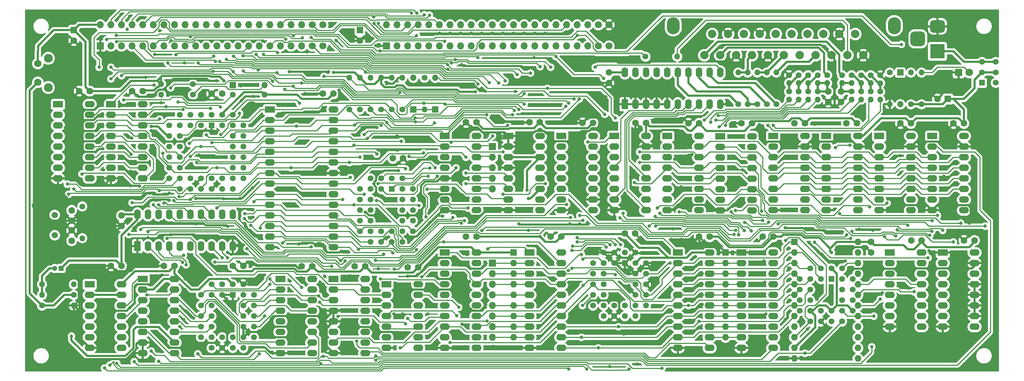
<source format=gbr>
%TF.GenerationSoftware,KiCad,Pcbnew,7.0.9*%
%TF.CreationDate,2023-12-14T15:38:49+00:00*%
%TF.ProjectId,v1a,7631612e-6b69-4636-9164-5f7063625858,rev?*%
%TF.SameCoordinates,Original*%
%TF.FileFunction,Copper,L1,Top*%
%TF.FilePolarity,Positive*%
%FSLAX46Y46*%
G04 Gerber Fmt 4.6, Leading zero omitted, Abs format (unit mm)*
G04 Created by KiCad (PCBNEW 7.0.9) date 2023-12-14 15:38:49*
%MOMM*%
%LPD*%
G01*
G04 APERTURE LIST*
G04 Aperture macros list*
%AMRoundRect*
0 Rectangle with rounded corners*
0 $1 Rounding radius*
0 $2 $3 $4 $5 $6 $7 $8 $9 X,Y pos of 4 corners*
0 Add a 4 corners polygon primitive as box body*
4,1,4,$2,$3,$4,$5,$6,$7,$8,$9,$2,$3,0*
0 Add four circle primitives for the rounded corners*
1,1,$1+$1,$2,$3*
1,1,$1+$1,$4,$5*
1,1,$1+$1,$6,$7*
1,1,$1+$1,$8,$9*
0 Add four rect primitives between the rounded corners*
20,1,$1+$1,$2,$3,$4,$5,0*
20,1,$1+$1,$4,$5,$6,$7,0*
20,1,$1+$1,$6,$7,$8,$9,0*
20,1,$1+$1,$8,$9,$2,$3,0*%
G04 Aperture macros list end*
%TA.AperFunction,ComponentPad*%
%ADD10C,1.400000*%
%TD*%
%TA.AperFunction,ComponentPad*%
%ADD11O,1.400000X1.400000*%
%TD*%
%TA.AperFunction,ComponentPad*%
%ADD12R,2.400000X1.600000*%
%TD*%
%TA.AperFunction,ComponentPad*%
%ADD13O,2.400000X1.600000*%
%TD*%
%TA.AperFunction,ComponentPad*%
%ADD14C,1.600000*%
%TD*%
%TA.AperFunction,ComponentPad*%
%ADD15R,1.422400X1.422400*%
%TD*%
%TA.AperFunction,ComponentPad*%
%ADD16C,1.422400*%
%TD*%
%TA.AperFunction,WasherPad*%
%ADD17O,3.100000X4.100000*%
%TD*%
%TA.AperFunction,ComponentPad*%
%ADD18C,1.998980*%
%TD*%
%TA.AperFunction,ComponentPad*%
%ADD19R,1.400000X1.400000*%
%TD*%
%TA.AperFunction,ComponentPad*%
%ADD20R,1.700000X1.700000*%
%TD*%
%TA.AperFunction,ComponentPad*%
%ADD21O,1.700000X1.700000*%
%TD*%
%TA.AperFunction,ComponentPad*%
%ADD22C,1.500000*%
%TD*%
%TA.AperFunction,ComponentPad*%
%ADD23C,1.700000*%
%TD*%
%TA.AperFunction,ComponentPad*%
%ADD24R,3.500000X3.500000*%
%TD*%
%TA.AperFunction,ComponentPad*%
%ADD25RoundRect,0.750000X-1.000000X0.750000X-1.000000X-0.750000X1.000000X-0.750000X1.000000X0.750000X0*%
%TD*%
%TA.AperFunction,ComponentPad*%
%ADD26RoundRect,0.875000X-0.875000X0.875000X-0.875000X-0.875000X0.875000X-0.875000X0.875000X0.875000X0*%
%TD*%
%TA.AperFunction,ComponentPad*%
%ADD27R,1.600000X1.600000*%
%TD*%
%TA.AperFunction,ComponentPad*%
%ADD28O,1.600000X1.600000*%
%TD*%
%TA.AperFunction,ComponentPad*%
%ADD29R,1.500000X1.500000*%
%TD*%
%TA.AperFunction,ComponentPad*%
%ADD30O,1.500000X1.500000*%
%TD*%
%TA.AperFunction,ComponentPad*%
%ADD31R,1.800000X1.800000*%
%TD*%
%TA.AperFunction,ComponentPad*%
%ADD32C,1.800000*%
%TD*%
%TA.AperFunction,ComponentPad*%
%ADD33R,1.600000X2.400000*%
%TD*%
%TA.AperFunction,ComponentPad*%
%ADD34O,1.600000X2.400000*%
%TD*%
%TA.AperFunction,ComponentPad*%
%ADD35C,2.100000*%
%TD*%
%TA.AperFunction,ComponentPad*%
%ADD36C,1.750000*%
%TD*%
%TA.AperFunction,ComponentPad*%
%ADD37R,1.200000X1.200000*%
%TD*%
%TA.AperFunction,ComponentPad*%
%ADD38C,1.200000*%
%TD*%
%TA.AperFunction,ViaPad*%
%ADD39C,0.800000*%
%TD*%
%TA.AperFunction,Conductor*%
%ADD40C,0.250000*%
%TD*%
%TA.AperFunction,Conductor*%
%ADD41C,0.500000*%
%TD*%
G04 APERTURE END LIST*
D10*
%TO.P,R3,1*%
%TO.N,~{NMI}*%
X65405000Y-87884000D03*
D11*
%TO.P,R3,2*%
%TO.N,+5V*%
X57785000Y-87884000D03*
%TD*%
D10*
%TO.P,R26,1*%
%TO.N,Net-(R21-Pad1)*%
X215138000Y-85725000D03*
D11*
%TO.P,R26,2*%
%TO.N,Net-(C4-Pad2)*%
X215138000Y-87625000D03*
%TD*%
D12*
%TO.P,U9,1,OE*%
%TO.N,~{VPixel}*%
X181610000Y-128270000D03*
D13*
%TO.P,U9,2,D0*%
%TO.N,D7*%
X181610000Y-130810000D03*
%TO.P,U9,3,D1*%
%TO.N,D6*%
X181610000Y-133350000D03*
%TO.P,U9,4,D2*%
%TO.N,D5*%
X181610000Y-135890000D03*
%TO.P,U9,5,D3*%
%TO.N,D4*%
X181610000Y-138430000D03*
%TO.P,U9,6,D4*%
%TO.N,D3*%
X181610000Y-140970000D03*
%TO.P,U9,7,D5*%
%TO.N,D2*%
X181610000Y-143510000D03*
%TO.P,U9,8,D6*%
%TO.N,D1*%
X181610000Y-146050000D03*
%TO.P,U9,9,D7*%
%TO.N,D0*%
X181610000Y-148590000D03*
%TO.P,U9,10,GND*%
%TO.N,GND*%
X181610000Y-151130000D03*
%TO.P,U9,11,Cp*%
%TO.N,~{PalGet}*%
X189230000Y-151130000D03*
%TO.P,U9,12,Q7*%
%TO.N,Net-(RN1-R8)*%
X189230000Y-148590000D03*
%TO.P,U9,13,Q6*%
%TO.N,Net-(RN1-R7)*%
X189230000Y-146050000D03*
%TO.P,U9,14,Q5*%
%TO.N,Net-(RN1-R6)*%
X189230000Y-143510000D03*
%TO.P,U9,15,Q4*%
%TO.N,Net-(RN1-R5)*%
X189230000Y-140970000D03*
%TO.P,U9,16,Q3*%
%TO.N,Net-(RN1-R4)*%
X189230000Y-138430000D03*
%TO.P,U9,17,Q2*%
%TO.N,Net-(RN1-R3)*%
X189230000Y-135890000D03*
%TO.P,U9,18,Q1*%
%TO.N,Net-(RN1-R2)*%
X189230000Y-133350000D03*
%TO.P,U9,19,Q0*%
%TO.N,Net-(RN1-R1)*%
X189230000Y-130810000D03*
%TO.P,U9,20,VCC*%
%TO.N,+5V*%
X189230000Y-128270000D03*
%TD*%
D10*
%TO.P,R8,1*%
%TO.N,A10*%
X102870000Y-93980000D03*
D11*
%TO.P,R8,2*%
%TO.N,750K*%
X102870000Y-86360000D03*
%TD*%
D10*
%TO.P,R22,1*%
%TO.N,Net-(C4-Pad2)*%
X215138000Y-89662000D03*
D11*
%TO.P,R22,2*%
%TO.N,/Audio/L3*%
X215138000Y-91562000D03*
%TD*%
D12*
%TO.P,U28,1,A14*%
%TO.N,A14*%
X83820000Y-93980000D03*
D13*
%TO.P,U28,2,A12*%
%TO.N,A12*%
X83820000Y-96520000D03*
%TO.P,U28,3,A7*%
%TO.N,A7*%
X83820000Y-99060000D03*
%TO.P,U28,4,A6*%
%TO.N,A6*%
X83820000Y-101600000D03*
%TO.P,U28,5,A5*%
%TO.N,A5*%
X83820000Y-104140000D03*
%TO.P,U28,6,A4*%
%TO.N,A4*%
X83820000Y-106680000D03*
%TO.P,U28,7,A3*%
%TO.N,A3*%
X83820000Y-109220000D03*
%TO.P,U28,8,A2*%
%TO.N,A2*%
X83820000Y-111760000D03*
%TO.P,U28,9,A1*%
%TO.N,A1*%
X83820000Y-114300000D03*
%TO.P,U28,10,A0*%
%TO.N,A0*%
X83820000Y-116840000D03*
%TO.P,U28,11,Q0*%
%TO.N,D0*%
X83820000Y-119380000D03*
%TO.P,U28,12,Q1*%
%TO.N,D1*%
X83820000Y-121920000D03*
%TO.P,U28,13,Q2*%
%TO.N,D2*%
X83820000Y-124460000D03*
%TO.P,U28,14,GND*%
%TO.N,GND*%
X83820000Y-127000000D03*
%TO.P,U28,15,Q3*%
%TO.N,D3*%
X99060000Y-127000000D03*
%TO.P,U28,16,Q4*%
%TO.N,D4*%
X99060000Y-124460000D03*
%TO.P,U28,17,Q5*%
%TO.N,D5*%
X99060000Y-121920000D03*
%TO.P,U28,18,Q6*%
%TO.N,D6*%
X99060000Y-119380000D03*
%TO.P,U28,19,Q7*%
%TO.N,D7*%
X99060000Y-116840000D03*
%TO.P,U28,20,~{CS}*%
%TO.N,~{RAM}*%
X99060000Y-114300000D03*
%TO.P,U28,21,A10*%
%TO.N,A10*%
X99060000Y-111760000D03*
%TO.P,U28,22,~{OE}*%
%TO.N,GND*%
X99060000Y-109220000D03*
%TO.P,U28,23,A11*%
%TO.N,A11*%
X99060000Y-106680000D03*
%TO.P,U28,24,A9*%
%TO.N,A9*%
X99060000Y-104140000D03*
%TO.P,U28,25,A8*%
%TO.N,A8*%
X99060000Y-101600000D03*
%TO.P,U28,26,A13*%
%TO.N,A13*%
X99060000Y-99060000D03*
%TO.P,U28,27,~{WE}*%
%TO.N,R{slash}~{W}*%
X99060000Y-96520000D03*
%TO.P,U28,28,VCC*%
%TO.N,+5V*%
X99060000Y-93980000D03*
%TD*%
D14*
%TO.P,Cd5,1*%
%TO.N,+5V*%
X74950000Y-131445000D03*
%TO.P,Cd5,2*%
%TO.N,GND*%
X77450000Y-131445000D03*
%TD*%
D10*
%TO.P,R28,1*%
%TO.N,Net-(R28-Pad1)*%
X230124000Y-89662000D03*
D11*
%TO.P,R28,2*%
%TO.N,/Audio/R0*%
X230124000Y-91562000D03*
%TD*%
D12*
%TO.P,U31,1,G1*%
%TO.N,A7*%
X146050000Y-128270000D03*
D13*
%TO.P,U31,2,A0*%
%TO.N,/IO/KeyOUT 7*%
X146050000Y-130810000D03*
%TO.P,U31,3,A1*%
%TO.N,/IO/KeyOUT 6*%
X146050000Y-133350000D03*
%TO.P,U31,4,A2*%
%TO.N,/IO/KeyOUT 5*%
X146050000Y-135890000D03*
%TO.P,U31,5,A3*%
%TO.N,/IO/KeyOUT 4*%
X146050000Y-138430000D03*
%TO.P,U31,6,A4*%
%TO.N,/IO/KeyOUT 3*%
X146050000Y-140970000D03*
%TO.P,U31,7,A5*%
%TO.N,/IO/KeyOUT 2*%
X146050000Y-143510000D03*
%TO.P,U31,8,A6*%
%TO.N,/IO/KeyOUT 1*%
X146050000Y-146050000D03*
%TO.P,U31,9,A7*%
%TO.N,/IO/KeyOUT 0*%
X146050000Y-148590000D03*
%TO.P,U31,10,GND*%
%TO.N,GND*%
X146050000Y-151130000D03*
%TO.P,U31,11,Y7*%
%TO.N,D0*%
X153670000Y-151130000D03*
%TO.P,U31,12,Y6*%
%TO.N,D1*%
X153670000Y-148590000D03*
%TO.P,U31,13,Y5*%
%TO.N,D2*%
X153670000Y-146050000D03*
%TO.P,U31,14,Y4*%
%TO.N,D3*%
X153670000Y-143510000D03*
%TO.P,U31,15,Y3*%
%TO.N,D4*%
X153670000Y-140970000D03*
%TO.P,U31,16,Y2*%
%TO.N,D5*%
X153670000Y-138430000D03*
%TO.P,U31,17,Y1*%
%TO.N,D6*%
X153670000Y-135890000D03*
%TO.P,U31,18,Y0*%
%TO.N,D7*%
X153670000Y-133350000D03*
%TO.P,U31,19,G2*%
%TO.N,~{IO}*%
X153670000Y-130810000D03*
%TO.P,U31,20,VCC*%
%TO.N,+5V*%
X153670000Y-128270000D03*
%TD*%
D10*
%TO.P,R15,1*%
%TO.N,Net-(U15-Q5)*%
X198374000Y-92710000D03*
D11*
%TO.P,R15,2*%
%TO.N,VBlue*%
X198374000Y-85090000D03*
%TD*%
D12*
%TO.P,U30,1,A0*%
%TO.N,A4*%
X125730000Y-100330000D03*
D13*
%TO.P,U30,2,A1*%
%TO.N,A5*%
X125730000Y-102870000D03*
%TO.P,U30,3,A2*%
%TO.N,A6*%
X125730000Y-105410000D03*
%TO.P,U30,4,~{E0}*%
%TO.N,~{IO}*%
X125730000Y-107950000D03*
%TO.P,U30,5,~{E1}*%
%TO.N,GND*%
X125730000Y-110490000D03*
%TO.P,U30,6,E2*%
%TO.N,3M*%
X125730000Y-113030000D03*
%TO.P,U30,7,~{Y7}*%
%TO.N,~{VolWr}*%
X125730000Y-115570000D03*
%TO.P,U30,8,GND*%
%TO.N,GND*%
X125730000Y-118110000D03*
%TO.P,U30,9,~{Y6}*%
%TO.N,~{OscWr}*%
X133350000Y-118110000D03*
%TO.P,U30,10,~{Y5}*%
%TO.N,/IO/BANK*%
X133350000Y-115570000D03*
%TO.P,U30,11,~{Y4}*%
%TO.N,/IO/KeyIN 4*%
X133350000Y-113030000D03*
%TO.P,U30,12,~{Y3}*%
%TO.N,/IO/KeyIN 3*%
X133350000Y-110490000D03*
%TO.P,U30,13,~{Y2}*%
%TO.N,/IO/KeyIN 2*%
X133350000Y-107950000D03*
%TO.P,U30,14,~{Y1}*%
%TO.N,/IO/KeyIN 1*%
X133350000Y-105410000D03*
%TO.P,U30,15,~{Y0}*%
%TO.N,/IO/KeyIN 0*%
X133350000Y-102870000D03*
%TO.P,U30,16,VCC*%
%TO.N,+5V*%
X133350000Y-100330000D03*
%TD*%
D10*
%TO.P,R39,1*%
%TO.N,~{VSync}*%
X173863000Y-81280000D03*
D11*
%TO.P,R39,2*%
%TO.N,Net-(J4-P19)*%
X181483000Y-81280000D03*
%TD*%
D14*
%TO.P,C2,1*%
%TO.N,Net-(C2-Pad1)*%
X36322000Y-118130000D03*
%TO.P,C2,2*%
%TO.N,GND*%
X36322000Y-120630000D03*
%TD*%
%TO.P,Cd31,1*%
%TO.N,+5V*%
X153670000Y-124454985D03*
%TO.P,Cd31,2*%
%TO.N,GND*%
X151170000Y-124454985D03*
%TD*%
%TO.P,C4,1*%
%TO.N,GND*%
X217678000Y-92162000D03*
%TO.P,C4,2*%
%TO.N,Net-(C4-Pad2)*%
X217678000Y-89662000D03*
%TD*%
D10*
%TO.P,R16,1*%
%TO.N,Net-(U15-Q5)*%
X200660000Y-92710000D03*
D11*
%TO.P,R16,2*%
%TO.N,VGreen*%
X200660000Y-85090000D03*
%TD*%
D10*
%TO.P,R37,1*%
%TO.N,~{CART}*%
X120878600Y-86334600D03*
D11*
%TO.P,R37,2*%
%TO.N,Net-(D4-K)*%
X120878600Y-93954600D03*
%TD*%
D15*
%TO.P,U5,1,A18*%
%TO.N,GND*%
X74930000Y-138430000D03*
D16*
%TO.P,U5,2,A16*%
X72390000Y-135890000D03*
%TO.P,U5,3,A15*%
X72390000Y-138430000D03*
%TO.P,U5,4,A12*%
%TO.N,Net-(U4-Q8)*%
X69850000Y-135890000D03*
%TO.P,U5,5,A7*%
%TO.N,Net-(U4-Q3)*%
X67310000Y-138430000D03*
%TO.P,U5,6,A6*%
%TO.N,Net-(U4-Q2)*%
X69850000Y-138430000D03*
%TO.P,U5,7,A5*%
%TO.N,Net-(U4-Q1)*%
X67310000Y-140970000D03*
%TO.P,U5,8,A4*%
%TO.N,Net-(U4-Q0)*%
X69850000Y-140970000D03*
%TO.P,U5,9,A3*%
%TO.N,Net-(U3B-Q4)*%
X67310000Y-143510000D03*
%TO.P,U5,10,A2*%
%TO.N,Net-(U3B-Q3)*%
X69850000Y-143510000D03*
%TO.P,U5,11,A1*%
%TO.N,Net-(U3B-Q2)*%
X67310000Y-146050000D03*
%TO.P,U5,12,A0*%
%TO.N,Net-(U3B-Q1)*%
X69850000Y-146050000D03*
%TO.P,U5,13,D0*%
%TO.N,Net-(U5-D0)*%
X67310000Y-148590000D03*
%TO.P,U5,14,D1*%
%TO.N,Net-(U5-D1)*%
X69850000Y-151130000D03*
%TO.P,U5,15,D2*%
%TO.N,Net-(U5-D2)*%
X69850000Y-148590000D03*
%TO.P,U5,16,VSS*%
%TO.N,GND*%
X72390000Y-151130000D03*
%TO.P,U5,17,D3*%
%TO.N,Net-(U5-D3)*%
X72390000Y-148590000D03*
%TO.P,U5,18,D4*%
%TO.N,Net-(U5-D4)*%
X74930000Y-151130000D03*
%TO.P,U5,19,D5*%
%TO.N,Net-(U5-D5)*%
X74930000Y-148590000D03*
%TO.P,U5,20,D6*%
%TO.N,Net-(U5-D6)*%
X77470000Y-151130000D03*
%TO.P,U5,21,D7*%
%TO.N,Net-(U5-D7)*%
X80010000Y-148590000D03*
%TO.P,U5,22,~{CE}*%
%TO.N,GND*%
X77470000Y-148590000D03*
%TO.P,U5,23,A10*%
%TO.N,Net-(U4-Q6)*%
X80010000Y-146050000D03*
%TO.P,U5,24,~{OE}*%
%TO.N,GND*%
X77470000Y-146050000D03*
%TO.P,U5,25,A11*%
%TO.N,Net-(U4-Q7)*%
X80010000Y-143510000D03*
%TO.P,U5,26,A9*%
%TO.N,Net-(U4-Q5)*%
X77470000Y-143510000D03*
%TO.P,U5,27,A8*%
%TO.N,Net-(U4-Q4)*%
X80010000Y-140970000D03*
%TO.P,U5,28,A13*%
%TO.N,Net-(U4-Q9)*%
X77470000Y-140970000D03*
%TO.P,U5,29,A14*%
%TO.N,GND*%
X80010000Y-138430000D03*
%TO.P,U5,30,A17*%
X77470000Y-135890000D03*
%TO.P,U5,31,~{WE}*%
%TO.N,+5V*%
X77470000Y-138430000D03*
%TO.P,U5,32,VDD*%
X74930000Y-135890000D03*
%TD*%
D10*
%TO.P,R21,1*%
%TO.N,Net-(R21-Pad1)*%
X212852000Y-89662000D03*
D11*
%TO.P,R21,2*%
%TO.N,/Audio/L2*%
X212852000Y-91562000D03*
%TD*%
D14*
%TO.P,Cd28,1*%
%TO.N,+5V*%
X99060000Y-90170000D03*
%TO.P,Cd28,2*%
%TO.N,GND*%
X96560000Y-90170000D03*
%TD*%
%TO.P,Cd9,1*%
%TO.N,+5V*%
X189230000Y-124460000D03*
%TO.P,Cd9,2*%
%TO.N,GND*%
X186730000Y-124460000D03*
%TD*%
D10*
%TO.P,R7,1*%
%TO.N,Net-(C2-Pad1)*%
X38862000Y-117184000D03*
D11*
%TO.P,R7,2*%
%TO.N,Net-(C3-Pad1)*%
X38862000Y-124804000D03*
%TD*%
D12*
%TO.P,U2,1*%
%TO.N,Net-(C2-Pad1)*%
X40640000Y-135890000D03*
D13*
%TO.P,U2,2*%
%TO.N,Net-(C3-Pad1)*%
X40640000Y-138430000D03*
%TO.P,U2,3*%
%TO.N,B7*%
X40640000Y-140970000D03*
%TO.P,U2,4*%
%TO.N,~{B7}*%
X40640000Y-143510000D03*
%TO.P,U2,5*%
%TO.N,Net-(R6-Pad2)*%
X40640000Y-146050000D03*
%TO.P,U2,6*%
%TO.N,~{RESET}*%
X40640000Y-148590000D03*
%TO.P,U2,7,GND*%
%TO.N,GND*%
X40640000Y-151130000D03*
%TO.P,U2,8*%
%TO.N,~{R}{slash}W*%
X48260000Y-151130000D03*
%TO.P,U2,9*%
%TO.N,R{slash}~{W}*%
X48260000Y-148590000D03*
%TO.P,U2,10*%
%TO.N,~{6M}*%
X48260000Y-146050000D03*
%TO.P,U2,11*%
%TO.N,6M*%
X48260000Y-143510000D03*
%TO.P,U2,12*%
%TO.N,12M*%
X48260000Y-140970000D03*
%TO.P,U2,13*%
%TO.N,Net-(C3-Pad1)*%
X48260000Y-138430000D03*
%TO.P,U2,14,VCC*%
%TO.N,+5V*%
X48260000Y-135890000D03*
%TD*%
D17*
%TO.P,J4,*%
%TO.N,*%
X233509820Y-73860660D03*
X180510180Y-73860660D03*
D18*
%TO.P,J4,1,P1*%
%TO.N,RIGHT*%
X187960000Y-80939640D03*
%TO.P,J4,2,P2*%
%TO.N,unconnected-(J4-P2-Pad2)*%
X189865000Y-75859640D03*
%TO.P,J4,3,P3*%
%TO.N,LEFT*%
X191770000Y-80939640D03*
%TO.P,J4,4,P4*%
%TO.N,GND*%
X193675000Y-75859640D03*
%TO.P,J4,5,P5*%
X195580000Y-80939640D03*
%TO.P,J4,6,P6*%
%TO.N,unconnected-(J4-P6-Pad6)*%
X197485000Y-75859640D03*
%TO.P,J4,7,P7*%
%TO.N,VBlue*%
X199390000Y-80939640D03*
%TO.P,J4,8,P8*%
%TO.N,GND*%
X201295000Y-75859640D03*
%TO.P,J4,9,P9*%
X203200000Y-80939640D03*
%TO.P,J4,10,P10*%
%TO.N,unconnected-(J4-P10-Pad10)*%
X205105000Y-75859640D03*
%TO.P,J4,11,P11*%
%TO.N,VGreen*%
X207010000Y-80939640D03*
%TO.P,J4,12,P12*%
%TO.N,unconnected-(J4-P12-Pad12)*%
X208915000Y-75859640D03*
%TO.P,J4,13,P13*%
%TO.N,GND*%
X210820000Y-80939640D03*
%TO.P,J4,14,P14*%
%TO.N,unconnected-(J4-P14-Pad14)*%
X212725000Y-75859640D03*
%TO.P,J4,15,P15*%
%TO.N,VRed*%
X214630000Y-80939640D03*
%TO.P,J4,16,P16*%
%TO.N,Net-(D2-K)*%
X216535000Y-75859640D03*
%TO.P,J4,17,P17*%
%TO.N,GND*%
X218440000Y-80939640D03*
%TO.P,J4,18,P18*%
X220345000Y-75859640D03*
%TO.P,J4,19,P19*%
%TO.N,Net-(J4-P19)*%
X222250000Y-80939640D03*
%TO.P,J4,20,P20*%
%TO.N,unconnected-(J4-P20-Pad20)*%
X224155000Y-75859640D03*
%TO.P,J4,21,P21*%
%TO.N,GND*%
X226060000Y-80939640D03*
%TD*%
D10*
%TO.P,R33,1*%
%TO.N,Net-(R28-Pad1)*%
X227838000Y-85730000D03*
D11*
%TO.P,R33,2*%
%TO.N,Net-(R29-Pad1)*%
X227838000Y-87630000D03*
%TD*%
D10*
%TO.P,R32,1*%
%TO.N,GND*%
X230124000Y-85751000D03*
D11*
%TO.P,R32,2*%
%TO.N,Net-(R28-Pad1)*%
X230124000Y-87651000D03*
%TD*%
D10*
%TO.P,R1,1*%
%TO.N,RDY*%
X65405000Y-90424000D03*
D11*
%TO.P,R1,2*%
%TO.N,+5V*%
X57785000Y-90424000D03*
%TD*%
D10*
%TO.P,R14,1*%
%TO.N,Net-(U15-Q4)*%
X196088000Y-92710000D03*
D11*
%TO.P,R14,2*%
%TO.N,VBlue*%
X196088000Y-85090000D03*
%TD*%
D12*
%TO.P,U16,1,E*%
%TO.N,~{VolWr}*%
X232410000Y-128270000D03*
D13*
%TO.P,U16,2,A0*%
%TO.N,A2*%
X232410000Y-130810000D03*
%TO.P,U16,3,A1*%
%TO.N,3M*%
X232410000Y-133350000D03*
%TO.P,U16,4,O0*%
%TO.N,unconnected-(U16A-O0-Pad4)*%
X232410000Y-135890000D03*
%TO.P,U16,5,O1*%
%TO.N,unconnected-(U16A-O1-Pad5)*%
X232410000Y-138430000D03*
%TO.P,U16,6,O2*%
%TO.N,/Audio/volume*%
X232410000Y-140970000D03*
%TO.P,U16,7,O3*%
%TO.N,Net-(U16A-O3)*%
X232410000Y-143510000D03*
%TO.P,U16,8,GND*%
%TO.N,GND*%
X232410000Y-146050000D03*
%TO.P,U16,9,O3*%
%TO.N,/Audio/wave 4*%
X240030000Y-146050000D03*
%TO.P,U16,10,O2*%
%TO.N,/Audio/wave 3*%
X240030000Y-143510000D03*
%TO.P,U16,11,O1*%
%TO.N,/Audio/wave 2*%
X240030000Y-140970000D03*
%TO.P,U16,12,O0*%
%TO.N,/Audio/wave 1*%
X240030000Y-138430000D03*
%TO.P,U16,13,A1*%
%TO.N,A1*%
X240030000Y-135890000D03*
%TO.P,U16,14,A0*%
%TO.N,A0*%
X240030000Y-133350000D03*
%TO.P,U16,15,E*%
%TO.N,Net-(U16A-O3)*%
X240030000Y-130810000D03*
%TO.P,U16,16,VCC*%
%TO.N,+5V*%
X240030000Y-128270000D03*
%TD*%
D10*
%TO.P,R41,1*%
%TO.N,+5V*%
X240030000Y-92710000D03*
D11*
%TO.P,R41,2*%
%TO.N,Net-(D3-A)*%
X240030000Y-85090000D03*
%TD*%
D14*
%TO.P,Cd11,1*%
%TO.N,+5V*%
X53320000Y-89535000D03*
%TO.P,Cd11,2*%
%TO.N,GND*%
X50820000Y-89535000D03*
%TD*%
D10*
%TO.P,R25,1*%
%TO.N,Net-(R20-Pad1)*%
X212852000Y-85730000D03*
D11*
%TO.P,R25,2*%
%TO.N,Net-(R21-Pad1)*%
X212852000Y-87630000D03*
%TD*%
D19*
%TO.P,SW2,1,A*%
%TO.N,unconnected-(SW2A-A-Pad1)*%
X254510000Y-87548300D03*
D10*
%TO.P,SW2,2,B*%
%TO.N,+5V*%
X254510000Y-85048300D03*
%TO.P,SW2,3,C*%
%TO.N,VBUS*%
X254510000Y-82548300D03*
%TO.P,SW2,4,A*%
%TO.N,unconnected-(SW2B-A-Pad4)*%
X257810000Y-87548300D03*
%TO.P,SW2,5,B*%
%TO.N,+5V*%
X257810000Y-85048300D03*
%TO.P,SW2,6,C*%
%TO.N,VBUS*%
X257810000Y-82548300D03*
%TD*%
D20*
%TO.P,J2,1,Pin_1*%
%TO.N,/IO/KeyOUT 7*%
X137160000Y-130810000D03*
D21*
%TO.P,J2,2,Pin_2*%
%TO.N,/IO/KeyOUT 6*%
X137160000Y-133350000D03*
%TO.P,J2,3,Pin_3*%
%TO.N,/IO/KeyOUT 5*%
X137160000Y-135890000D03*
%TO.P,J2,4,Pin_4*%
%TO.N,/IO/KeyOUT 4*%
X137160000Y-138430000D03*
%TO.P,J2,5,Pin_5*%
%TO.N,/IO/KeyOUT 3*%
X137160000Y-140970000D03*
%TO.P,J2,6,Pin_6*%
%TO.N,/IO/KeyOUT 2*%
X137160000Y-143510000D03*
%TO.P,J2,7,Pin_7*%
%TO.N,/IO/KeyOUT 1*%
X137160000Y-146050000D03*
%TO.P,J2,8,Pin_8*%
%TO.N,/IO/KeyOUT 0*%
X137160000Y-148590000D03*
%TD*%
D15*
%TO.P,U8,1,A18*%
%TO.N,GND*%
X168910000Y-130810000D03*
D16*
%TO.P,U8,2,A16*%
X166370000Y-128270000D03*
%TO.P,U8,3,A15*%
X166370000Y-130810000D03*
%TO.P,U8,4,A12*%
X163830000Y-128270000D03*
%TO.P,U8,5,A7*%
%TO.N,D4*%
X161290000Y-130810000D03*
%TO.P,U8,6,A6*%
%TO.N,/Video/Y2*%
X163830000Y-130810000D03*
%TO.P,U8,7,A5*%
%TO.N,/Video/Y1*%
X161290000Y-133350000D03*
%TO.P,U8,8,A4*%
%TO.N,/Video/Y0*%
X163830000Y-133350000D03*
%TO.P,U8,9,A3*%
%TO.N,D3*%
X161290000Y-135890000D03*
%TO.P,U8,10,A2*%
%TO.N,D2*%
X163830000Y-135890000D03*
%TO.P,U8,11,A1*%
%TO.N,D1*%
X161290000Y-138430000D03*
%TO.P,U8,12,A0*%
%TO.N,D0*%
X163830000Y-138430000D03*
%TO.P,U8,13,D0*%
%TO.N,Net-(U13-D0)*%
X161290000Y-140970000D03*
%TO.P,U8,14,D1*%
%TO.N,Net-(U13-D1)*%
X163830000Y-143510000D03*
%TO.P,U8,15,D2*%
%TO.N,Net-(U13-D2)*%
X163830000Y-140970000D03*
%TO.P,U8,16,VSS*%
%TO.N,GND*%
X166370000Y-143510000D03*
%TO.P,U8,17,D3*%
%TO.N,Net-(U13-D3)*%
X166370000Y-140970000D03*
%TO.P,U8,18,D4*%
%TO.N,Net-(U13-D4)*%
X168910000Y-143510000D03*
%TO.P,U8,19,D5*%
%TO.N,Net-(U13-D5)*%
X168910000Y-140970000D03*
%TO.P,U8,20,D6*%
%TO.N,Net-(U13-D6)*%
X171450000Y-143510000D03*
%TO.P,U8,21,D7*%
%TO.N,Net-(U13-D7)*%
X173990000Y-140970000D03*
%TO.P,U8,22,~{CE}*%
%TO.N,GND*%
X171450000Y-140970000D03*
%TO.P,U8,23,A10*%
%TO.N,D7*%
X173990000Y-138430000D03*
%TO.P,U8,24,~{OE}*%
%TO.N,GND*%
X171450000Y-138430000D03*
%TO.P,U8,25,A11*%
X173990000Y-135890000D03*
%TO.P,U8,26,A9*%
%TO.N,D6*%
X171450000Y-135890000D03*
%TO.P,U8,27,A8*%
%TO.N,D5*%
X173990000Y-133350000D03*
%TO.P,U8,28,A13*%
%TO.N,GND*%
X171450000Y-133350000D03*
%TO.P,U8,29,A14*%
X173990000Y-130810000D03*
%TO.P,U8,30,A17*%
X171450000Y-128270000D03*
%TO.P,U8,31,~{WE}*%
%TO.N,+5V*%
X171450000Y-130810000D03*
%TO.P,U8,32,VDD*%
X168910000Y-128270000D03*
%TD*%
D10*
%TO.P,R12,1*%
%TO.N,A14*%
X113030000Y-93980000D03*
D11*
%TO.P,R12,2*%
%TO.N,+5V*%
X113030000Y-86360000D03*
%TD*%
D14*
%TO.P,Cd8,1*%
%TO.N,+5V*%
X168910000Y-123698000D03*
%TO.P,Cd8,2*%
%TO.N,GND*%
X171410000Y-123698000D03*
%TD*%
D22*
%TO.P,Y1,1,1*%
%TO.N,Net-(C2-Pad1)*%
X32258000Y-119216000D03*
%TO.P,Y1,2,2*%
%TO.N,Net-(C3-Pad1)*%
X32258000Y-124096000D03*
%TD*%
D20*
%TO.P,J6,1,Pin_1*%
%TO.N,GND*%
X111760000Y-78740000D03*
D21*
%TO.P,J6,2,Pin_2*%
%TO.N,+5V*%
X111760000Y-73660000D03*
%TO.P,J6,3,Pin_3*%
%TO.N,A15*%
X114300000Y-78740000D03*
%TO.P,J6,4,Pin_4*%
%TO.N,D7*%
X114300000Y-73660000D03*
%TO.P,J6,5,Pin_5*%
%TO.N,A14*%
X116840000Y-78740000D03*
%TO.P,J6,6,Pin_6*%
%TO.N,D6*%
X116840000Y-73660000D03*
%TO.P,J6,7,Pin_7*%
%TO.N,A13*%
X119380000Y-78740000D03*
%TO.P,J6,8,Pin_8*%
%TO.N,D5*%
X119380000Y-73660000D03*
%TO.P,J6,9,Pin_9*%
%TO.N,A12*%
X121920000Y-78740000D03*
%TO.P,J6,10,Pin_10*%
%TO.N,D4*%
X121920000Y-73660000D03*
%TO.P,J6,11,Pin_11*%
%TO.N,A11*%
X124460000Y-78740000D03*
%TO.P,J6,12,Pin_12*%
%TO.N,D3*%
X124460000Y-73660000D03*
%TO.P,J6,13,Pin_13*%
%TO.N,A10*%
X127000000Y-78740000D03*
%TO.P,J6,14,Pin_14*%
%TO.N,D2*%
X127000000Y-73660000D03*
%TO.P,J6,15,Pin_15*%
%TO.N,A9*%
X129540000Y-78740000D03*
%TO.P,J6,16,Pin_16*%
%TO.N,D1*%
X129540000Y-73660000D03*
%TO.P,J6,17,Pin_17*%
%TO.N,A8*%
X132080000Y-78740000D03*
%TO.P,J6,18,Pin_18*%
%TO.N,D0*%
X132080000Y-73660000D03*
%TO.P,J6,19,Pin_19*%
%TO.N,A7*%
X134620000Y-78740000D03*
%TO.P,J6,20,Pin_20*%
%TO.N,B7*%
X134620000Y-73660000D03*
%TO.P,J6,21,Pin_21*%
%TO.N,A6*%
X137160000Y-78740000D03*
%TO.P,J6,22,Pin_22*%
%TO.N,B6*%
X137160000Y-73660000D03*
%TO.P,J6,23,Pin_23*%
%TO.N,A5*%
X139700000Y-78740000D03*
%TO.P,J6,24,Pin_24*%
%TO.N,B5*%
X139700000Y-73660000D03*
%TO.P,J6,25,Pin_25*%
%TO.N,A4*%
X142240000Y-78740000D03*
%TO.P,J6,26,Pin_26*%
%TO.N,B4*%
X142240000Y-73660000D03*
%TO.P,J6,27,Pin_27*%
%TO.N,A3*%
X144780000Y-78740000D03*
%TO.P,J6,28,Pin_28*%
%TO.N,B3*%
X144780000Y-73660000D03*
%TO.P,J6,29,Pin_29*%
%TO.N,A2*%
X147320000Y-78740000D03*
%TO.P,J6,30,Pin_30*%
%TO.N,B2*%
X147320000Y-73660000D03*
%TO.P,J6,31,Pin_31*%
%TO.N,A1*%
X149860000Y-78740000D03*
%TO.P,J6,32,Pin_32*%
%TO.N,B1*%
X149860000Y-73660000D03*
%TO.P,J6,33,Pin_33*%
%TO.N,A0*%
X152400000Y-78740000D03*
%TO.P,J6,34,Pin_34*%
%TO.N,B0*%
X152400000Y-73660000D03*
%TO.P,J6,35,Pin_35*%
%TO.N,~{CART}*%
X154940000Y-78740000D03*
%TO.P,J6,36,Pin_36*%
%TO.N,3M*%
X154940000Y-73660000D03*
%TO.P,J6,37,Pin_37*%
%TO.N,~{NMI}*%
X157480000Y-78740000D03*
%TO.P,J6,38,Pin_38*%
%TO.N,~{R}{slash}W*%
X157480000Y-73660000D03*
%TO.P,J6,39,Pin_39*%
%TO.N,~{RESET}*%
X160020000Y-78740000D03*
%TO.P,J6,40,Pin_40*%
%TO.N,R{slash}~{W}*%
X160020000Y-73660000D03*
D23*
%TO.P,J6,41,Pin_41*%
%TO.N,~{B7}*%
X162560000Y-78740000D03*
%TO.P,J6,42,Pin_42*%
%TO.N,unconnected-(J6-Pin_42-Pad42)*%
X162560000Y-73660000D03*
%TO.P,J6,43,Pin_43*%
%TO.N,unconnected-(J6-Pin_43-Pad43)*%
X165100000Y-78740000D03*
%TO.P,J6,44,Pin_44*%
%TO.N,GND*%
X165100000Y-73660000D03*
%TD*%
D24*
%TO.P,J3,1*%
%TO.N,VBUS*%
X243840000Y-80010000D03*
D25*
%TO.P,J3,2*%
%TO.N,GND*%
X243840000Y-74010000D03*
D26*
%TO.P,J3,MP,MountPin*%
%TO.N,unconnected-(J3-MountPin-PadMP)*%
X239140000Y-77010000D03*
%TD*%
D15*
%TO.P,U29,1,A18*%
%TO.N,B3*%
X113030000Y-113030000D03*
D16*
%TO.P,U29,2,A16*%
%TO.N,B1*%
X110490000Y-110490000D03*
%TO.P,U29,3,A15*%
%TO.N,B0*%
X110490000Y-113030000D03*
%TO.P,U29,4,A12*%
%TO.N,A12*%
X107950000Y-110490000D03*
%TO.P,U29,5,A7*%
%TO.N,A7*%
X105410000Y-113030000D03*
%TO.P,U29,6,A6*%
%TO.N,A6*%
X107950000Y-113030000D03*
%TO.P,U29,7,A5*%
%TO.N,A5*%
X105410000Y-115570000D03*
%TO.P,U29,8,A4*%
%TO.N,A4*%
X107950000Y-115570000D03*
%TO.P,U29,9,A3*%
%TO.N,A3*%
X105410000Y-118110000D03*
%TO.P,U29,10,A2*%
%TO.N,A2*%
X107950000Y-118110000D03*
%TO.P,U29,11,A1*%
%TO.N,A1*%
X105410000Y-120650000D03*
%TO.P,U29,12,A0*%
%TO.N,A0*%
X107950000Y-120650000D03*
%TO.P,U29,13,D0*%
%TO.N,D0*%
X105410000Y-123190000D03*
%TO.P,U29,14,D1*%
%TO.N,D1*%
X107950000Y-125730000D03*
%TO.P,U29,15,D2*%
%TO.N,D2*%
X107950000Y-123190000D03*
%TO.P,U29,16,VSS*%
%TO.N,GND*%
X110490000Y-125730000D03*
%TO.P,U29,17,D3*%
%TO.N,D3*%
X110490000Y-123190000D03*
%TO.P,U29,18,D4*%
%TO.N,D4*%
X113030000Y-125730000D03*
%TO.P,U29,19,D5*%
%TO.N,D5*%
X113030000Y-123190000D03*
%TO.P,U29,20,D6*%
%TO.N,D6*%
X115570000Y-125730000D03*
%TO.P,U29,21,D7*%
%TO.N,D7*%
X118110000Y-123190000D03*
%TO.P,U29,22,~{CE}*%
%TO.N,Net-(D4-K)*%
X115570000Y-123190000D03*
%TO.P,U29,23,A10*%
%TO.N,A10*%
X118110000Y-120650000D03*
%TO.P,U29,24,~{OE}*%
%TO.N,~{R}{slash}W*%
X115570000Y-120650000D03*
%TO.P,U29,25,A11*%
%TO.N,A11*%
X118110000Y-118110000D03*
%TO.P,U29,26,A9*%
%TO.N,A9*%
X115570000Y-118110000D03*
%TO.P,U29,27,A8*%
%TO.N,A8*%
X118110000Y-115570000D03*
%TO.P,U29,28,A13*%
%TO.N,A13*%
X115570000Y-115570000D03*
%TO.P,U29,29,A14*%
%TO.N,A14*%
X118110000Y-113030000D03*
%TO.P,U29,30,A17*%
%TO.N,B2*%
X115570000Y-110490000D03*
%TO.P,U29,31,~{WE}*%
%TO.N,R{slash}~{W}*%
X115570000Y-113030000D03*
%TO.P,U29,32,VDD*%
%TO.N,+5V*%
X113030000Y-110490000D03*
%TD*%
D12*
%TO.P,U32,1,~{Mr}*%
%TO.N,~{RESET}*%
X125730000Y-128270000D03*
D13*
%TO.P,U32,2,Q0*%
%TO.N,B0*%
X125730000Y-130810000D03*
%TO.P,U32,3,D0*%
%TO.N,D0*%
X125730000Y-133350000D03*
%TO.P,U32,4,D1*%
%TO.N,D1*%
X125730000Y-135890000D03*
%TO.P,U32,5,Q1*%
%TO.N,B1*%
X125730000Y-138430000D03*
%TO.P,U32,6,Q2*%
%TO.N,B2*%
X125730000Y-140970000D03*
%TO.P,U32,7,D2*%
%TO.N,D2*%
X125730000Y-143510000D03*
%TO.P,U32,8,D3*%
%TO.N,D3*%
X125730000Y-146050000D03*
%TO.P,U32,9,Q3*%
%TO.N,B3*%
X125730000Y-148590000D03*
%TO.P,U32,10,GND*%
%TO.N,GND*%
X125730000Y-151130000D03*
%TO.P,U32,11,Cp*%
%TO.N,/IO/BANK*%
X133350000Y-151130000D03*
%TO.P,U32,12,Q4*%
%TO.N,B4*%
X133350000Y-148590000D03*
%TO.P,U32,13,D4*%
%TO.N,D4*%
X133350000Y-146050000D03*
%TO.P,U32,14,D5*%
%TO.N,D5*%
X133350000Y-143510000D03*
%TO.P,U32,15,Q5*%
%TO.N,B5*%
X133350000Y-140970000D03*
%TO.P,U32,16,Q6*%
%TO.N,B6*%
X133350000Y-138430000D03*
%TO.P,U32,17,D6*%
%TO.N,D6*%
X133350000Y-135890000D03*
%TO.P,U32,18,D7*%
%TO.N,D7*%
X133350000Y-133350000D03*
%TO.P,U32,19,Q7*%
%TO.N,B7*%
X133350000Y-130810000D03*
%TO.P,U32,20,VCC*%
%TO.N,+5V*%
X133350000Y-128270000D03*
%TD*%
D14*
%TO.P,Cd14,1*%
%TO.N,+5V*%
X173990000Y-97155000D03*
%TO.P,Cd14,2*%
%TO.N,GND*%
X171490000Y-97155000D03*
%TD*%
%TO.P,C3,1*%
%TO.N,Net-(C3-Pad1)*%
X36322000Y-125436000D03*
%TO.P,C3,2*%
%TO.N,GND*%
X36322000Y-122936000D03*
%TD*%
D27*
%TO.P,RN2,1,common*%
%TO.N,+5V*%
X142240000Y-128270000D03*
D28*
%TO.P,RN2,2,R1*%
%TO.N,/IO/KeyOUT 7*%
X142240000Y-130810000D03*
%TO.P,RN2,3,R2*%
%TO.N,/IO/KeyOUT 6*%
X142240000Y-133350000D03*
%TO.P,RN2,4,R3*%
%TO.N,/IO/KeyOUT 5*%
X142240000Y-135890000D03*
%TO.P,RN2,5,R4*%
%TO.N,/IO/KeyOUT 4*%
X142240000Y-138430000D03*
%TO.P,RN2,6,R5*%
%TO.N,/IO/KeyOUT 3*%
X142240000Y-140970000D03*
%TO.P,RN2,7,R6*%
%TO.N,/IO/KeyOUT 2*%
X142240000Y-143510000D03*
%TO.P,RN2,8,R7*%
%TO.N,/IO/KeyOUT 1*%
X142240000Y-146050000D03*
%TO.P,RN2,9,R8*%
%TO.N,/IO/KeyOUT 0*%
X142240000Y-148590000D03*
%TD*%
D29*
%TO.P,D1,1,K*%
%TO.N,BusDriver*%
X74920000Y-88070000D03*
D30*
%TO.P,D1,2,A*%
%TO.N,RDY*%
X82540000Y-88070000D03*
%TD*%
D14*
%TO.P,Cd22,1*%
%TO.N,+5V*%
X212090000Y-97282000D03*
%TO.P,Cd22,2*%
%TO.N,GND*%
X209590000Y-97282000D03*
%TD*%
D12*
%TO.P,U19,1,D2*%
%TO.N,D5*%
X179070000Y-100330000D03*
D13*
%TO.P,U19,2,D3*%
%TO.N,D6*%
X179070000Y-102870000D03*
%TO.P,U19,3,D4*%
%TO.N,D7*%
X179070000Y-105410000D03*
%TO.P,U19,4,Rb*%
%TO.N,750K*%
X179070000Y-107950000D03*
%TO.P,U19,5,Ra*%
%TO.N,1M*%
X179070000Y-110490000D03*
%TO.P,U19,6,Q4*%
%TO.N,/Audio/L3*%
X179070000Y-113030000D03*
%TO.P,U19,7,Q3*%
%TO.N,/Audio/L2*%
X179070000Y-115570000D03*
%TO.P,U19,8,GND*%
%TO.N,GND*%
X179070000Y-118110000D03*
%TO.P,U19,9,Q2*%
%TO.N,/Audio/L1*%
X186690000Y-118110000D03*
%TO.P,U19,10,Q1*%
%TO.N,/Audio/L0*%
X186690000Y-115570000D03*
%TO.P,U19,11,~{Er}*%
%TO.N,/Audio/Sout*%
X186690000Y-113030000D03*
%TO.P,U19,12,~{Ew}*%
%TO.N,/Audio/volume*%
X186690000Y-110490000D03*
%TO.P,U19,13,Wb*%
%TO.N,A1*%
X186690000Y-107950000D03*
%TO.P,U19,14,Wa*%
%TO.N,A0*%
X186690000Y-105410000D03*
%TO.P,U19,15,D1*%
%TO.N,D4*%
X186690000Y-102870000D03*
%TO.P,U19,16,VCC*%
%TO.N,+5V*%
X186690000Y-100330000D03*
%TD*%
D14*
%TO.P,Cd15,1*%
%TO.N,+5V*%
X165100000Y-85090000D03*
%TO.P,Cd15,2*%
%TO.N,GND*%
X165100000Y-87590000D03*
%TD*%
D12*
%TO.P,U11,1,Q1*%
%TO.N,A6*%
X33020000Y-92710000D03*
D13*
%TO.P,U11,2,Q2*%
%TO.N,A7*%
X33020000Y-95250000D03*
%TO.P,U11,3,Q3*%
%TO.N,A8*%
X33020000Y-97790000D03*
%TO.P,U11,4,Q4*%
%TO.N,A9*%
X33020000Y-100330000D03*
%TO.P,U11,5,Q5*%
%TO.N,unconnected-(U11-Q5-Pad5)*%
X33020000Y-102870000D03*
%TO.P,U11,6,Q6*%
%TO.N,unconnected-(U11-Q6-Pad6)*%
X33020000Y-105410000D03*
%TO.P,U11,7,Q7*%
%TO.N,unconnected-(U11-Q7-Pad7)*%
X33020000Y-107950000D03*
%TO.P,U11,8,GND*%
%TO.N,GND*%
X33020000Y-110490000D03*
%TO.P,U11,9,~{RCO}*%
%TO.N,unconnected-(U11-~{RCO}-Pad9)*%
X40640000Y-110490000D03*
%TO.P,U11,10,~{MRC}*%
%TO.N,~{VReset}*%
X40640000Y-107950000D03*
%TO.P,U11,11,CPC*%
%TO.N,~{CharTick}*%
X40640000Y-105410000D03*
%TO.P,U11,12,~{CE}*%
%TO.N,Net-(U10-~{RCO})*%
X40640000Y-102870000D03*
%TO.P,U11,13,CPR*%
%TO.N,~{RegTick}*%
X40640000Y-100330000D03*
%TO.P,U11,14,~{OE}*%
%TO.N,BusDriver*%
X40640000Y-97790000D03*
%TO.P,U11,15,Q0*%
%TO.N,A5*%
X40640000Y-95250000D03*
%TO.P,U11,16,VCC*%
%TO.N,+5V*%
X40640000Y-92710000D03*
%TD*%
D31*
%TO.P,D3,1,K*%
%TO.N,GND*%
X248920000Y-85090000D03*
D32*
%TO.P,D3,2,A*%
%TO.N,Net-(D3-A)*%
X251460000Y-85090000D03*
%TD*%
D10*
%TO.P,R6,1*%
%TO.N,Net-(C1-Pad2)*%
X29210000Y-135890000D03*
D11*
%TO.P,R6,2*%
%TO.N,Net-(R6-Pad2)*%
X36830000Y-135890000D03*
%TD*%
D27*
%TO.P,C6,1*%
%TO.N,+5V*%
X246340000Y-91440000D03*
D14*
%TO.P,C6,2*%
%TO.N,GND*%
X243840000Y-91440000D03*
%TD*%
D33*
%TO.P,U6,1,OE*%
%TO.N,GND*%
X52075000Y-126741015D03*
D34*
%TO.P,U6,2,D0*%
%TO.N,Net-(U5-D0)*%
X54615000Y-126741015D03*
%TO.P,U6,3,D1*%
%TO.N,Net-(U5-D1)*%
X57155000Y-126741015D03*
%TO.P,U6,4,D2*%
%TO.N,Net-(U5-D2)*%
X59695000Y-126741015D03*
%TO.P,U6,5,D3*%
%TO.N,Net-(U5-D3)*%
X62235000Y-126741015D03*
%TO.P,U6,6,D4*%
%TO.N,Net-(U5-D4)*%
X64775000Y-126741015D03*
%TO.P,U6,7,D5*%
%TO.N,Net-(U5-D5)*%
X67315000Y-126741015D03*
%TO.P,U6,8,D6*%
%TO.N,Net-(U5-D6)*%
X69855000Y-126741015D03*
%TO.P,U6,9,D7*%
%TO.N,Net-(U5-D7)*%
X72395000Y-126741015D03*
%TO.P,U6,10,GND*%
%TO.N,GND*%
X74935000Y-126741015D03*
%TO.P,U6,11,Cp*%
%TO.N,750K*%
X74935000Y-119121015D03*
%TO.P,U6,12,Q7*%
%TO.N,~{VIrq}*%
X72395000Y-119121015D03*
%TO.P,U6,13,Q6*%
%TO.N,~{VPixel}*%
X69855000Y-119121015D03*
%TO.P,U6,14,Q5*%
%TO.N,~{VSync}*%
X67315000Y-119121015D03*
%TO.P,U6,15,Q4*%
%TO.N,~{VReset}*%
X64775000Y-119121015D03*
%TO.P,U6,16,Q3*%
%TO.N,VIrq*%
X62235000Y-119121015D03*
%TO.P,U6,17,Q2*%
%TO.N,VPixel*%
X59695000Y-119121015D03*
%TO.P,U6,18,Q1*%
%TO.N,FX TICK*%
X57155000Y-119121015D03*
%TO.P,U6,19,Q0*%
%TO.N,VReset*%
X54615000Y-119121015D03*
%TO.P,U6,20,VCC*%
%TO.N,+5V*%
X52075000Y-119121015D03*
%TD*%
D27*
%TO.P,C8,1*%
%TO.N,+5V*%
X105410000Y-74930000D03*
D14*
%TO.P,C8,2*%
%TO.N,GND*%
X105410000Y-77430000D03*
%TD*%
D12*
%TO.P,U17,1,Ea*%
%TO.N,GND*%
X245110000Y-128270000D03*
D13*
%TO.P,U17,2,S1*%
%TO.N,750K*%
X245110000Y-130810000D03*
%TO.P,U17,3,I3a*%
%TO.N,/Audio/Ch1*%
X245110000Y-133350000D03*
%TO.P,U17,4,I2a*%
%TO.N,/Audio/Ch2*%
X245110000Y-135890000D03*
%TO.P,U17,5,I1a*%
%TO.N,/Audio/Ch3*%
X245110000Y-138430000D03*
%TO.P,U17,6,I0a*%
%TO.N,/Audio/Ch4*%
X245110000Y-140970000D03*
%TO.P,U17,7,Za*%
%TO.N,/Audio/Sout*%
X245110000Y-143510000D03*
%TO.P,U17,8,GND*%
%TO.N,GND*%
X245110000Y-146050000D03*
%TO.P,U17,9,Zb*%
%TO.N,unconnected-(U17-Zb-Pad9)*%
X252730000Y-146050000D03*
%TO.P,U17,10,I0b*%
%TO.N,GND*%
X252730000Y-143510000D03*
%TO.P,U17,11,I1b*%
X252730000Y-140970000D03*
%TO.P,U17,12,I2b*%
X252730000Y-138430000D03*
%TO.P,U17,13,I3b*%
X252730000Y-135890000D03*
%TO.P,U17,14,S0*%
%TO.N,1M*%
X252730000Y-133350000D03*
%TO.P,U17,15,Eb*%
%TO.N,GND*%
X252730000Y-130810000D03*
%TO.P,U17,16,VCC*%
%TO.N,+5V*%
X252730000Y-128270000D03*
%TD*%
D12*
%TO.P,U7,1,A0*%
%TO.N,3M*%
X99070000Y-134620000D03*
D13*
%TO.P,U7,2,A1*%
%TO.N,1M*%
X99070000Y-137160000D03*
%TO.P,U7,3,A2*%
%TO.N,750K*%
X99070000Y-139700000D03*
%TO.P,U7,4,~{E0}*%
%TO.N,GND*%
X99070000Y-142240000D03*
%TO.P,U7,5,~{E1}*%
X99070000Y-144780000D03*
%TO.P,U7,6,E2*%
%TO.N,6M*%
X99070000Y-147320000D03*
%TO.P,U7,7,~{Y7}*%
%TO.N,~{ChrGet}*%
X99070000Y-149860000D03*
%TO.P,U7,8,GND*%
%TO.N,GND*%
X99070000Y-152400000D03*
%TO.P,U7,9,~{Y6}*%
%TO.N,~{PalPush}*%
X106690000Y-152400000D03*
%TO.P,U7,10,~{Y5}*%
%TO.N,unconnected-(U7-~{Y5}-Pad10)*%
X106690000Y-149860000D03*
%TO.P,U7,11,~{Y4}*%
%TO.N,unconnected-(U7-~{Y4}-Pad11)*%
X106690000Y-147320000D03*
%TO.P,U7,12,~{Y3}*%
%TO.N,~{PalGet}*%
X106690000Y-144780000D03*
%TO.P,U7,13,~{Y2}*%
%TO.N,unconnected-(U7-~{Y2}-Pad13)*%
X106690000Y-142240000D03*
%TO.P,U7,14,~{Y1}*%
%TO.N,Net-(JP1-A)*%
X106690000Y-139700000D03*
%TO.P,U7,15,~{Y0}*%
%TO.N,~{CharTick}*%
X106690000Y-137160000D03*
%TO.P,U7,16,VCC*%
%TO.N,+5V*%
X106690000Y-134620000D03*
%TD*%
D14*
%TO.P,Cd4,1*%
%TO.N,+5V*%
X93980000Y-131572000D03*
%TO.P,Cd4,2*%
%TO.N,GND*%
X91480000Y-131572000D03*
%TD*%
D10*
%TO.P,R29,1*%
%TO.N,Net-(R29-Pad1)*%
X227838000Y-89662600D03*
D11*
%TO.P,R29,2*%
%TO.N,/Audio/R1*%
X227838000Y-91562600D03*
%TD*%
D14*
%TO.P,Cd2,1*%
%TO.N,+5V*%
X48260000Y-131445000D03*
%TO.P,Cd2,2*%
%TO.N,GND*%
X45760000Y-131445000D03*
%TD*%
D10*
%TO.P,R9,1*%
%TO.N,A11*%
X105410000Y-93980000D03*
D11*
%TO.P,R9,2*%
%TO.N,+5V*%
X105410000Y-86360000D03*
%TD*%
D29*
%TO.P,D2,1,K*%
%TO.N,Net-(D2-K)*%
X234950000Y-85090000D03*
D30*
%TO.P,D2,2,A*%
%TO.N,Net-(D2-A)*%
X234950000Y-92710000D03*
%TD*%
D14*
%TO.P,Cd32,1*%
%TO.N,+5V*%
X133350000Y-124454985D03*
%TO.P,Cd32,2*%
%TO.N,GND*%
X130850000Y-124454985D03*
%TD*%
%TO.P,Cd17,1*%
%TO.N,+5V*%
X252700000Y-125349000D03*
%TO.P,Cd17,2*%
%TO.N,GND*%
X250200000Y-125349000D03*
%TD*%
D10*
%TO.P,R2,1*%
%TO.N,R{slash}~{W}*%
X74920000Y-90356000D03*
D11*
%TO.P,R2,2*%
%TO.N,+5V*%
X82540000Y-90356000D03*
%TD*%
D27*
%TO.P,U20,1,D7*%
%TO.N,D7*%
X209540000Y-125730000D03*
D28*
%TO.P,U20,2,D6*%
%TO.N,D6*%
X209540000Y-128270000D03*
%TO.P,U20,3,D5*%
%TO.N,D5*%
X209540000Y-130810000D03*
%TO.P,U20,4,D4*%
%TO.N,D4*%
X209540000Y-133350000D03*
%TO.P,U20,5,D3*%
%TO.N,D3*%
X209540000Y-135890000D03*
%TO.P,U20,6,D2*%
%TO.N,D2*%
X209540000Y-138430000D03*
%TO.P,U20,7,D1*%
%TO.N,D1*%
X209540000Y-140970000D03*
%TO.P,U20,8,D0*%
%TO.N,D0*%
X209540000Y-143510000D03*
%TO.P,U20,9,CLK0*%
%TO.N,3M*%
X209540000Y-146050000D03*
%TO.P,U20,10,OUT0*%
%TO.N,/Audio/Osc 1*%
X209540000Y-148590000D03*
%TO.P,U20,11,G0*%
%TO.N,+5V*%
X209540000Y-151130000D03*
%TO.P,U20,12,GND*%
%TO.N,GND*%
X209540000Y-153670000D03*
%TO.P,U20,13,OUT1*%
%TO.N,/Audio/Osc 2*%
X224780000Y-153670000D03*
%TO.P,U20,14,G1*%
%TO.N,+5V*%
X224780000Y-151130000D03*
%TO.P,U20,15,CLK1*%
%TO.N,3M*%
X224780000Y-148590000D03*
%TO.P,U20,16,G2*%
%TO.N,+5V*%
X224780000Y-146050000D03*
%TO.P,U20,17,OUT2*%
%TO.N,/Audio/Osc 3*%
X224780000Y-143510000D03*
%TO.P,U20,18,CLK2*%
%TO.N,3M*%
X224780000Y-140970000D03*
%TO.P,U20,19,A0*%
%TO.N,A0*%
X224780000Y-138430000D03*
%TO.P,U20,20,A1*%
%TO.N,A1*%
X224780000Y-135890000D03*
%TO.P,U20,21,~{CS}*%
%TO.N,~{OscWr}*%
X224780000Y-133350000D03*
%TO.P,U20,22,~{RD}*%
%TO.N,~{R}{slash}W*%
X224780000Y-130810000D03*
%TO.P,U20,23,~{WR}*%
%TO.N,R{slash}~{W}*%
X224780000Y-128270000D03*
%TO.P,U20,24,VCC*%
%TO.N,+5V*%
X224780000Y-125730000D03*
%TD*%
D14*
%TO.P,Cd19,1*%
%TO.N,+5V*%
X186690000Y-97282000D03*
%TO.P,Cd19,2*%
%TO.N,GND*%
X184190000Y-97282000D03*
%TD*%
D12*
%TO.P,U4,1,Q11*%
%TO.N,unconnected-(U4-Q11-Pad1)*%
X86370000Y-134610000D03*
D13*
%TO.P,U4,2,Q5*%
%TO.N,Net-(U4-Q5)*%
X86370000Y-137150000D03*
%TO.P,U4,3,Q4*%
%TO.N,Net-(U4-Q4)*%
X86370000Y-139690000D03*
%TO.P,U4,4,Q6*%
%TO.N,Net-(U4-Q6)*%
X86370000Y-142230000D03*
%TO.P,U4,5,Q3*%
%TO.N,Net-(U4-Q3)*%
X86370000Y-144770000D03*
%TO.P,U4,6,Q2*%
%TO.N,Net-(U4-Q2)*%
X86370000Y-147310000D03*
%TO.P,U4,7,Q1*%
%TO.N,Net-(U4-Q1)*%
X86370000Y-149850000D03*
%TO.P,U4,8,VSS*%
%TO.N,GND*%
X86370000Y-152390000D03*
%TO.P,U4,9,Q0*%
%TO.N,Net-(U4-Q0)*%
X93990000Y-152390000D03*
%TO.P,U4,10,CLK*%
%TO.N,Net-(U3B-Q4)*%
X93990000Y-149850000D03*
%TO.P,U4,11,Reset*%
%TO.N,VReset*%
X93990000Y-147310000D03*
%TO.P,U4,12,Q8*%
%TO.N,Net-(U4-Q8)*%
X93990000Y-144770000D03*
%TO.P,U4,13,Q7*%
%TO.N,Net-(U4-Q7)*%
X93990000Y-142230000D03*
%TO.P,U4,14,Q9*%
%TO.N,Net-(U4-Q9)*%
X93990000Y-139690000D03*
%TO.P,U4,15,Q10*%
%TO.N,unconnected-(U4-Q10-Pad15)*%
X93990000Y-137150000D03*
%TO.P,U4,16,VDD*%
%TO.N,+5V*%
X93990000Y-134610000D03*
%TD*%
D20*
%TO.P,J1,1,Pin_1*%
%TO.N,/IO/KeyIN 0*%
X137160000Y-102870000D03*
D21*
%TO.P,J1,2,Pin_2*%
%TO.N,/IO/KeyIN 1*%
X137160000Y-105410000D03*
%TO.P,J1,3,Pin_3*%
%TO.N,/IO/KeyIN 2*%
X137160000Y-107950000D03*
%TO.P,J1,4,Pin_4*%
%TO.N,/IO/KeyIN 3*%
X137160000Y-110490000D03*
%TO.P,J1,5,Pin_5*%
%TO.N,/IO/KeyIN 4*%
X137160000Y-113030000D03*
%TD*%
D14*
%TO.P,Cd27,1*%
%TO.N,+5V*%
X148550000Y-97028000D03*
%TO.P,Cd27,2*%
%TO.N,GND*%
X146050000Y-97028000D03*
%TD*%
%TO.P,Cd26,1*%
%TO.N,+5V*%
X119380000Y-131826000D03*
%TO.P,Cd26,2*%
%TO.N,GND*%
X116880000Y-131826000D03*
%TD*%
D12*
%TO.P,U12,1,OE*%
%TO.N,GND*%
X196850000Y-128270000D03*
D13*
%TO.P,U12,2,D0*%
%TO.N,Net-(RN1-R1)*%
X196850000Y-130810000D03*
%TO.P,U12,3,D1*%
%TO.N,Net-(RN1-R2)*%
X196850000Y-133350000D03*
%TO.P,U12,4,D2*%
%TO.N,Net-(RN1-R3)*%
X196850000Y-135890000D03*
%TO.P,U12,5,D3*%
%TO.N,Net-(RN1-R4)*%
X196850000Y-138430000D03*
%TO.P,U12,6,D4*%
%TO.N,Net-(RN1-R5)*%
X196850000Y-140970000D03*
%TO.P,U12,7,D5*%
%TO.N,Net-(RN1-R6)*%
X196850000Y-143510000D03*
%TO.P,U12,8,D6*%
%TO.N,Net-(RN1-R7)*%
X196850000Y-146050000D03*
%TO.P,U12,9,D7*%
%TO.N,Net-(RN1-R8)*%
X196850000Y-148590000D03*
%TO.P,U12,10,GND*%
%TO.N,GND*%
X196850000Y-151130000D03*
%TO.P,U12,11,Cp*%
%TO.N,~{PalPush}*%
X204470000Y-151130000D03*
%TO.P,U12,12,Q7*%
%TO.N,/Video/Pa0*%
X204470000Y-148590000D03*
%TO.P,U12,13,Q6*%
%TO.N,/Video/Pa1*%
X204470000Y-146050000D03*
%TO.P,U12,14,Q5*%
%TO.N,/Video/Pa2*%
X204470000Y-143510000D03*
%TO.P,U12,15,Q4*%
%TO.N,/Video/Pa3*%
X204470000Y-140970000D03*
%TO.P,U12,16,Q3*%
%TO.N,/Video/Pb0*%
X204470000Y-138430000D03*
%TO.P,U12,17,Q2*%
%TO.N,/Video/Pb1*%
X204470000Y-135890000D03*
%TO.P,U12,18,Q1*%
%TO.N,/Video/Pb2*%
X204470000Y-133350000D03*
%TO.P,U12,19,Q0*%
%TO.N,/Video/Pb3*%
X204470000Y-130810000D03*
%TO.P,U12,20,VCC*%
%TO.N,+5V*%
X204470000Y-128270000D03*
%TD*%
D12*
%TO.P,U27,1,B3*%
%TO.N,GND*%
X140970000Y-100330000D03*
D13*
%TO.P,U27,2,Ia<b*%
X140970000Y-102870000D03*
%TO.P,U27,3,Ia=b*%
%TO.N,+5V*%
X140970000Y-105410000D03*
%TO.P,U27,4,Ia>b*%
%TO.N,GND*%
X140970000Y-107950000D03*
%TO.P,U27,5,Oa>b*%
%TO.N,Net-(U27-Oa>b)*%
X140970000Y-110490000D03*
%TO.P,U27,6,Oa=b*%
%TO.N,Net-(U27-Oa=b)*%
X140970000Y-113030000D03*
%TO.P,U27,7,Oa<b*%
%TO.N,Net-(U27-Oa<b)*%
X140970000Y-115570000D03*
%TO.P,U27,8,GND*%
%TO.N,GND*%
X140970000Y-118110000D03*
%TO.P,U27,9,B0*%
%TO.N,+5V*%
X148590000Y-118110000D03*
%TO.P,U27,10,A0*%
%TO.N,A12*%
X148590000Y-115570000D03*
%TO.P,U27,11,B1*%
%TO.N,+5V*%
X148590000Y-113030000D03*
%TO.P,U27,12,A1*%
%TO.N,A13*%
X148590000Y-110490000D03*
%TO.P,U27,13,A2*%
%TO.N,A14*%
X148590000Y-107950000D03*
%TO.P,U27,14,B2*%
%TO.N,+5V*%
X148590000Y-105410000D03*
%TO.P,U27,15,A3*%
%TO.N,A15*%
X148590000Y-102870000D03*
%TO.P,U27,16,VCC*%
%TO.N,+5V*%
X148590000Y-100330000D03*
%TD*%
D27*
%TO.P,C7,1*%
%TO.N,+5V*%
X36830000Y-74930000D03*
D14*
%TO.P,C7,2*%
%TO.N,GND*%
X36830000Y-77430000D03*
%TD*%
D10*
%TO.P,R19,1*%
%TO.N,Net-(R19-Pad1)*%
X208280000Y-89662000D03*
D11*
%TO.P,R19,2*%
%TO.N,/Audio/L0*%
X208280000Y-91562000D03*
%TD*%
D14*
%TO.P,Cd25,1*%
%TO.N,+5V*%
X250190000Y-97282000D03*
%TO.P,Cd25,2*%
%TO.N,GND*%
X247690000Y-97282000D03*
%TD*%
%TO.P,C5,1*%
%TO.N,GND*%
X220726000Y-92162000D03*
%TO.P,C5,2*%
%TO.N,Net-(C5-Pad2)*%
X220726000Y-89662000D03*
%TD*%
D10*
%TO.P,R38,1*%
%TO.N,+5V*%
X237490000Y-92710000D03*
D11*
%TO.P,R38,2*%
%TO.N,Net-(D2-A)*%
X237490000Y-85090000D03*
%TD*%
D14*
%TO.P,Cd16,1*%
%TO.N,+5V*%
X240040000Y-125349000D03*
%TO.P,Cd16,2*%
%TO.N,GND*%
X237540000Y-125349000D03*
%TD*%
D10*
%TO.P,R27,1*%
%TO.N,LEFT*%
X217424000Y-85730000D03*
D11*
%TO.P,R27,2*%
%TO.N,Net-(C4-Pad2)*%
X217424000Y-87630000D03*
%TD*%
D35*
%TO.P,SW1,*%
%TO.N,*%
X30716100Y-88665800D03*
X30716100Y-81655800D03*
D36*
%TO.P,SW1,1,1*%
%TO.N,Net-(R4-Pad1)*%
X28226100Y-87415800D03*
%TO.P,SW1,2,2*%
%TO.N,+5V*%
X28226100Y-82915800D03*
%TD*%
D14*
%TO.P,Cd30,1*%
%TO.N,+5V*%
X133350000Y-97028000D03*
%TO.P,Cd30,2*%
%TO.N,GND*%
X130850000Y-97028000D03*
%TD*%
D12*
%TO.P,U26,1*%
%TO.N,VPixel*%
X111760000Y-135890000D03*
D13*
%TO.P,U26,2*%
%TO.N,1M*%
X111760000Y-138430000D03*
%TO.P,U26,3*%
%TO.N,BusDriver*%
X111760000Y-140970000D03*
%TO.P,U26,4*%
%TO.N,Net-(U27-Oa=b)*%
X111760000Y-143510000D03*
%TO.P,U26,5*%
%TO.N,3M*%
X111760000Y-146050000D03*
%TO.P,U26,6*%
%TO.N,~{IO}*%
X111760000Y-148590000D03*
%TO.P,U26,7,GND*%
%TO.N,GND*%
X111760000Y-151130000D03*
%TO.P,U26,8*%
%TO.N,~{RAM}*%
X119380000Y-151130000D03*
%TO.P,U26,9*%
%TO.N,Net-(U27-Oa<b)*%
X119380000Y-148590000D03*
%TO.P,U26,10*%
%TO.N,3M*%
X119380000Y-146050000D03*
%TO.P,U26,11*%
%TO.N,~{CART}*%
X119380000Y-143510000D03*
%TO.P,U26,12*%
%TO.N,3M*%
X119380000Y-140970000D03*
%TO.P,U26,13*%
%TO.N,Net-(U27-Oa>b)*%
X119380000Y-138430000D03*
%TO.P,U26,14,VCC*%
%TO.N,+5V*%
X119380000Y-135890000D03*
%TD*%
D29*
%TO.P,D4,1,K*%
%TO.N,Net-(D4-K)*%
X118211600Y-93954600D03*
D30*
%TO.P,D4,2,A*%
%TO.N,ROM DISABLE*%
X118211600Y-86334600D03*
%TD*%
D10*
%TO.P,R11,1*%
%TO.N,A13*%
X110490000Y-93980000D03*
D11*
%TO.P,R11,2*%
%TO.N,+5V*%
X110490000Y-86360000D03*
%TD*%
D14*
%TO.P,Cd18,1*%
%TO.N,+5V*%
X199390000Y-97282000D03*
%TO.P,Cd18,2*%
%TO.N,GND*%
X196890000Y-97282000D03*
%TD*%
D12*
%TO.P,U3,1,CK*%
%TO.N,12M*%
X53350000Y-134610000D03*
D13*
%TO.P,U3,2,Enable*%
%TO.N,+5V*%
X53350000Y-137150000D03*
%TO.P,U3,3,Q1*%
%TO.N,6M*%
X53350000Y-139690000D03*
%TO.P,U3,4,Q2*%
%TO.N,3M*%
X53350000Y-142230000D03*
%TO.P,U3,5,Q3*%
%TO.N,1M*%
X53350000Y-144770000D03*
%TO.P,U3,6,Q4*%
%TO.N,750K*%
X53350000Y-147310000D03*
%TO.P,U3,7,Reset*%
%TO.N,GND*%
X53350000Y-149850000D03*
%TO.P,U3,8,VSS*%
X53350000Y-152390000D03*
%TO.P,U3,9,CK*%
%TO.N,750K*%
X60970000Y-152390000D03*
%TO.P,U3,10,Enable*%
%TO.N,+5V*%
X60970000Y-149850000D03*
%TO.P,U3,11,Q1*%
%TO.N,Net-(U3B-Q1)*%
X60970000Y-147310000D03*
%TO.P,U3,12,Q2*%
%TO.N,Net-(U3B-Q2)*%
X60970000Y-144770000D03*
%TO.P,U3,13,Q3*%
%TO.N,Net-(U3B-Q3)*%
X60970000Y-142230000D03*
%TO.P,U3,14,Q4*%
%TO.N,Net-(U3B-Q4)*%
X60970000Y-139690000D03*
%TO.P,U3,15,Reset*%
%TO.N,VReset*%
X60970000Y-137150000D03*
%TO.P,U3,16,VDD*%
%TO.N,+5V*%
X60970000Y-134610000D03*
%TD*%
D12*
%TO.P,U14,1,S*%
%TO.N,Net-(U13-Q7)*%
X166370000Y-100330000D03*
D13*
%TO.P,U14,2,I0a*%
%TO.N,/Video/Pa0*%
X166370000Y-102870000D03*
%TO.P,U14,3,I1a*%
%TO.N,/Video/Pb0*%
X166370000Y-105410000D03*
%TO.P,U14,4,Za*%
%TO.N,Net-(U14-Za)*%
X166370000Y-107950000D03*
%TO.P,U14,5,I0b*%
%TO.N,/Video/Pa1*%
X166370000Y-110490000D03*
%TO.P,U14,6,I1b*%
%TO.N,/Video/Pb1*%
X166370000Y-113030000D03*
%TO.P,U14,7,Zb*%
%TO.N,Net-(U14-Zb)*%
X166370000Y-115570000D03*
%TO.P,U14,8,GND*%
%TO.N,GND*%
X166370000Y-118110000D03*
%TO.P,U14,9,Zc*%
%TO.N,Net-(U14-Zc)*%
X173990000Y-118110000D03*
%TO.P,U14,10,I1c*%
%TO.N,/Video/Pb2*%
X173990000Y-115570000D03*
%TO.P,U14,11,I0c*%
%TO.N,/Video/Pa2*%
X173990000Y-113030000D03*
%TO.P,U14,12,Zd*%
%TO.N,Net-(U14-Zd)*%
X173990000Y-110490000D03*
%TO.P,U14,13,I1d*%
%TO.N,/Video/Pb3*%
X173990000Y-107950000D03*
%TO.P,U14,14,I0d*%
%TO.N,/Video/Pa3*%
X173990000Y-105410000D03*
%TO.P,U14,15,E*%
%TO.N,GND*%
X173990000Y-102870000D03*
%TO.P,U14,16,VCC*%
%TO.N,+5V*%
X173990000Y-100330000D03*
%TD*%
D37*
%TO.P,C1,1*%
%TO.N,+5V*%
X33742600Y-132080000D03*
D38*
%TO.P,C1,2*%
%TO.N,Net-(C1-Pad2)*%
X32242600Y-132080000D03*
%TD*%
D14*
%TO.P,Cd12,1*%
%TO.N,+5V*%
X204470000Y-124460000D03*
%TO.P,Cd12,2*%
%TO.N,GND*%
X201970000Y-124460000D03*
%TD*%
D29*
%TO.P,D5,1,K*%
%TO.N,Net-(D4-K)*%
X123444000Y-93954600D03*
D30*
%TO.P,D5,2,A*%
%TO.N,B7*%
X123444000Y-86334600D03*
%TD*%
D14*
%TO.P,Cd7,1*%
%TO.N,+5V*%
X106680000Y-131572000D03*
%TO.P,Cd7,2*%
%TO.N,GND*%
X104180000Y-131572000D03*
%TD*%
%TO.P,Cd24,1*%
%TO.N,+5V*%
X237490000Y-97282000D03*
%TO.P,Cd24,2*%
%TO.N,GND*%
X234990000Y-97282000D03*
%TD*%
%TO.P,Cd13,1*%
%TO.N,+5V*%
X161290000Y-97155000D03*
%TO.P,Cd13,2*%
%TO.N,GND*%
X158790000Y-97155000D03*
%TD*%
%TO.P,Cd6,1*%
%TO.N,+5V*%
X48260000Y-119380000D03*
%TO.P,Cd6,2*%
%TO.N,GND*%
X48260000Y-121880000D03*
%TD*%
D10*
%TO.P,R20,1*%
%TO.N,Net-(R20-Pad1)*%
X210566000Y-89662000D03*
D11*
%TO.P,R20,2*%
%TO.N,/Audio/L1*%
X210566000Y-91562000D03*
%TD*%
D10*
%TO.P,R18,1*%
%TO.N,Net-(U15-Q7)*%
X205232000Y-92710000D03*
D11*
%TO.P,R18,2*%
%TO.N,VRed*%
X205232000Y-85090000D03*
%TD*%
D14*
%TO.P,Cd3,1*%
%TO.N,+5V*%
X60960000Y-131445000D03*
%TO.P,Cd3,2*%
%TO.N,GND*%
X58460000Y-131445000D03*
%TD*%
D12*
%TO.P,U13,1,~{PL}*%
%TO.N,~{ChrGet}*%
X153670000Y-100330000D03*
D13*
%TO.P,U13,2,CP*%
%TO.N,6M*%
X153670000Y-102870000D03*
%TO.P,U13,3,D4*%
%TO.N,Net-(U13-D4)*%
X153670000Y-105410000D03*
%TO.P,U13,4,D5*%
%TO.N,Net-(U13-D5)*%
X153670000Y-107950000D03*
%TO.P,U13,5,D6*%
%TO.N,Net-(U13-D6)*%
X153670000Y-110490000D03*
%TO.P,U13,6,D7*%
%TO.N,Net-(U13-D7)*%
X153670000Y-113030000D03*
%TO.P,U13,7,~{Q7}*%
%TO.N,unconnected-(U13-~{Q7}-Pad7)*%
X153670000Y-115570000D03*
%TO.P,U13,8,GND*%
%TO.N,GND*%
X153670000Y-118110000D03*
%TO.P,U13,9,Q7*%
%TO.N,Net-(U13-Q7)*%
X161290000Y-118110000D03*
%TO.P,U13,10,DS*%
%TO.N,GND*%
X161290000Y-115570000D03*
%TO.P,U13,11,D0*%
%TO.N,Net-(U13-D0)*%
X161290000Y-113030000D03*
%TO.P,U13,12,D1*%
%TO.N,Net-(U13-D1)*%
X161290000Y-110490000D03*
%TO.P,U13,13,D2*%
%TO.N,Net-(U13-D2)*%
X161290000Y-107950000D03*
%TO.P,U13,14,D3*%
%TO.N,Net-(U13-D3)*%
X161290000Y-105410000D03*
%TO.P,U13,15,~{CE}*%
%TO.N,+5V*%
X161290000Y-102870000D03*
%TO.P,U13,16,VCC*%
X161290000Y-100330000D03*
%TD*%
D12*
%TO.P,U23,1,~{PL}*%
%TO.N,/Audio/wave 2*%
X217170000Y-100320000D03*
D13*
%TO.P,U23,2,CP*%
%TO.N,/Audio/Osc 2*%
X217170000Y-102860000D03*
%TO.P,U23,3,D4*%
%TO.N,D4*%
X217170000Y-105400000D03*
%TO.P,U23,4,D5*%
%TO.N,D5*%
X217170000Y-107940000D03*
%TO.P,U23,5,D6*%
%TO.N,D6*%
X217170000Y-110480000D03*
%TO.P,U23,6,D7*%
%TO.N,D7*%
X217170000Y-113020000D03*
%TO.P,U23,7,~{Q7}*%
%TO.N,/Audio/Ch2*%
X217170000Y-115560000D03*
%TO.P,U23,8,GND*%
%TO.N,GND*%
X217170000Y-118100000D03*
%TO.P,U23,9,Q7*%
%TO.N,Net-(U23-DS)*%
X224790000Y-118100000D03*
%TO.P,U23,10,DS*%
X224790000Y-115560000D03*
%TO.P,U23,11,D0*%
%TO.N,D0*%
X224790000Y-113020000D03*
%TO.P,U23,12,D1*%
%TO.N,D1*%
X224790000Y-110480000D03*
%TO.P,U23,13,D2*%
%TO.N,D2*%
X224790000Y-107940000D03*
%TO.P,U23,14,D3*%
%TO.N,D3*%
X224790000Y-105400000D03*
%TO.P,U23,15,~{CE}*%
%TO.N,GND*%
X224790000Y-102860000D03*
%TO.P,U23,16,VCC*%
%TO.N,+5V*%
X224790000Y-100320000D03*
%TD*%
D14*
%TO.P,Cd23,1*%
%TO.N,+5V*%
X224536000Y-97282000D03*
%TO.P,Cd23,2*%
%TO.N,GND*%
X222036000Y-97282000D03*
%TD*%
%TO.P,Cd1,1*%
%TO.N,+5V*%
X72390000Y-90170000D03*
%TO.P,Cd1,2*%
%TO.N,GND*%
X69890000Y-90170000D03*
%TD*%
D10*
%TO.P,R34,1*%
%TO.N,Net-(R29-Pad1)*%
X225552000Y-85730000D03*
D11*
%TO.P,R34,2*%
%TO.N,Net-(R30-Pad1)*%
X225552000Y-87630000D03*
%TD*%
D14*
%TO.P,Cd29,1*%
%TO.N,+5V*%
X113284000Y-105664000D03*
%TO.P,Cd29,2*%
%TO.N,GND*%
X115784000Y-105664000D03*
%TD*%
D15*
%TO.P,U21,1,NC*%
%TO.N,unconnected-(U21-NC-Pad1)*%
X218440000Y-134620000D03*
D16*
%TO.P,U21,2,D7*%
%TO.N,D7*%
X215900000Y-132080000D03*
%TO.P,U21,3,D6*%
%TO.N,D6*%
X215900000Y-134620000D03*
%TO.P,U21,4,D5*%
%TO.N,D5*%
X213360000Y-132080000D03*
%TO.P,U21,5,D4*%
%TO.N,D4*%
X210820000Y-134620000D03*
%TO.P,U21,6,D3*%
%TO.N,D3*%
X213360000Y-134620000D03*
%TO.P,U21,7,D2*%
%TO.N,D2*%
X210820000Y-137160000D03*
%TO.P,U21,8,D1*%
%TO.N,D1*%
X213360000Y-137160000D03*
%TO.P,U21,9,D0*%
%TO.N,D0*%
X210820000Y-139700000D03*
%TO.P,U21,10,CLK0*%
%TO.N,3M*%
X213360000Y-139700000D03*
%TO.P,U21,11,NC*%
%TO.N,unconnected-(U21-NC-Pad11)*%
X210820000Y-142240000D03*
%TO.P,U21,12,OUT0*%
%TO.N,/Audio/Osc 1*%
X213360000Y-144780000D03*
%TO.P,U21,13,G0*%
%TO.N,+5V*%
X213360000Y-142240000D03*
%TO.P,U21,14,GND*%
%TO.N,GND*%
X215900000Y-144780000D03*
%TO.P,U21,15,NC*%
%TO.N,unconnected-(U21-NC-Pad15)*%
X215900000Y-142240000D03*
%TO.P,U21,16,OUT1*%
%TO.N,/Audio/Osc 2*%
X218440000Y-144780000D03*
%TO.P,U21,17,G1*%
%TO.N,+5V*%
X218440000Y-142240000D03*
%TO.P,U21,18,CLK1*%
%TO.N,3M*%
X220980000Y-144780000D03*
%TO.P,U21,19,G2*%
%TO.N,+5V*%
X223520000Y-142240000D03*
%TO.P,U21,20,OUT2*%
%TO.N,/Audio/Osc 3*%
X220980000Y-142240000D03*
%TO.P,U21,21,CLK2*%
%TO.N,3M*%
X223520000Y-139700000D03*
%TO.P,U21,22,A0*%
%TO.N,A0*%
X220980000Y-139700000D03*
%TO.P,U21,23,A1*%
%TO.N,A1*%
X223520000Y-137160000D03*
%TO.P,U21,24,~{CS}*%
%TO.N,~{OscWr}*%
X220980000Y-137160000D03*
%TO.P,U21,25,NC*%
%TO.N,unconnected-(U21-NC-Pad25)*%
X223520000Y-134620000D03*
%TO.P,U21,26,~{RD}*%
%TO.N,~{R}{slash}W*%
X220980000Y-132080000D03*
%TO.P,U21,27,~{WR}*%
%TO.N,R{slash}~{W}*%
X220980000Y-134620000D03*
%TO.P,U21,28,VCC*%
%TO.N,+5V*%
X218440000Y-132080000D03*
%TD*%
D12*
%TO.P,U18,1,D2*%
%TO.N,D1*%
X191780000Y-100340000D03*
D13*
%TO.P,U18,2,D3*%
%TO.N,D2*%
X191780000Y-102880000D03*
%TO.P,U18,3,D4*%
%TO.N,D3*%
X191780000Y-105420000D03*
%TO.P,U18,4,Rb*%
%TO.N,750K*%
X191780000Y-107960000D03*
%TO.P,U18,5,Ra*%
%TO.N,1M*%
X191780000Y-110500000D03*
%TO.P,U18,6,Q4*%
%TO.N,/Audio/R3*%
X191780000Y-113040000D03*
%TO.P,U18,7,Q3*%
%TO.N,/Audio/R2*%
X191780000Y-115580000D03*
%TO.P,U18,8,GND*%
%TO.N,GND*%
X191780000Y-118120000D03*
%TO.P,U18,9,Q2*%
%TO.N,/Audio/R1*%
X199400000Y-118120000D03*
%TO.P,U18,10,Q1*%
%TO.N,/Audio/R0*%
X199400000Y-115580000D03*
%TO.P,U18,11,~{Er}*%
%TO.N,/Audio/Sout*%
X199400000Y-113040000D03*
%TO.P,U18,12,~{Ew}*%
%TO.N,/Audio/volume*%
X199400000Y-110500000D03*
%TO.P,U18,13,Wb*%
%TO.N,A1*%
X199400000Y-107960000D03*
%TO.P,U18,14,Wa*%
%TO.N,A0*%
X199400000Y-105420000D03*
%TO.P,U18,15,D1*%
%TO.N,D0*%
X199400000Y-102880000D03*
%TO.P,U18,16,VCC*%
%TO.N,+5V*%
X199400000Y-100340000D03*
%TD*%
D12*
%TO.P,U25,1,~{PL}*%
%TO.N,/Audio/wave 4*%
X242570000Y-100330000D03*
D13*
%TO.P,U25,2,CP*%
%TO.N,FX TICK*%
X242570000Y-102870000D03*
%TO.P,U25,3,D4*%
%TO.N,D4*%
X242570000Y-105410000D03*
%TO.P,U25,4,D5*%
%TO.N,D5*%
X242570000Y-107950000D03*
%TO.P,U25,5,D6*%
%TO.N,D6*%
X242570000Y-110490000D03*
%TO.P,U25,6,D7*%
%TO.N,D7*%
X242570000Y-113030000D03*
%TO.P,U25,7,~{Q7}*%
%TO.N,/Audio/Ch4*%
X242570000Y-115570000D03*
%TO.P,U25,8,GND*%
%TO.N,GND*%
X242570000Y-118110000D03*
%TO.P,U25,9,Q7*%
%TO.N,Net-(U25-DS)*%
X250190000Y-118110000D03*
%TO.P,U25,10,DS*%
X250190000Y-115570000D03*
%TO.P,U25,11,D0*%
%TO.N,D0*%
X250190000Y-113030000D03*
%TO.P,U25,12,D1*%
%TO.N,D1*%
X250190000Y-110490000D03*
%TO.P,U25,13,D2*%
%TO.N,D2*%
X250190000Y-107950000D03*
%TO.P,U25,14,D3*%
%TO.N,D3*%
X250190000Y-105410000D03*
%TO.P,U25,15,~{CE}*%
%TO.N,GND*%
X250190000Y-102870000D03*
%TO.P,U25,16,VCC*%
%TO.N,+5V*%
X250190000Y-100330000D03*
%TD*%
D10*
%TO.P,R24,1*%
%TO.N,Net-(R19-Pad1)*%
X210566000Y-85730000D03*
D11*
%TO.P,R24,2*%
%TO.N,Net-(R20-Pad1)*%
X210566000Y-87630000D03*
%TD*%
D10*
%TO.P,R30,1*%
%TO.N,Net-(R30-Pad1)*%
X225552000Y-89662600D03*
D11*
%TO.P,R30,2*%
%TO.N,/Audio/R2*%
X225552000Y-91562600D03*
%TD*%
D10*
%TO.P,R40,1*%
%TO.N,Net-(D2-K)*%
X232410000Y-85090000D03*
D11*
%TO.P,R40,2*%
%TO.N,GND*%
X232410000Y-92710000D03*
%TD*%
D20*
%TO.P,J5,1,Pin_1*%
%TO.N,GND*%
X43180000Y-78740000D03*
D21*
%TO.P,J5,2,Pin_2*%
%TO.N,+5V*%
X43180000Y-73660000D03*
%TO.P,J5,3,Pin_3*%
%TO.N,A15*%
X45720000Y-78740000D03*
%TO.P,J5,4,Pin_4*%
%TO.N,D7*%
X45720000Y-73660000D03*
%TO.P,J5,5,Pin_5*%
%TO.N,A14*%
X48260000Y-78740000D03*
%TO.P,J5,6,Pin_6*%
%TO.N,D6*%
X48260000Y-73660000D03*
%TO.P,J5,7,Pin_7*%
%TO.N,A13*%
X50800000Y-78740000D03*
%TO.P,J5,8,Pin_8*%
%TO.N,D5*%
X50800000Y-73660000D03*
%TO.P,J5,9,Pin_9*%
%TO.N,A12*%
X53340000Y-78740000D03*
%TO.P,J5,10,Pin_10*%
%TO.N,D4*%
X53340000Y-73660000D03*
%TO.P,J5,11,Pin_11*%
%TO.N,A11*%
X55880000Y-78740000D03*
%TO.P,J5,12,Pin_12*%
%TO.N,D3*%
X55880000Y-73660000D03*
%TO.P,J5,13,Pin_13*%
%TO.N,A10*%
X58420000Y-78740000D03*
%TO.P,J5,14,Pin_14*%
%TO.N,D2*%
X58420000Y-73660000D03*
%TO.P,J5,15,Pin_15*%
%TO.N,A9*%
X60960000Y-78740000D03*
%TO.P,J5,16,Pin_16*%
%TO.N,D1*%
X60960000Y-73660000D03*
%TO.P,J5,17,Pin_17*%
%TO.N,A8*%
X63500000Y-78740000D03*
%TO.P,J5,18,Pin_18*%
%TO.N,D0*%
X63500000Y-73660000D03*
%TO.P,J5,19,Pin_19*%
%TO.N,A7*%
X66040000Y-78740000D03*
%TO.P,J5,20,Pin_20*%
%TO.N,B7*%
X66040000Y-73660000D03*
%TO.P,J5,21,Pin_21*%
%TO.N,A6*%
X68580000Y-78740000D03*
%TO.P,J5,22,Pin_22*%
%TO.N,B6*%
X68580000Y-73660000D03*
%TO.P,J5,23,Pin_23*%
%TO.N,A5*%
X71120000Y-78740000D03*
%TO.P,J5,24,Pin_24*%
%TO.N,B5*%
X71120000Y-73660000D03*
%TO.P,J5,25,Pin_25*%
%TO.N,A4*%
X73660000Y-78740000D03*
%TO.P,J5,26,Pin_26*%
%TO.N,B4*%
X73660000Y-73660000D03*
%TO.P,J5,27,Pin_27*%
%TO.N,A3*%
X76200000Y-78740000D03*
%TO.P,J5,28,Pin_28*%
%TO.N,B3*%
X76200000Y-73660000D03*
%TO.P,J5,29,Pin_29*%
%TO.N,A2*%
X78740000Y-78740000D03*
%TO.P,J5,30,Pin_30*%
%TO.N,B2*%
X78740000Y-73660000D03*
%TO.P,J5,31,Pin_31*%
%TO.N,A1*%
X81280000Y-78740000D03*
%TO.P,J5,32,Pin_32*%
%TO.N,B1*%
X81280000Y-73660000D03*
%TO.P,J5,33,Pin_33*%
%TO.N,A0*%
X83820000Y-78740000D03*
%TO.P,J5,34,Pin_34*%
%TO.N,B0*%
X83820000Y-73660000D03*
%TO.P,J5,35,Pin_35*%
%TO.N,~{CART}*%
X86360000Y-78740000D03*
%TO.P,J5,36,Pin_36*%
%TO.N,3M*%
X86360000Y-73660000D03*
%TO.P,J5,37,Pin_37*%
%TO.N,~{NMI}*%
X88900000Y-78740000D03*
%TO.P,J5,38,Pin_38*%
%TO.N,~{R}{slash}W*%
X88900000Y-73660000D03*
%TO.P,J5,39,Pin_39*%
%TO.N,~{RESET}*%
X91440000Y-78740000D03*
%TO.P,J5,40,Pin_40*%
%TO.N,R{slash}~{W}*%
X91440000Y-73660000D03*
D23*
%TO.P,J5,41,Pin_41*%
%TO.N,B7*%
X93980000Y-78740000D03*
%TO.P,J5,42,Pin_42*%
%TO.N,ROM DISABLE*%
X93980000Y-73660000D03*
%TO.P,J5,43,Pin_43*%
%TO.N,unconnected-(J5-Pin_43-Pad43)*%
X96520000Y-78740000D03*
%TO.P,J5,44,Pin_44*%
%TO.N,GND*%
X96520000Y-73660000D03*
%TD*%
D10*
%TO.P,R10,1*%
%TO.N,A12*%
X107950000Y-93980000D03*
D11*
%TO.P,R10,2*%
%TO.N,GND*%
X107950000Y-86360000D03*
%TD*%
D10*
%TO.P,R31,1*%
%TO.N,Net-(C5-Pad2)*%
X223266000Y-89662600D03*
D11*
%TO.P,R31,2*%
%TO.N,/Audio/R3*%
X223266000Y-91562600D03*
%TD*%
D10*
%TO.P,R17,1*%
%TO.N,Net-(U15-Q6)*%
X202946000Y-92710000D03*
D11*
%TO.P,R17,2*%
%TO.N,VGreen*%
X202946000Y-85090000D03*
%TD*%
D10*
%TO.P,R35,1*%
%TO.N,Net-(R30-Pad1)*%
X223266000Y-85730000D03*
D11*
%TO.P,R35,2*%
%TO.N,Net-(C5-Pad2)*%
X223266000Y-87630000D03*
%TD*%
D12*
%TO.P,U22,1,~{PL}*%
%TO.N,/Audio/wave 1*%
X204470000Y-100330000D03*
D13*
%TO.P,U22,2,CP*%
%TO.N,/Audio/Osc 1*%
X204470000Y-102870000D03*
%TO.P,U22,3,D4*%
%TO.N,D4*%
X204470000Y-105410000D03*
%TO.P,U22,4,D5*%
%TO.N,D5*%
X204470000Y-107950000D03*
%TO.P,U22,5,D6*%
%TO.N,D6*%
X204470000Y-110490000D03*
%TO.P,U22,6,D7*%
%TO.N,D7*%
X204470000Y-113030000D03*
%TO.P,U22,7,~{Q7}*%
%TO.N,/Audio/Ch1*%
X204470000Y-115570000D03*
%TO.P,U22,8,GND*%
%TO.N,GND*%
X204470000Y-118110000D03*
%TO.P,U22,9,Q7*%
%TO.N,Net-(U22-DS)*%
X212090000Y-118110000D03*
%TO.P,U22,10,DS*%
X212090000Y-115570000D03*
%TO.P,U22,11,D0*%
%TO.N,D0*%
X212090000Y-113030000D03*
%TO.P,U22,12,D1*%
%TO.N,D1*%
X212090000Y-110490000D03*
%TO.P,U22,13,D2*%
%TO.N,D2*%
X212090000Y-107950000D03*
%TO.P,U22,14,D3*%
%TO.N,D3*%
X212090000Y-105410000D03*
%TO.P,U22,15,~{CE}*%
%TO.N,GND*%
X212090000Y-102870000D03*
%TO.P,U22,16,VCC*%
%TO.N,+5V*%
X212090000Y-100330000D03*
%TD*%
D27*
%TO.P,RN1,1,common*%
%TO.N,GND*%
X193040000Y-128270000D03*
D28*
%TO.P,RN1,2,R1*%
%TO.N,Net-(RN1-R1)*%
X193040000Y-130810000D03*
%TO.P,RN1,3,R2*%
%TO.N,Net-(RN1-R2)*%
X193040000Y-133350000D03*
%TO.P,RN1,4,R3*%
%TO.N,Net-(RN1-R3)*%
X193040000Y-135890000D03*
%TO.P,RN1,5,R4*%
%TO.N,Net-(RN1-R4)*%
X193040000Y-138430000D03*
%TO.P,RN1,6,R5*%
%TO.N,Net-(RN1-R5)*%
X193040000Y-140970000D03*
%TO.P,RN1,7,R6*%
%TO.N,Net-(RN1-R6)*%
X193040000Y-143510000D03*
%TO.P,RN1,8,R7*%
%TO.N,Net-(RN1-R7)*%
X193040000Y-146050000D03*
%TO.P,RN1,9,R8*%
%TO.N,Net-(RN1-R8)*%
X193040000Y-148590000D03*
%TD*%
D12*
%TO.P,U10,1,Q1*%
%TO.N,A1*%
X45720000Y-92710000D03*
D13*
%TO.P,U10,2,Q2*%
%TO.N,A2*%
X45720000Y-95250000D03*
%TO.P,U10,3,Q3*%
%TO.N,A3*%
X45720000Y-97790000D03*
%TO.P,U10,4,Q4*%
%TO.N,A4*%
X45720000Y-100330000D03*
%TO.P,U10,5,Q5*%
%TO.N,/Video/Y0*%
X45720000Y-102870000D03*
%TO.P,U10,6,Q6*%
%TO.N,/Video/Y1*%
X45720000Y-105410000D03*
%TO.P,U10,7,Q7*%
%TO.N,/Video/Y2*%
X45720000Y-107950000D03*
%TO.P,U10,8,GND*%
%TO.N,GND*%
X45720000Y-110490000D03*
%TO.P,U10,9,~{RCO}*%
%TO.N,Net-(U10-~{RCO})*%
X53340000Y-110490000D03*
%TO.P,U10,10,~{MRC}*%
%TO.N,~{VReset}*%
X53340000Y-107950000D03*
%TO.P,U10,11,CPC*%
%TO.N,~{CharTick}*%
X53340000Y-105410000D03*
%TO.P,U10,12,~{CE}*%
%TO.N,~{VPixel}*%
X53340000Y-102870000D03*
%TO.P,U10,13,CPR*%
%TO.N,~{RegTick}*%
X53340000Y-100330000D03*
%TO.P,U10,14,~{OE}*%
%TO.N,BusDriver*%
X53340000Y-97790000D03*
%TO.P,U10,15,Q0*%
%TO.N,A0*%
X53340000Y-95250000D03*
%TO.P,U10,16,VCC*%
%TO.N,+5V*%
X53340000Y-92710000D03*
%TD*%
D10*
%TO.P,R36,1*%
%TO.N,RIGHT*%
X220980000Y-85730000D03*
D11*
%TO.P,R36,2*%
%TO.N,Net-(C5-Pad2)*%
X220980000Y-87630000D03*
%TD*%
D14*
%TO.P,Cd20,1*%
%TO.N,+5V*%
X227965000Y-125730000D03*
%TO.P,Cd20,2*%
%TO.N,GND*%
X227965000Y-128230000D03*
%TD*%
D10*
%TO.P,R5,1*%
%TO.N,Net-(R4-Pad1)*%
X36830000Y-138430000D03*
D11*
%TO.P,R5,2*%
%TO.N,Net-(C1-Pad2)*%
X29210000Y-138430000D03*
%TD*%
D10*
%TO.P,R4,1*%
%TO.N,Net-(R4-Pad1)*%
X29210000Y-140970000D03*
D11*
%TO.P,R4,2*%
%TO.N,GND*%
X36830000Y-140970000D03*
%TD*%
D10*
%TO.P,R23,1*%
%TO.N,GND*%
X208280000Y-85730000D03*
D11*
%TO.P,R23,2*%
%TO.N,Net-(R19-Pad1)*%
X208280000Y-87630000D03*
%TD*%
D15*
%TO.P,U1,1,VSS*%
%TO.N,GND*%
X69850000Y-97790000D03*
D16*
%TO.P,U1,2,~{VP}*%
%TO.N,unconnected-(U1-~{VP}-Pad2)*%
X67310000Y-95250000D03*
%TO.P,U1,3,RDY*%
%TO.N,RDY*%
X67310000Y-97790000D03*
%TO.P,U1,4,\u03D51*%
%TO.N,unconnected-(U1-\u03D51-Pad4)*%
X64770000Y-95250000D03*
%TO.P,U1,5,~{IRQ}*%
%TO.N,~{VIrq}*%
X64770000Y-97790000D03*
%TO.P,U1,6,~{ML}*%
%TO.N,unconnected-(U1-~{ML}-Pad6)*%
X62230000Y-95250000D03*
%TO.P,U1,7,~{NMI}*%
%TO.N,~{NMI}*%
X59690000Y-97790000D03*
%TO.P,U1,8,SYNC*%
%TO.N,unconnected-(U1-SYNC-Pad8)*%
X62230000Y-97790000D03*
%TO.P,U1,9,VDD*%
%TO.N,+5V*%
X59690000Y-100330000D03*
%TO.P,U1,10,A0*%
%TO.N,A0*%
X62230000Y-100330000D03*
%TO.P,U1,11,A1*%
%TO.N,A1*%
X59690000Y-102870000D03*
%TO.P,U1,12,nc*%
%TO.N,unconnected-(U1-nc-Pad12)*%
X62230000Y-102870000D03*
%TO.P,U1,13,A2*%
%TO.N,A2*%
X59690000Y-105410000D03*
%TO.P,U1,14,A3*%
%TO.N,A3*%
X62230000Y-105410000D03*
%TO.P,U1,15,A4*%
%TO.N,A4*%
X59690000Y-107950000D03*
%TO.P,U1,16,A5*%
%TO.N,A5*%
X62230000Y-107950000D03*
%TO.P,U1,17,A6*%
%TO.N,A6*%
X59690000Y-110490000D03*
%TO.P,U1,18,A7*%
%TO.N,A7*%
X62230000Y-113030000D03*
%TO.P,U1,19,A8*%
%TO.N,A8*%
X62230000Y-110490000D03*
%TO.P,U1,20,A9*%
%TO.N,A9*%
X64770000Y-113030000D03*
%TO.P,U1,21,A10*%
%TO.N,A10*%
X64770000Y-110490000D03*
%TO.P,U1,22,A11*%
%TO.N,A11*%
X67310000Y-113030000D03*
%TO.P,U1,23,VSS*%
%TO.N,GND*%
X67310000Y-110490000D03*
%TO.P,U1,24,VSS*%
X69850000Y-113030000D03*
%TO.P,U1,25,A12*%
%TO.N,A12*%
X69850000Y-110490000D03*
%TO.P,U1,26,A13*%
%TO.N,A13*%
X72390000Y-113030000D03*
%TO.P,U1,27,A14*%
%TO.N,A14*%
X72390000Y-110490000D03*
%TO.P,U1,28,A15*%
%TO.N,A15*%
X74930000Y-113030000D03*
%TO.P,U1,29,D7*%
%TO.N,D7*%
X77470000Y-110490000D03*
%TO.P,U1,30,D6*%
%TO.N,D6*%
X74930000Y-110490000D03*
%TO.P,U1,31,D5*%
%TO.N,D5*%
X77470000Y-107950000D03*
%TO.P,U1,32,D4*%
%TO.N,D4*%
X74930000Y-107950000D03*
%TO.P,U1,33,D3*%
%TO.N,D3*%
X77470000Y-105410000D03*
%TO.P,U1,34,D2*%
%TO.N,D2*%
X74930000Y-105410000D03*
%TO.P,U1,35,D1*%
%TO.N,D1*%
X77470000Y-102870000D03*
%TO.P,U1,36,D0*%
%TO.N,D0*%
X74930000Y-102870000D03*
%TO.P,U1,37,VDD*%
%TO.N,+5V*%
X77470000Y-100330000D03*
%TO.P,U1,38,R/~{W}*%
%TO.N,R{slash}~{W}*%
X74930000Y-100330000D03*
%TO.P,U1,39,nc*%
%TO.N,unconnected-(U1-nc-Pad39)*%
X77470000Y-97790000D03*
%TO.P,U1,40,BE*%
%TO.N,BusDriver*%
X74930000Y-95250000D03*
%TO.P,U1,41,\u03D50*%
%TO.N,3M*%
X74930000Y-97790000D03*
%TO.P,U1,42,~{SO}*%
%TO.N,+5V*%
X72390000Y-95250000D03*
%TO.P,U1,43,\u03D52O*%
%TO.N,unconnected-(U1-\u03D52O-Pad43)*%
X72390000Y-97790000D03*
%TO.P,U1,44,~{RES}*%
%TO.N,~{RESET}*%
X69850000Y-95250000D03*
%TD*%
D12*
%TO.P,U24,1,~{PL}*%
%TO.N,/Audio/wave 3*%
X229880000Y-100330000D03*
D13*
%TO.P,U24,2,CP*%
%TO.N,/Audio/Osc 3*%
X229880000Y-102870000D03*
%TO.P,U24,3,D4*%
%TO.N,D4*%
X229880000Y-105410000D03*
%TO.P,U24,4,D5*%
%TO.N,D5*%
X229880000Y-107950000D03*
%TO.P,U24,5,D6*%
%TO.N,D6*%
X229880000Y-110490000D03*
%TO.P,U24,6,D7*%
%TO.N,D7*%
X229880000Y-113030000D03*
%TO.P,U24,7,~{Q7}*%
%TO.N,/Audio/Ch3*%
X229880000Y-115570000D03*
%TO.P,U24,8,GND*%
%TO.N,GND*%
X229880000Y-118110000D03*
%TO.P,U24,9,Q7*%
%TO.N,Net-(U24-DS)*%
X237500000Y-118110000D03*
%TO.P,U24,10,DS*%
X237500000Y-115570000D03*
%TO.P,U24,11,D0*%
%TO.N,D0*%
X237500000Y-113030000D03*
%TO.P,U24,12,D1*%
%TO.N,D1*%
X237500000Y-110490000D03*
%TO.P,U24,13,D2*%
%TO.N,D2*%
X237500000Y-107950000D03*
%TO.P,U24,14,D3*%
%TO.N,D3*%
X237500000Y-105410000D03*
%TO.P,U24,15,~{CE}*%
%TO.N,GND*%
X237500000Y-102870000D03*
%TO.P,U24,16,VCC*%
%TO.N,+5V*%
X237500000Y-100330000D03*
%TD*%
D10*
%TO.P,R13,1*%
%TO.N,A15*%
X115570000Y-93980000D03*
D11*
%TO.P,R13,2*%
%TO.N,GND*%
X115570000Y-86360000D03*
%TD*%
D33*
%TO.P,U15,1,OE*%
%TO.N,GND*%
X168915000Y-92700000D03*
D34*
%TO.P,U15,2,D0*%
X171455000Y-92700000D03*
%TO.P,U15,3,D1*%
X173995000Y-92700000D03*
%TO.P,U15,4,D2*%
X176535000Y-92700000D03*
%TO.P,U15,5,D3*%
X179075000Y-92700000D03*
%TO.P,U15,6,D4*%
%TO.N,Net-(U14-Za)*%
X181615000Y-92700000D03*
%TO.P,U15,7,D5*%
%TO.N,Net-(U14-Zb)*%
X184155000Y-92700000D03*
%TO.P,U15,8,D6*%
%TO.N,Net-(U14-Zc)*%
X186695000Y-92700000D03*
%TO.P,U15,9,D7*%
%TO.N,Net-(U14-Zd)*%
X189235000Y-92700000D03*
%TO.P,U15,10,GND*%
%TO.N,GND*%
X191775000Y-92700000D03*
%TO.P,U15,11,Cp*%
%TO.N,~{6M}*%
X191775000Y-85080000D03*
%TO.P,U15,12,Q7*%
%TO.N,Net-(U15-Q7)*%
X189235000Y-85080000D03*
%TO.P,U15,13,Q6*%
%TO.N,Net-(U15-Q6)*%
X186695000Y-85080000D03*
%TO.P,U15,14,Q5*%
%TO.N,Net-(U15-Q5)*%
X184155000Y-85080000D03*
%TO.P,U15,15,Q4*%
%TO.N,Net-(U15-Q4)*%
X181615000Y-85080000D03*
%TO.P,U15,16,Q3*%
%TO.N,unconnected-(U15-Q3-Pad16)*%
X179075000Y-85080000D03*
%TO.P,U15,17,Q2*%
%TO.N,unconnected-(U15-Q2-Pad17)*%
X176535000Y-85080000D03*
%TO.P,U15,18,Q1*%
%TO.N,unconnected-(U15-Q1-Pad18)*%
X173995000Y-85080000D03*
%TO.P,U15,19,Q0*%
%TO.N,unconnected-(U15-Q0-Pad19)*%
X171455000Y-85080000D03*
%TO.P,U15,20,VCC*%
%TO.N,+5V*%
X168915000Y-85080000D03*
%TD*%
D14*
%TO.P,Cd10,1*%
%TO.N,+5V*%
X40640000Y-89535000D03*
%TO.P,Cd10,2*%
%TO.N,GND*%
X38140000Y-89535000D03*
%TD*%
D39*
%TO.N,GND*%
X158750000Y-77470000D03*
X211632800Y-145161000D03*
X109474000Y-98239500D03*
X79739000Y-119761000D03*
X241046000Y-116840000D03*
X197104000Y-108458000D03*
X147140500Y-81539000D03*
X80264000Y-135534400D03*
X79298800Y-151028400D03*
X106680000Y-118618000D03*
X71729600Y-145135600D03*
X54102000Y-86221700D03*
X148336000Y-148590000D03*
X234797600Y-140665200D03*
X109804200Y-103682800D03*
X68707000Y-129159000D03*
X144272000Y-83820000D03*
X45466000Y-142240000D03*
X32613600Y-150469600D03*
X135509000Y-148590000D03*
X137160000Y-117729000D03*
X100990400Y-75133200D03*
X176276000Y-135382000D03*
X90754200Y-126161800D03*
X88519000Y-84911000D03*
X234930000Y-116860000D03*
X57785000Y-92329000D03*
X57861200Y-100865500D03*
X148844000Y-94996000D03*
X247142000Y-140970000D03*
X168656000Y-147828000D03*
X207467200Y-147574000D03*
X183642000Y-135128000D03*
X50587615Y-104675500D03*
X36741365Y-133261365D03*
X148844000Y-92964000D03*
X41440500Y-84328000D03*
X39116000Y-131445000D03*
X99720400Y-77444600D03*
X156205701Y-81529701D03*
X73533000Y-132461000D03*
X135382000Y-135890000D03*
X43815000Y-103378000D03*
X129731100Y-88011000D03*
X195072000Y-97536000D03*
X171094400Y-108661200D03*
X214376000Y-97536000D03*
X163576000Y-93218000D03*
X73645000Y-121935000D03*
X143510000Y-121398500D03*
X137160000Y-75692000D03*
X58928000Y-95377000D03*
X129540000Y-110490000D03*
X187414500Y-140716000D03*
X213068500Y-125958600D03*
X60071000Y-123989500D03*
X88392000Y-116586000D03*
X196850000Y-106680000D03*
X66040000Y-115316000D03*
X185674000Y-136652000D03*
X50698400Y-145084800D03*
X78492807Y-95002807D03*
X79671000Y-112776000D03*
X163842100Y-97028000D03*
X92202000Y-90132500D03*
X152400000Y-87590000D03*
X221818200Y-127939800D03*
X91313000Y-134366000D03*
X208051400Y-127279400D03*
X168148000Y-116840000D03*
X201930000Y-140716000D03*
X102870000Y-108458000D03*
X131625151Y-135189749D03*
X124460000Y-75692000D03*
X146304000Y-90424000D03*
X108939500Y-147154900D03*
X82132073Y-77549128D03*
X66040000Y-131064000D03*
X200152000Y-143510000D03*
X126009400Y-88087200D03*
X151638000Y-134366000D03*
X66797701Y-104906299D03*
X48082200Y-71170800D03*
X155956000Y-97155000D03*
X130784600Y-137922000D03*
X177571400Y-138988800D03*
X105922299Y-98302299D03*
X116332000Y-124460000D03*
X84014799Y-145220201D03*
X55372000Y-99060000D03*
X58204700Y-110236000D03*
X79095600Y-97739200D03*
X111760000Y-120396000D03*
X65887600Y-133248400D03*
X52765500Y-130556000D03*
X86106000Y-95250000D03*
X56388000Y-90424000D03*
X142011400Y-97238329D03*
X176276000Y-128422400D03*
X241909600Y-140944600D03*
X66040000Y-139700000D03*
X51358800Y-92760800D03*
X113944400Y-119583200D03*
X104368600Y-100152200D03*
X130810000Y-115570000D03*
X54914800Y-106660000D03*
X139700000Y-75692000D03*
X27127200Y-116890800D03*
X155956000Y-75438000D03*
X114300000Y-100330000D03*
X235966000Y-88646000D03*
X39065200Y-101600000D03*
X232613200Y-118186200D03*
X57404000Y-75082400D03*
X146683495Y-99489500D03*
X208280000Y-129565400D03*
X237236000Y-131572000D03*
X144780000Y-75692000D03*
X129540000Y-75692000D03*
X219202000Y-97282000D03*
X245364000Y-107696000D03*
X100449909Y-89288091D03*
X212725000Y-146634200D03*
X156464000Y-150114000D03*
X50292000Y-141478000D03*
X57353200Y-137388600D03*
X166370000Y-81788000D03*
X209590000Y-105497000D03*
X234950000Y-109220000D03*
X186690000Y-148844000D03*
X170230800Y-110159800D03*
X138270500Y-100914200D03*
X127660400Y-133832600D03*
X135636000Y-130860800D03*
X137414000Y-150786500D03*
X241794700Y-127849500D03*
X111404400Y-115874800D03*
X113538000Y-137210800D03*
X187430500Y-135890000D03*
X228346000Y-122936000D03*
X201930000Y-138176000D03*
X245364000Y-109982000D03*
X155702000Y-121398500D03*
X230632000Y-137922000D03*
X146304000Y-87376000D03*
X71043800Y-99568000D03*
X219710000Y-127000000D03*
X63500000Y-134620000D03*
X91567000Y-96545400D03*
X175768000Y-96520000D03*
X183261000Y-105689400D03*
X50749200Y-100787200D03*
X134620000Y-75692000D03*
X63754000Y-103886000D03*
X201168000Y-97574500D03*
X74777600Y-146151600D03*
X162418588Y-127989448D03*
X202692000Y-143002000D03*
X52539500Y-112339500D03*
X55903107Y-131392426D03*
X159385000Y-99254500D03*
X142697200Y-89636600D03*
X114655600Y-108589100D03*
X129794000Y-83185000D03*
X185674000Y-134366000D03*
X91084400Y-101879400D03*
X82004500Y-95504000D03*
X247142000Y-138176000D03*
X54864000Y-129286000D03*
X71577200Y-131495800D03*
X207340200Y-144297400D03*
X62230000Y-146050000D03*
X43815000Y-100457000D03*
X247446800Y-123164600D03*
X148082000Y-131064000D03*
X148640800Y-133502400D03*
X194056000Y-105410000D03*
X86741000Y-109194600D03*
X109220000Y-139700000D03*
X165303200Y-155600400D03*
X170764200Y-113004600D03*
X63500000Y-137160000D03*
X184962800Y-104800400D03*
X199136000Y-146304000D03*
X187430500Y-138430000D03*
X161036000Y-144018000D03*
X53187600Y-71882000D03*
X176707800Y-130937000D03*
X121666000Y-75946000D03*
X77470000Y-126492000D03*
X129864006Y-145401987D03*
X183388000Y-139446000D03*
X89966800Y-140081000D03*
X43815000Y-97790000D03*
X86614000Y-113030000D03*
X218186000Y-139446000D03*
X129794000Y-148082000D03*
X232029000Y-115443000D03*
X145796000Y-122936000D03*
X59690000Y-114008500D03*
X71043800Y-87071200D03*
X215950800Y-137210800D03*
X219532200Y-115595400D03*
X109474000Y-118364000D03*
X50622200Y-106451400D03*
X44500800Y-81762600D03*
X149352000Y-137922000D03*
X116840000Y-137160000D03*
X109211195Y-78638400D03*
X94742000Y-126492000D03*
X116880000Y-133925500D03*
X131013200Y-131394200D03*
X207391000Y-122280500D03*
X132588000Y-87884000D03*
X92710000Y-80137000D03*
X103073200Y-133807200D03*
X118364000Y-106934000D03*
X171175500Y-117906800D03*
X79883000Y-90805000D03*
X57404000Y-142214600D03*
X182410500Y-112496600D03*
X234950000Y-105029000D03*
X187414500Y-133350000D03*
X208229200Y-139776200D03*
X112230500Y-124510800D03*
X147320000Y-75692000D03*
X96905299Y-133980701D03*
X166878000Y-150114000D03*
X208178400Y-131978400D03*
X207035400Y-105714800D03*
X245872000Y-112776000D03*
X236944500Y-136792013D03*
X158115000Y-121398500D03*
X174498000Y-149860000D03*
X164333701Y-90936299D03*
X161290000Y-147320000D03*
X90424000Y-152349200D03*
X150114000Y-129540000D03*
X38824500Y-106832400D03*
X182372000Y-125089500D03*
X56261000Y-80772000D03*
X148336000Y-145796000D03*
X201930000Y-128270000D03*
X241985800Y-143560800D03*
X54610000Y-124714000D03*
X77204571Y-77549030D03*
X65527701Y-144022299D03*
X97891600Y-84912200D03*
X131700000Y-106517977D03*
X232206800Y-103149400D03*
X208026000Y-101092000D03*
X59740800Y-87172800D03*
X100888800Y-127965200D03*
X227076000Y-134874000D03*
X90678000Y-146202400D03*
X76835000Y-88265000D03*
X222859600Y-132181600D03*
X122174000Y-145034000D03*
X176276000Y-147320000D03*
X158750000Y-82296000D03*
X47294800Y-83591400D03*
X184150000Y-147320000D03*
X171272200Y-102158800D03*
X78613000Y-142113000D03*
X83820000Y-148590000D03*
X227330000Y-138430000D03*
X121666000Y-143002000D03*
X216179400Y-128651000D03*
X200406000Y-133096000D03*
X109220000Y-137160000D03*
X36042600Y-110490000D03*
X39116000Y-127000000D03*
X66040000Y-121370515D03*
X122174000Y-148082000D03*
X57353200Y-124256800D03*
X45516800Y-90805000D03*
X96774000Y-126746000D03*
X98602800Y-73456800D03*
X50392500Y-112268000D03*
X221970600Y-148539200D03*
X67310000Y-107950000D03*
X234442000Y-133096000D03*
X202702357Y-101875033D03*
X122112852Y-121096852D03*
X168910000Y-114046000D03*
X129794000Y-143002000D03*
X34772600Y-98348800D03*
X76200000Y-117856000D03*
X50469800Y-108788200D03*
X130264500Y-119024400D03*
X135513299Y-140716000D03*
X123596400Y-88011000D03*
X63144400Y-144322800D03*
X47421800Y-87426800D03*
X182168800Y-110642400D03*
X76708000Y-115316000D03*
X153263600Y-97180400D03*
X234950000Y-136652000D03*
X185826400Y-129235200D03*
X102717600Y-128169500D03*
X74980800Y-142036800D03*
X196646800Y-116586000D03*
X239268000Y-116840000D03*
X94894400Y-109270800D03*
X214960200Y-139395200D03*
X77840000Y-121285000D03*
X36220400Y-95377000D03*
X185674000Y-139446000D03*
X195580000Y-100584000D03*
X202184000Y-145796000D03*
X109220000Y-142240000D03*
X172567600Y-73025000D03*
X196850000Y-102616000D03*
X135513299Y-138430000D03*
X131038600Y-128727200D03*
X207187800Y-149199600D03*
X55676800Y-110083600D03*
X108458000Y-76962000D03*
X176022000Y-140970000D03*
X208102200Y-134772400D03*
X38658800Y-111937800D03*
X233934000Y-90932000D03*
X104140000Y-142240000D03*
X107188000Y-105410000D03*
X79740677Y-117991120D03*
X97917000Y-79273400D03*
X43815000Y-105410000D03*
X155323830Y-132542286D03*
X51257200Y-95148400D03*
X61747400Y-89027000D03*
X181864000Y-116840000D03*
X59690000Y-115697000D03*
X196850000Y-111252000D03*
X177165000Y-76657200D03*
X95795500Y-146050000D03*
X57861200Y-152044400D03*
X149860000Y-75692000D03*
X123190000Y-141224000D03*
X47752000Y-93218000D03*
X63373000Y-82804000D03*
X49580800Y-74726800D03*
X113538000Y-139700000D03*
X125222000Y-119545343D03*
X55884299Y-102611701D03*
X43942000Y-108458000D03*
X72768492Y-115353500D03*
X138270500Y-96886826D03*
X80395299Y-131186701D03*
X180035200Y-125089500D03*
X96647000Y-135890000D03*
X114376200Y-103657400D03*
X171856400Y-155016200D03*
X115697000Y-143002000D03*
X202184000Y-130264500D03*
X88671400Y-137261600D03*
X185928000Y-131572000D03*
X54360299Y-116581701D03*
X170053000Y-126644400D03*
X251491000Y-121189000D03*
X142240000Y-75692000D03*
X184404000Y-144526000D03*
X111861600Y-87734500D03*
X155504500Y-101600000D03*
X221742000Y-130264500D03*
X57759600Y-120853200D03*
X121193450Y-101346000D03*
X135382000Y-89535000D03*
X208305400Y-137287000D03*
X183845200Y-100939600D03*
X132080000Y-75692000D03*
X55880000Y-115659500D03*
X60118749Y-77431900D03*
X96560000Y-93548200D03*
X245110000Y-105156000D03*
X180822600Y-105841800D03*
X76936600Y-91846400D03*
X127000000Y-75692000D03*
X225044000Y-122682000D03*
X79679800Y-77622400D03*
X169926000Y-136194800D03*
X63601600Y-150393400D03*
X225806000Y-93726000D03*
X79883000Y-92418500D03*
X148336000Y-143256000D03*
X247142000Y-135636000D03*
X43815000Y-95250000D03*
X66421000Y-124587000D03*
X172974000Y-144526000D03*
X88620600Y-135051800D03*
X202442299Y-135377701D03*
X130556000Y-150876000D03*
X180390800Y-122529600D03*
X109855000Y-132169500D03*
X55376299Y-104389701D03*
X183388000Y-137160000D03*
X181406800Y-114376200D03*
X121927047Y-118856355D03*
X51238697Y-122358693D03*
X115667301Y-148441899D03*
X113538000Y-143002000D03*
X55626000Y-114046000D03*
X200152000Y-135890000D03*
X50215800Y-71551800D03*
X63500000Y-142240000D03*
X51054000Y-102616000D03*
X141224000Y-85979000D03*
X184150000Y-142494000D03*
X217424000Y-123444000D03*
X57912000Y-148691600D03*
X117373400Y-101523800D03*
X57912000Y-133654800D03*
X229616000Y-130810000D03*
X50596800Y-81381600D03*
X80848200Y-124434600D03*
X155422600Y-135432800D03*
X88900000Y-143510000D03*
X118237000Y-87934800D03*
X106629200Y-94996000D03*
%TO.N,+5V*%
X133096000Y-89735500D03*
X218440000Y-128270000D03*
X55372000Y-98044000D03*
X99060000Y-85074000D03*
X36270000Y-148300000D03*
X148584985Y-124454985D03*
X145796000Y-115316000D03*
X72817501Y-87066901D03*
X145424500Y-113284000D03*
%TO.N,/Audio/L0*%
X187960000Y-96520000D03*
%TO.N,/Audio/R0*%
X203200000Y-97790000D03*
%TO.N,/Audio/L1*%
X189484000Y-97028000D03*
%TO.N,/Audio/R1*%
X204470000Y-97790000D03*
%TO.N,/Audio/L2*%
X191262000Y-95399500D03*
%TO.N,/Audio/R2*%
X193040000Y-97790000D03*
%TO.N,/Audio/L3*%
X190754000Y-96520000D03*
%TO.N,/Audio/R3*%
X191534177Y-98126203D03*
%TO.N,6M*%
X154940000Y-116736015D03*
X100715299Y-130179299D03*
X52810051Y-122769147D03*
%TO.N,3M*%
X230124000Y-139446000D03*
X121466782Y-113084782D03*
X96647000Y-153162000D03*
X212090000Y-152400000D03*
X78319500Y-127295648D03*
X55372000Y-151892000D03*
X98679000Y-131522500D03*
X109220000Y-153019997D03*
%TO.N,1M*%
X177800000Y-155969500D03*
X51308000Y-154432000D03*
X96012000Y-154940000D03*
X194360800Y-118465600D03*
X255270000Y-121920000D03*
%TO.N,750K*%
X95504000Y-138684000D03*
X96780033Y-85993830D03*
X164084000Y-95097600D03*
X195421500Y-118197526D03*
X81280000Y-152558500D03*
X83820000Y-134620000D03*
X171175500Y-111455200D03*
X242570000Y-120650000D03*
%TO.N,VReset*%
X54356583Y-138428787D03*
X66548000Y-152527000D03*
%TO.N,~{RESET}*%
X156718000Y-91440000D03*
X45720000Y-86614000D03*
X70162000Y-84778000D03*
X158496000Y-128701800D03*
X91440000Y-87630000D03*
%TO.N,~{R}{slash}W*%
X157480000Y-76200000D03*
X46990000Y-76200000D03*
X89445500Y-76237500D03*
X110236000Y-79915000D03*
X219411539Y-103117661D03*
X222859600Y-102463600D03*
X235204000Y-78333600D03*
%TO.N,R{slash}~{W}*%
X90170000Y-97935000D03*
X222103603Y-123971397D03*
X48768000Y-91694000D03*
X157988000Y-91440000D03*
X158115000Y-119380000D03*
X111853199Y-97112601D03*
%TO.N,~{6M}*%
X50038000Y-123952000D03*
X158840000Y-120560000D03*
X161798000Y-83820000D03*
%TO.N,~{VPixel}*%
X57150000Y-116840000D03*
X70612000Y-130556000D03*
%TO.N,~{VSync}*%
X93726000Y-76657200D03*
X93688500Y-126904500D03*
%TO.N,~{VReset}*%
X55880000Y-116840000D03*
%TO.N,VPixel*%
X111078238Y-128619555D03*
%TO.N,BusDriver*%
X95795500Y-140208000D03*
X90932000Y-92456000D03*
%TO.N,A0*%
X71120000Y-117564500D03*
X152400000Y-81280000D03*
X76579208Y-94867208D03*
X172428500Y-104140000D03*
X238252000Y-137668000D03*
X163830000Y-86487000D03*
X231739048Y-116404449D03*
X63009300Y-93948810D03*
%TO.N,A1*%
X56032400Y-88138000D03*
X150368000Y-88900000D03*
X172428500Y-106680000D03*
X106730800Y-84937600D03*
X80988129Y-84434000D03*
X101232245Y-115499462D03*
X58432548Y-116421515D03*
X166624000Y-96012000D03*
X59313299Y-82776997D03*
X227584000Y-117348000D03*
%TO.N,A2*%
X228092000Y-150876000D03*
X109220000Y-154019500D03*
X109143800Y-130124200D03*
X57404000Y-96266000D03*
X155854400Y-119888000D03*
X60777155Y-115777254D03*
X106426000Y-114300000D03*
X47040800Y-77649500D03*
%TO.N,A3*%
X62058850Y-114845000D03*
X85500120Y-85096279D03*
X77434499Y-84686500D03*
X103124000Y-110236000D03*
X144780000Y-90170000D03*
%TO.N,A4*%
X105410000Y-105410000D03*
X140785420Y-97736826D03*
X106426000Y-99949000D03*
X71120000Y-107950000D03*
%TO.N,A5*%
X139719500Y-104140000D03*
X69578742Y-93723287D03*
X104013000Y-102514400D03*
X58965500Y-93255500D03*
%TO.N,A6*%
X137217500Y-100330000D03*
X127228600Y-101828600D03*
X58204700Y-104470200D03*
X38785800Y-109397800D03*
X67310000Y-102870000D03*
X107188000Y-100871604D03*
%TO.N,A7*%
X136080500Y-127420500D03*
X64516000Y-102108000D03*
X104140000Y-97637600D03*
X135768500Y-95250000D03*
X36830000Y-113030000D03*
%TO.N,A8*%
X64770000Y-105230500D03*
X35269500Y-111836200D03*
X115311701Y-101600000D03*
X117158415Y-105220100D03*
X130810000Y-105410000D03*
%TO.N,A9*%
X128429500Y-107950000D03*
X35560000Y-114300000D03*
X109436200Y-104648300D03*
X57304700Y-113457921D03*
X66256500Y-106680000D03*
X109710700Y-111736352D03*
%TO.N,A10*%
X123291600Y-97129600D03*
X116332000Y-108204000D03*
X64770000Y-115521515D03*
X50800000Y-116332000D03*
%TO.N,A11*%
X88900000Y-107950000D03*
X120644305Y-104388305D03*
X87630000Y-77099500D03*
X102870000Y-106680000D03*
%TO.N,A12*%
X70332600Y-81127600D03*
X118745010Y-96934854D03*
X141986000Y-95178500D03*
X68580000Y-100076000D03*
%TO.N,A13*%
X69970700Y-101912366D03*
X118647699Y-95940099D03*
X70807285Y-82428500D03*
X110485701Y-97794299D03*
X142417800Y-94157800D03*
%TO.N,A14*%
X48260000Y-85852000D03*
X84502750Y-87201250D03*
X72085200Y-99937530D03*
X143510000Y-93980000D03*
%TO.N,A15*%
X114960400Y-89917100D03*
X45720000Y-83820000D03*
X144780000Y-92710000D03*
X75006200Y-84922000D03*
%TO.N,D7*%
X131318000Y-117602000D03*
X103987600Y-116840000D03*
X119024400Y-70800000D03*
X80010000Y-116031352D03*
%TO.N,D6*%
X117805200Y-70800000D03*
X120245788Y-134040500D03*
X77825600Y-118885900D03*
X109778800Y-73304400D03*
%TO.N,D5*%
X130505200Y-120599200D03*
X156210000Y-132080000D03*
X108780679Y-73251867D03*
X179736277Y-130810000D03*
X81570500Y-122366231D03*
X120853200Y-71250000D03*
%TO.N,D4*%
X79289000Y-121684500D03*
X129672695Y-121239895D03*
X122072400Y-71323200D03*
X108712000Y-71780400D03*
X158908500Y-136144000D03*
%TO.N,D3*%
X113284000Y-128295400D03*
X109372400Y-115773200D03*
X115062000Y-151130000D03*
X184150000Y-140970000D03*
X119578901Y-116937301D03*
X86863701Y-125988299D03*
%TO.N,D2*%
X167386000Y-146050000D03*
X127000000Y-149860000D03*
X105105200Y-127457200D03*
X125730000Y-77622400D03*
X118973600Y-127558800D03*
X116877500Y-144068800D03*
%TO.N,D1*%
X85648800Y-80285000D03*
X158750000Y-140970000D03*
X110281507Y-134559111D03*
X61315600Y-80822800D03*
X186690000Y-144780000D03*
X158496000Y-148590000D03*
%TO.N,D0*%
X162560000Y-151130000D03*
X72001700Y-93319600D03*
X127717189Y-119873413D03*
X77724000Y-120142000D03*
X61823600Y-92151200D03*
%TO.N,~{RAM}*%
X116361354Y-145325953D03*
X100186904Y-143578063D03*
%TO.N,~{IO}*%
X113588800Y-132226500D03*
X125469900Y-125730000D03*
%TO.N,~{CART}*%
X125852701Y-92705701D03*
X120777000Y-92435500D03*
X154741245Y-93162755D03*
X87376000Y-89116500D03*
%TO.N,~{ChrGet}*%
X149860000Y-111760000D03*
X135893750Y-144629951D03*
X139719500Y-114300000D03*
%TO.N,~{PalGet}*%
X104648000Y-149459500D03*
%TO.N,~{CharTick}*%
X59206838Y-124839000D03*
%TO.N,/Video/Y0*%
X169926000Y-156210000D03*
X166624000Y-133604000D03*
X47091600Y-154787600D03*
%TO.N,/Video/Y1*%
X45491400Y-155219400D03*
X159766000Y-156210000D03*
%TO.N,/Video/Y2*%
X158845500Y-129870200D03*
X155448000Y-156209500D03*
X44196000Y-155956000D03*
%TO.N,/Video/Pb3*%
X176689500Y-117553878D03*
X201649500Y-118297302D03*
%TO.N,/Video/Pb2*%
X199263000Y-123063000D03*
X176199800Y-119555500D03*
%TO.N,/Video/Pb1*%
X197547802Y-123000198D03*
X168503600Y-118872000D03*
%TO.N,/Video/Pb0*%
X174752000Y-121905000D03*
X195490500Y-122936000D03*
%TO.N,/Video/Pa3*%
X181960500Y-118516400D03*
X201930000Y-120548400D03*
%TO.N,/Video/Pa2*%
X203348566Y-120915780D03*
X177292000Y-118846600D03*
%TO.N,/Video/Pa1*%
X196147200Y-124019800D03*
X167741600Y-119913400D03*
%TO.N,/Video/Pa0*%
X195072000Y-123952000D03*
X176276000Y-121904500D03*
%TO.N,/Audio/Osc 1*%
X207440500Y-125374400D03*
%TO.N,/Audio/Osc 3*%
X228600000Y-143510000D03*
%TO.N,~{OscWr}*%
X223012000Y-124880500D03*
X134631000Y-122973500D03*
%TO.N,/Audio/Sout*%
X249428000Y-121195500D03*
%TO.N,~{VolWr}*%
X233856859Y-124284500D03*
%TO.N,B3*%
X143129000Y-85598000D03*
X121723500Y-109944500D03*
X126475000Y-84319600D03*
X75082400Y-81153000D03*
%TO.N,B1*%
X80555500Y-80772000D03*
X123480500Y-107950000D03*
X148590000Y-83693000D03*
X127313027Y-82744973D03*
%TO.N,B0*%
X128270000Y-81989500D03*
X151130000Y-83820000D03*
X123948863Y-109944500D03*
X82296000Y-80734500D03*
%TO.N,B2*%
X77365050Y-81115500D03*
X122173500Y-107957592D03*
X126367849Y-83187849D03*
X146304000Y-85217000D03*
%TO.N,B4*%
X140208000Y-87122000D03*
X73368500Y-81927100D03*
%TO.N,B5*%
X138684000Y-87630000D03*
X71831200Y-82428500D03*
%TO.N,B6*%
X66675000Y-82776997D03*
X136435500Y-87503000D03*
%TO.N,B7*%
X91592400Y-76796300D03*
X133731000Y-87884000D03*
X64770000Y-76518100D03*
X133731000Y-81539000D03*
X44704000Y-77216000D03*
%TO.N,~{NMI}*%
X89408000Y-88392000D03*
X155448000Y-92456000D03*
X60019300Y-88773000D03*
%TO.N,Net-(U4-Q3)*%
X83820000Y-135890000D03*
%TO.N,Net-(U4-Q2)*%
X82550000Y-143510000D03*
%TO.N,Net-(U4-Q8)*%
X91440000Y-136652000D03*
%TO.N,Net-(U5-D0)*%
X62923503Y-130624497D03*
%TO.N,Net-(U5-D1)*%
X63738141Y-131203609D03*
%TO.N,Net-(U5-D2)*%
X63140858Y-128870649D03*
%TO.N,Net-(U5-D6)*%
X72390000Y-129540000D03*
%TO.N,Net-(U5-D7)*%
X73660000Y-129540000D03*
%TO.N,/Audio/volume*%
X236728000Y-121686500D03*
X197586600Y-121031000D03*
%TO.N,/Audio/wave 1*%
X241565000Y-129540000D03*
X214375856Y-125767644D03*
%TO.N,/Audio/wave 2*%
X242010737Y-124075136D03*
X223318702Y-123137298D03*
%TO.N,/Audio/wave 3*%
X234188000Y-122835500D03*
X242475000Y-123190000D03*
%TO.N,/Audio/Ch3*%
X231130500Y-124460000D03*
X247650000Y-125730000D03*
%TO.N,/Audio/Ch2*%
X243840000Y-119380000D03*
X220420848Y-118922446D03*
%TO.N,/Audio/Ch1*%
X245110500Y-122936000D03*
X205638400Y-121335800D03*
%TO.N,~{B7}*%
X42889500Y-83820000D03*
%TO.N,ROM DISABLE*%
X118973600Y-76244700D03*
%TO.N,FX TICK*%
X57159604Y-154316000D03*
%TO.N,Net-(U27-Oa=b)*%
X128631700Y-143357600D03*
X130810000Y-111760000D03*
%TO.N,Net-(U27-Oa<b)*%
X121263352Y-119678859D03*
%TO.N,Net-(U27-Oa>b)*%
X130810000Y-109220000D03*
X129081700Y-141376400D03*
%TO.N,~{RegTick}*%
X54610000Y-123227500D03*
X101854000Y-130302000D03*
%TO.N,Net-(U13-D7)*%
X157511478Y-124674500D03*
X167873800Y-126365000D03*
%TO.N,Net-(U13-D6)*%
X157480000Y-125730000D03*
X166624000Y-126365000D03*
%TO.N,Net-(U13-D5)*%
X156390474Y-126723681D03*
X165316200Y-126381391D03*
%TO.N,Net-(U13-D4)*%
X164465000Y-127000000D03*
X156210000Y-127706755D03*
%TO.N,Net-(U13-Q7)*%
X160020000Y-101745000D03*
%TD*%
D40*
%TO.N,ROM DISABLE*%
X95322400Y-75002400D02*
X93980000Y-73660000D01*
X100601604Y-73355000D02*
X98954204Y-75002400D01*
X106630396Y-73355000D02*
X100601604Y-73355000D01*
X109794596Y-76519200D02*
X106630396Y-73355000D01*
X118699100Y-76519200D02*
X109794596Y-76519200D01*
X118973600Y-76244700D02*
X118699100Y-76519200D01*
X98954204Y-75002400D02*
X95322400Y-75002400D01*
%TO.N,B2*%
X126367849Y-83187849D02*
X126070000Y-82890000D01*
X126070000Y-82890000D02*
X108254089Y-82890000D01*
X108254089Y-82890000D02*
X107273589Y-81909500D01*
X79717104Y-81115500D02*
X77365050Y-81115500D01*
X107273589Y-81909500D02*
X80511104Y-81909500D01*
X80511104Y-81909500D02*
X79717104Y-81115500D01*
%TO.N,B1*%
X81243000Y-81459500D02*
X107459985Y-81459500D01*
X80555500Y-80772000D02*
X81243000Y-81459500D01*
X107459985Y-81459500D02*
X108440485Y-82440000D01*
X108440485Y-82440000D02*
X127008054Y-82440000D01*
X127008054Y-82440000D02*
X127313027Y-82744973D01*
%TO.N,A3*%
X77434499Y-84686500D02*
X77916499Y-85168500D01*
X77916499Y-85168500D02*
X79166708Y-85168500D01*
X79166708Y-85168500D02*
X79176208Y-85159000D01*
X79176208Y-85159000D02*
X85437399Y-85159000D01*
X85437399Y-85159000D02*
X85500120Y-85096279D01*
%TO.N,A15*%
X75006200Y-84922000D02*
X75702700Y-85618500D01*
X79353104Y-85618500D02*
X79362604Y-85609000D01*
X75702700Y-85618500D02*
X79353104Y-85618500D01*
X79362604Y-85609000D02*
X84583695Y-85609000D01*
X84583695Y-85609000D02*
X85461695Y-86487000D01*
X85461695Y-86487000D02*
X91440000Y-86487000D01*
X91440000Y-86487000D02*
X92133000Y-87180000D01*
X92133000Y-87180000D02*
X101275604Y-87180000D01*
X101275604Y-87180000D02*
X104287204Y-90191600D01*
X104287204Y-90191600D02*
X114685900Y-90191600D01*
X114685900Y-90191600D02*
X114960400Y-89917100D01*
%TO.N,~{RESET}*%
X70162000Y-84778000D02*
X73765104Y-84778000D01*
X73765104Y-84778000D02*
X75055604Y-86068500D01*
X85968299Y-87630000D02*
X91440000Y-87630000D01*
X75055604Y-86068500D02*
X79539500Y-86068500D01*
X79539500Y-86068500D02*
X79549000Y-86059000D01*
X79549000Y-86059000D02*
X83254195Y-86059000D01*
X83254195Y-86059000D02*
X83263695Y-86068500D01*
X83263695Y-86068500D02*
X84406799Y-86068500D01*
X84406799Y-86068500D02*
X85968299Y-87630000D01*
%TO.N,A14*%
X84502750Y-87201250D02*
X83820000Y-86518500D01*
X69702695Y-85344000D02*
X48768000Y-85344000D01*
X83820000Y-86518500D02*
X74869208Y-86518500D01*
X48768000Y-85344000D02*
X48260000Y-85852000D01*
X74869208Y-86518500D02*
X73853708Y-85503000D01*
X73853708Y-85503000D02*
X69861695Y-85503000D01*
X69861695Y-85503000D02*
X69702695Y-85344000D01*
%TO.N,~{NMI}*%
X65405000Y-87884000D02*
X73025000Y-87884000D01*
X73025000Y-87884000D02*
X73940500Y-86968500D01*
X73940500Y-86968500D02*
X83244695Y-86968500D01*
X83244695Y-86968500D02*
X84668195Y-88392000D01*
X84668195Y-88392000D02*
X89408000Y-88392000D01*
%TO.N,A1*%
X79166624Y-83747000D02*
X79579124Y-84159500D01*
X80713629Y-84159500D02*
X80988129Y-84434000D01*
X79579124Y-84159500D02*
X80713629Y-84159500D01*
X74861020Y-83747000D02*
X79166624Y-83747000D01*
X74717020Y-83603000D02*
X74861020Y-83747000D01*
X60139302Y-83603000D02*
X74717020Y-83603000D01*
X59313299Y-82776997D02*
X60139302Y-83603000D01*
X81262629Y-84159500D02*
X80988129Y-84434000D01*
X105952700Y-84159500D02*
X81262629Y-84159500D01*
X106730800Y-84937600D02*
X105952700Y-84159500D01*
D41*
%TO.N,+5V*%
X113818127Y-88584500D02*
X111342900Y-88584500D01*
X114235526Y-88167100D02*
X113818127Y-88584500D01*
X115685273Y-88167100D02*
X114235526Y-88167100D01*
X116684773Y-89166600D02*
X115685273Y-88167100D01*
X128713376Y-89166600D02*
X116684773Y-89166600D01*
X111342900Y-88584500D02*
X110490000Y-87731600D01*
X133096000Y-89735500D02*
X129282276Y-89735500D01*
X129282276Y-89735500D02*
X128713376Y-89166600D01*
X110490000Y-87731600D02*
X110490000Y-86360000D01*
%TO.N,GND*%
X135382000Y-89535000D02*
X134179918Y-89535000D01*
X134179918Y-89535000D02*
X132588000Y-87943082D01*
X132588000Y-87943082D02*
X132588000Y-87884000D01*
D40*
%TO.N,/Audio/Ch3*%
X231130500Y-124460000D02*
X231855500Y-125185000D01*
X231855500Y-125185000D02*
X234420153Y-125185000D01*
X234420153Y-125185000D02*
X235595153Y-124010000D01*
X235595153Y-124010000D02*
X240886896Y-124010000D01*
X240886896Y-124010000D02*
X242606896Y-125730000D01*
X242606896Y-125730000D02*
X247650000Y-125730000D01*
%TO.N,R{slash}~{W}*%
X193927604Y-125476000D02*
X191336604Y-122885000D01*
X183947000Y-122885000D02*
X182917000Y-123915000D01*
X206917396Y-123005000D02*
X206797396Y-122885000D01*
X182917000Y-123915000D02*
X174715000Y-123915000D01*
X211627740Y-123005000D02*
X206917396Y-123005000D01*
X206797396Y-122885000D02*
X201473000Y-122885000D01*
X174715000Y-123915000D02*
X172473000Y-121673000D01*
X215955168Y-123689000D02*
X212311740Y-123689000D01*
X201473000Y-122885000D02*
X198882000Y-125476000D01*
X161930604Y-121673000D02*
X159637604Y-119380000D01*
X216784168Y-124518000D02*
X215955168Y-123689000D01*
X198882000Y-125476000D02*
X193927604Y-125476000D01*
X212311740Y-123689000D02*
X211627740Y-123005000D01*
X222103603Y-123971397D02*
X221557000Y-124518000D01*
X221557000Y-124518000D02*
X216784168Y-124518000D01*
X172473000Y-121673000D02*
X161930604Y-121673000D01*
X191336604Y-122885000D02*
X183947000Y-122885000D01*
X159637604Y-119380000D02*
X158115000Y-119380000D01*
D41*
%TO.N,+5V*%
X177800000Y-129540000D02*
X179324000Y-129540000D01*
D40*
%TO.N,D5*%
X179736277Y-130810000D02*
X179315402Y-130810000D01*
X179315402Y-130810000D02*
X176775402Y-133350000D01*
X176775402Y-133350000D02*
X173990000Y-133350000D01*
%TO.N,D7*%
X173990000Y-138430000D02*
X175260000Y-138430000D01*
X175260000Y-138430000D02*
X177800000Y-135890000D01*
X177800000Y-135890000D02*
X177800000Y-134620000D01*
X177800000Y-134620000D02*
X181610000Y-130810000D01*
D41*
%TO.N,+5V*%
X185013600Y-128270000D02*
X189230000Y-128270000D01*
X183743600Y-129540000D02*
X185013600Y-128270000D01*
X179324000Y-129540000D02*
X183743600Y-129540000D01*
X177927000Y-128143000D02*
X179324000Y-129540000D01*
X172720000Y-129540000D02*
X177800000Y-129540000D01*
X176897985Y-127113985D02*
X177927000Y-128143000D01*
D40*
%TO.N,~{PalGet}*%
X189230000Y-151130000D02*
X188105000Y-150005000D01*
X105333800Y-151130000D02*
X104648000Y-150444200D01*
X104648000Y-150444200D02*
X104648000Y-149459500D01*
X188105000Y-150005000D02*
X179687000Y-150005000D01*
X179687000Y-150005000D02*
X176247000Y-153445000D01*
X176247000Y-153445000D02*
X174786584Y-153445000D01*
X174786584Y-153445000D02*
X173676084Y-152334500D01*
X173676084Y-152334500D02*
X110932500Y-152334500D01*
X110932500Y-152334500D02*
X109728000Y-151130000D01*
X109728000Y-151130000D02*
X105333800Y-151130000D01*
%TO.N,~{PalPush}*%
X204470000Y-151130000D02*
X201705000Y-153895000D01*
X201705000Y-153895000D02*
X174600188Y-153895000D01*
X174600188Y-153895000D02*
X173489688Y-152784500D01*
X173489688Y-152784500D02*
X110746104Y-152784500D01*
X110746104Y-152784500D02*
X109980604Y-152019000D01*
X109980604Y-152019000D02*
X107071000Y-152019000D01*
X107071000Y-152019000D02*
X106690000Y-152400000D01*
%TO.N,3M*%
X109220000Y-153019997D02*
X109494503Y-153294500D01*
X109494503Y-153294500D02*
X110499708Y-153294500D01*
X110499708Y-153294500D02*
X110559708Y-153234500D01*
X110559708Y-153234500D02*
X173303292Y-153234500D01*
X205670122Y-152400000D02*
X212090000Y-152400000D01*
X173303292Y-153234500D02*
X174413792Y-154345000D01*
X174413792Y-154345000D02*
X203725122Y-154345000D01*
X203725122Y-154345000D02*
X205670122Y-152400000D01*
%TO.N,A2*%
X109220000Y-154019500D02*
X109495000Y-153744500D01*
X110746104Y-153684500D02*
X173116896Y-153684500D01*
X109495000Y-153744500D02*
X110686104Y-153744500D01*
X110686104Y-153744500D02*
X110746104Y-153684500D01*
X173116896Y-153684500D02*
X174227396Y-154795000D01*
X174227396Y-154795000D02*
X225493800Y-154795000D01*
X225493800Y-154795000D02*
X228092000Y-152196800D01*
X228092000Y-152196800D02*
X228092000Y-150876000D01*
%TO.N,FX TICK*%
X172930500Y-154134500D02*
X174041000Y-155245000D01*
X110932500Y-154134500D02*
X172930500Y-154134500D01*
X248615000Y-155245000D02*
X256540000Y-147320000D01*
X110266305Y-154194500D02*
X110872500Y-154194500D01*
X243840000Y-102870000D02*
X242570000Y-102870000D01*
X174041000Y-155245000D02*
X248615000Y-155245000D01*
X98793726Y-154744000D02*
X109716805Y-154744000D01*
X109716805Y-154744000D02*
X110266305Y-154194500D01*
X98075326Y-154025600D02*
X98793726Y-154744000D01*
X95859600Y-154025600D02*
X98075326Y-154025600D01*
X245110000Y-104140000D02*
X243840000Y-102870000D01*
X95060200Y-154825000D02*
X95859600Y-154025600D01*
X57668604Y-154825000D02*
X95060200Y-154825000D01*
X110872500Y-154194500D02*
X110932500Y-154134500D01*
X57159604Y-154316000D02*
X57668604Y-154825000D01*
X256540000Y-147320000D02*
X256540000Y-120650000D01*
X256540000Y-120650000D02*
X254000000Y-118110000D01*
X254000000Y-118110000D02*
X254000000Y-105410000D01*
X254000000Y-105410000D02*
X252730000Y-104140000D01*
X252730000Y-104140000D02*
X245110000Y-104140000D01*
%TO.N,1M*%
X177800000Y-155969500D02*
X170710805Y-155969500D01*
X159802201Y-154584500D02*
X111118896Y-154584500D01*
X170710805Y-155969500D02*
X169616705Y-154875400D01*
X169616705Y-154875400D02*
X160093101Y-154875400D01*
X111058896Y-154644500D02*
X110452701Y-154644500D01*
X160093101Y-154875400D02*
X159802201Y-154584500D01*
X109903201Y-155194000D02*
X96266000Y-155194000D01*
X111118896Y-154584500D02*
X111058896Y-154644500D01*
X110452701Y-154644500D02*
X109903201Y-155194000D01*
X96266000Y-155194000D02*
X96012000Y-154940000D01*
%TO.N,/Video/Y2*%
X155448000Y-156209500D02*
X155173000Y-155934500D01*
X155173000Y-155934500D02*
X111678084Y-155934500D01*
X111678084Y-155934500D02*
X111618084Y-155994500D01*
X111618084Y-155994500D02*
X111011889Y-155994500D01*
X111011889Y-155994500D02*
X110381389Y-156625000D01*
X110381389Y-156625000D02*
X44865000Y-156625000D01*
X44865000Y-156625000D02*
X44196000Y-155956000D01*
%TO.N,/Video/Y1*%
X45491400Y-155219400D02*
X46361800Y-154349000D01*
X47453695Y-156175000D02*
X110194993Y-156175000D01*
X159040500Y-155484500D02*
X159766000Y-156210000D01*
X46361800Y-154349000D02*
X46361800Y-155083105D01*
X111491688Y-155484500D02*
X159040500Y-155484500D01*
X46361800Y-155083105D02*
X47453695Y-156175000D01*
X110194993Y-156175000D02*
X110825493Y-155544500D01*
X110825493Y-155544500D02*
X111431688Y-155544500D01*
X111431688Y-155544500D02*
X111491688Y-155484500D01*
%TO.N,/Video/Y0*%
X47091600Y-154787600D02*
X48029000Y-155725000D01*
X48029000Y-155725000D02*
X110008597Y-155725000D01*
X110008597Y-155725000D02*
X110639097Y-155094500D01*
X110639097Y-155094500D02*
X111245292Y-155094500D01*
X111305292Y-155034500D02*
X159615805Y-155034500D01*
X111245292Y-155094500D02*
X111305292Y-155034500D01*
X159615805Y-155034500D02*
X161045305Y-156464000D01*
X161045305Y-156464000D02*
X169672000Y-156464000D01*
X169672000Y-156464000D02*
X169926000Y-156210000D01*
%TO.N,D3*%
X116757796Y-149715000D02*
X122065000Y-149715000D01*
X115342796Y-151130000D02*
X116757796Y-149715000D01*
X115062000Y-151130000D02*
X115342796Y-151130000D01*
X122065000Y-149715000D02*
X125730000Y-146050000D01*
D41*
%TO.N,GND*%
X79054000Y-92269000D02*
X79502000Y-92269000D01*
X145989171Y-97088829D02*
X142011400Y-97088829D01*
X183261000Y-105689400D02*
X180975000Y-105689400D01*
X140716000Y-117856000D02*
X140970000Y-118110000D01*
X71145400Y-149885400D02*
X64109600Y-149885400D01*
X184404000Y-134366000D02*
X183642000Y-135128000D01*
X154172985Y-118364000D02*
X153670000Y-117861015D01*
X105922299Y-98302299D02*
X106134598Y-98090000D01*
X53350000Y-152390000D02*
X50861950Y-152390000D01*
X139446000Y-75946000D02*
X139700000Y-75692000D01*
X52604050Y-130556000D02*
X50465050Y-132695000D01*
X234930000Y-116860000D02*
X239248000Y-116860000D01*
X48220000Y-121880000D02*
X48260000Y-121880000D01*
X189831130Y-82389130D02*
X194130510Y-82389130D01*
X125311131Y-118110000D02*
X118961131Y-124460000D01*
X199136000Y-146304000D02*
X201676000Y-146304000D01*
X74930000Y-140970000D02*
X74930000Y-141732000D01*
X167640000Y-129540000D02*
X166370000Y-128270000D01*
X149860000Y-75692000D02*
X150114000Y-75946000D01*
X140120000Y-99480000D02*
X134812050Y-99480000D01*
X239268000Y-116840000D02*
X239288000Y-116860000D01*
X146050000Y-97028000D02*
X145989171Y-97088829D01*
X112230500Y-124510800D02*
X111709200Y-124510800D01*
X251840000Y-117474000D02*
X251840000Y-120840000D01*
X77131000Y-115316000D02*
X79671000Y-112776000D01*
X43748000Y-103445000D02*
X42732000Y-103445000D01*
X55947000Y-90865000D02*
X52150000Y-90865000D01*
X123393200Y-133934200D02*
X121666000Y-133934200D01*
X130175000Y-83566000D02*
X129794000Y-83185000D01*
X134812050Y-99480000D02*
X133610050Y-98278000D01*
X127000000Y-137160000D02*
X116840000Y-137160000D01*
X67965432Y-121221015D02*
X60981827Y-121221015D01*
X96560000Y-93548200D02*
X96560000Y-93640654D01*
X229616000Y-130810000D02*
X228326000Y-132100000D01*
X32613600Y-150469600D02*
X32613600Y-148285200D01*
X168910000Y-130810000D02*
X171450000Y-133350000D01*
X219710000Y-127000000D02*
X226735000Y-127000000D01*
X137033000Y-117856000D02*
X137160000Y-117729000D01*
X194130510Y-82389130D02*
X195580000Y-80939640D01*
X163830000Y-128270000D02*
X166370000Y-128270000D01*
X111222500Y-108589100D02*
X114655600Y-108589100D01*
X36322000Y-120630000D02*
X43484000Y-120630000D01*
X127000000Y-75692000D02*
X127254000Y-75946000D01*
X232613200Y-118186200D02*
X232689400Y-118110000D01*
X109312795Y-78740000D02*
X109211195Y-78638400D01*
X155956000Y-97155000D02*
X156972000Y-97155000D01*
D40*
X64129650Y-77729351D02*
X65390595Y-77729351D01*
D41*
X52439390Y-121158000D02*
X51238697Y-122358693D01*
X219146746Y-90693254D02*
X217678000Y-92162000D01*
X97830000Y-143480000D02*
X88930000Y-143480000D01*
X158487080Y-99105000D02*
X155992080Y-101600000D01*
X220726000Y-92162000D02*
X219257254Y-90693254D01*
X118668800Y-119380000D02*
X120992000Y-117056800D01*
D40*
X81857945Y-77275000D02*
X80027200Y-77275000D01*
D41*
X42525000Y-106700000D02*
X43815000Y-105410000D01*
X164333701Y-92460299D02*
X163576000Y-93218000D01*
X166649400Y-130810000D02*
X169189400Y-133350000D01*
X140970000Y-102870000D02*
X143302995Y-102870000D01*
X59390579Y-114307921D02*
X59690000Y-114008500D01*
X211800598Y-122364686D02*
X212322912Y-122887000D01*
X72730992Y-115316000D02*
X72768492Y-115353500D01*
X176276000Y-128422400D02*
X171602400Y-128422400D01*
X235966000Y-131572000D02*
X234442000Y-133096000D01*
X212090000Y-102870000D02*
X213350000Y-101610000D01*
X137414000Y-75946000D02*
X139446000Y-75946000D01*
X135513299Y-140716000D02*
X135513299Y-138053299D01*
X99208800Y-142101200D02*
X104001200Y-142101200D01*
X104190800Y-109220000D02*
X106121200Y-107289600D01*
X129286000Y-75946000D02*
X129540000Y-75692000D01*
X41440500Y-84620500D02*
X41440500Y-84328000D01*
X223540000Y-101610000D02*
X224790000Y-102860000D01*
X43815000Y-103378000D02*
X43748000Y-103445000D01*
X216179400Y-128651000D02*
X215760900Y-128651000D01*
X135513299Y-138053299D02*
X135255000Y-137795000D01*
X52539500Y-112339500D02*
X52468000Y-112268000D01*
X139700000Y-75692000D02*
X139954000Y-75946000D01*
X58621100Y-101625400D02*
X57861200Y-100865500D01*
X84633172Y-143510000D02*
X88900000Y-143510000D01*
X62992000Y-90424000D02*
X64338200Y-91770200D01*
X181762400Y-98856800D02*
X183845200Y-100939600D01*
X75184015Y-126492000D02*
X74935000Y-126741015D01*
X44958000Y-90805000D02*
X45516800Y-90805000D01*
X119325383Y-105972617D02*
X123752617Y-105972617D01*
X114147600Y-119380000D02*
X118668800Y-119380000D01*
X64109600Y-149885400D02*
X62895000Y-151100000D01*
D40*
X82132073Y-77549128D02*
X81857945Y-77275000D01*
D41*
X99009200Y-109270800D02*
X99060000Y-109220000D01*
X252125000Y-132060000D02*
X252740000Y-131445000D01*
X162699140Y-128270000D02*
X162418588Y-127989448D01*
X44272200Y-111937800D02*
X38658800Y-111937800D01*
X37980000Y-139820000D02*
X37980000Y-134500000D01*
X200152000Y-135890000D02*
X201930000Y-135890000D01*
X95795500Y-146050000D02*
X97800000Y-146050000D01*
X107665200Y-146070000D02*
X108915200Y-147320000D01*
X169926000Y-136194800D02*
X169926000Y-136906000D01*
D40*
X77478601Y-77275000D02*
X77204571Y-77549030D01*
D41*
X202924967Y-101875033D02*
X203180000Y-101620000D01*
X76708000Y-115316000D02*
X77131000Y-115316000D01*
X234442000Y-133096000D02*
X233446000Y-132100000D01*
X176530000Y-100233604D02*
X177906804Y-98856800D01*
X82625176Y-151028400D02*
X79298800Y-151028400D01*
X215924360Y-78424000D02*
X192162200Y-78424000D01*
X184150000Y-104800400D02*
X183261000Y-105689400D01*
X106121200Y-107289600D02*
X114158400Y-107289600D01*
X74930000Y-141732000D02*
X74930000Y-141986000D01*
X237724000Y-132060000D02*
X252125000Y-132060000D01*
X144780000Y-75692000D02*
X145034000Y-75946000D01*
X189514800Y-116820000D02*
X190814800Y-118120000D01*
X37980000Y-134500000D02*
X36741365Y-133261365D01*
X120992000Y-115268718D02*
X120040400Y-114317118D01*
X56388000Y-90424000D02*
X56388000Y-90043000D01*
X189509400Y-82067400D02*
X189831130Y-82389130D01*
X118364000Y-106934000D02*
X117054000Y-106934000D01*
D40*
X60206126Y-77519277D02*
X63919576Y-77519277D01*
D41*
X146304000Y-87376000D02*
X146518000Y-87590000D01*
X56388000Y-90424000D02*
X55947000Y-90865000D01*
X38990000Y-101524800D02*
X38990000Y-99819346D01*
X32613600Y-148285200D02*
X36830000Y-144068800D01*
X45760000Y-131445000D02*
X38557730Y-131445000D01*
X121666000Y-75946000D02*
X124206000Y-75946000D01*
X38328972Y-111937800D02*
X36881172Y-110490000D01*
D40*
X79679800Y-77622400D02*
X79332400Y-77275000D01*
X80027200Y-77275000D02*
X79679800Y-77622400D01*
D41*
X68737400Y-86619000D02*
X69189600Y-87071200D01*
X126746000Y-75946000D02*
X127000000Y-75692000D01*
X111760000Y-78740000D02*
X109312795Y-78740000D01*
X84014799Y-145220201D02*
X84014799Y-144128373D01*
X195038318Y-116586000D02*
X196646800Y-116586000D01*
X68707000Y-129853082D02*
X68707000Y-129159000D01*
X86681000Y-94675000D02*
X86106000Y-95250000D01*
X144018000Y-83566000D02*
X132715000Y-83566000D01*
X97420000Y-150750000D02*
X99070000Y-152400000D01*
X170230800Y-110159800D02*
X170325500Y-110065100D01*
X114376200Y-103657400D02*
X109829600Y-103657400D01*
X156972000Y-82296000D02*
X156205701Y-81529701D01*
X139954000Y-75946000D02*
X141986000Y-75946000D01*
X90525600Y-146202400D02*
X88138000Y-148590000D01*
X140970000Y-100330000D02*
X140120000Y-99480000D01*
X51375000Y-140395000D02*
X51375000Y-136331000D01*
X90678000Y-146202400D02*
X90525600Y-146202400D01*
X121015650Y-101523800D02*
X121193450Y-101346000D01*
X174869800Y-82737000D02*
X177165000Y-80441800D01*
X137160000Y-117729000D02*
X137287000Y-117856000D01*
X185166000Y-137160000D02*
X185674000Y-136652000D01*
X170764200Y-113004600D02*
X170325500Y-112565900D01*
X84014799Y-144128373D02*
X84633172Y-143510000D01*
X64338200Y-91770200D02*
X68289800Y-91770200D01*
X66421000Y-124587000D02*
X65786000Y-123952000D01*
X102637100Y-128250000D02*
X101173600Y-128250000D01*
X77840000Y-122036000D02*
X80238600Y-124434600D01*
X101173600Y-128250000D02*
X100888800Y-127965200D01*
X38824500Y-106832400D02*
X38956900Y-106700000D01*
X115570000Y-86360000D02*
X114757200Y-86360000D01*
X166370000Y-143510000D02*
X167531200Y-142348800D01*
X38658800Y-111937800D02*
X38328972Y-111937800D01*
X116789200Y-137210800D02*
X116840000Y-137160000D01*
X73645000Y-121935000D02*
X73385000Y-121675000D01*
X159816800Y-142798800D02*
X161036000Y-144018000D01*
X171450000Y-133350000D02*
X173990000Y-130810000D01*
X63576200Y-101625400D02*
X58621100Y-101625400D01*
X212322912Y-122887000D02*
X216867000Y-122887000D01*
X78740000Y-147320000D02*
X82550000Y-147320000D01*
X241046000Y-116840000D02*
X241066000Y-116860000D01*
X58724800Y-89204800D02*
X59944000Y-90424000D01*
X57226200Y-89204800D02*
X58089800Y-89204800D01*
X111404400Y-115874800D02*
X109328800Y-113799200D01*
X96774000Y-127508000D02*
X96774000Y-126746000D01*
X172745400Y-132054600D02*
X175590200Y-132054600D01*
X71577200Y-131495800D02*
X72567800Y-131495800D01*
D40*
X65390595Y-77729351D02*
X65844946Y-77275000D01*
D41*
X101610000Y-144780000D02*
X102133400Y-144780000D01*
X186690000Y-138430000D02*
X185674000Y-139446000D01*
X155575000Y-101600000D02*
X155504500Y-101600000D01*
X100888800Y-127965200D02*
X100604000Y-128250000D01*
X77470000Y-148590000D02*
X78740000Y-147320000D01*
X99070000Y-144780000D02*
X102133400Y-144780000D01*
X181813200Y-116789200D02*
X181864000Y-116840000D01*
X159816800Y-140716372D02*
X159816800Y-142798800D01*
X171450000Y-133350000D02*
X172745400Y-132054600D01*
X50830800Y-106660000D02*
X54914800Y-106660000D01*
X170325500Y-112565900D02*
X170325500Y-110254500D01*
X27127200Y-117297200D02*
X30460000Y-120630000D01*
X130302000Y-151130000D02*
X130556000Y-150876000D01*
X120040400Y-112217200D02*
X121013100Y-111244500D01*
X59964800Y-151100000D02*
X57912000Y-149047200D01*
X186436000Y-135890000D02*
X187430500Y-135890000D01*
X41604828Y-96520000D02*
X39624000Y-96520000D01*
X132100000Y-98278000D02*
X130850000Y-97028000D01*
X170325500Y-110254500D02*
X170230800Y-110159800D01*
X91438200Y-125935000D02*
X94185000Y-125935000D01*
X108860700Y-111306500D02*
X109270800Y-110896400D01*
X42037000Y-115697000D02*
X48220000Y-121880000D01*
X36881172Y-110490000D02*
X36042600Y-110490000D01*
X150114000Y-75946000D02*
X155448000Y-75946000D01*
X52765500Y-130556000D02*
X53654500Y-131445000D01*
X58089800Y-89204800D02*
X58724800Y-89204800D01*
X86370000Y-152390000D02*
X83986776Y-152390000D01*
X111709200Y-124510800D02*
X110490000Y-125730000D01*
X41763000Y-94000000D02*
X44958000Y-90805000D01*
X55666800Y-149850000D02*
X53350000Y-149850000D01*
X55967985Y-115571515D02*
X55880000Y-115659500D01*
X92239500Y-90170000D02*
X92202000Y-90132500D01*
X182372000Y-125089500D02*
X180035200Y-125089500D01*
X70349718Y-131495800D02*
X68707000Y-129853082D01*
X184190000Y-97282000D02*
X183058000Y-96150000D01*
X79502000Y-92269000D02*
X79733500Y-92269000D01*
X142494000Y-75946000D02*
X144526000Y-75946000D01*
X36830000Y-140970000D02*
X37980000Y-139820000D01*
X171455000Y-92700000D02*
X173995000Y-92700000D01*
X129032000Y-131394200D02*
X127177800Y-129540000D01*
X192162200Y-78424000D02*
X189509400Y-81076800D01*
X134620000Y-75692000D02*
X134874000Y-75946000D01*
X90754200Y-126161800D02*
X91211400Y-126161800D01*
X217792900Y-130264500D02*
X221742000Y-130264500D01*
X83820000Y-145415000D02*
X84014799Y-145220201D01*
X55626000Y-114046000D02*
X53944269Y-114046000D01*
X38990000Y-94614000D02*
X39604000Y-94000000D01*
X130784600Y-140572367D02*
X130784600Y-137922000D01*
X33020000Y-112962082D02*
X35754918Y-115697000D01*
X72390000Y-138430000D02*
X74930000Y-138430000D01*
X135513299Y-136021299D02*
X135382000Y-135890000D01*
X124440000Y-106660000D02*
X131557977Y-106660000D01*
X166370000Y-81788000D02*
X167319000Y-82737000D01*
X233680000Y-118110000D02*
X234930000Y-116860000D01*
X124460000Y-75692000D02*
X124714000Y-75946000D01*
X187198000Y-140716000D02*
X187414500Y-140716000D01*
X84814598Y-146020000D02*
X90495600Y-146020000D01*
X114757200Y-86360000D02*
X113382700Y-87734500D01*
X53654500Y-131445000D02*
X58460000Y-131445000D01*
X38990000Y-103633000D02*
X38990000Y-101675200D01*
X108915200Y-147320000D02*
X114545402Y-147320000D01*
X105943400Y-98577400D02*
X104368600Y-100152200D01*
X77470000Y-148590000D02*
X77470000Y-146050000D01*
X127254000Y-75946000D02*
X129286000Y-75946000D01*
X181590800Y-116789200D02*
X181813200Y-116789200D01*
X153263600Y-97180400D02*
X153289000Y-97155000D01*
X127660400Y-133832600D02*
X126893000Y-134600000D01*
X57620500Y-123989500D02*
X60071000Y-123989500D01*
X43484000Y-120630000D02*
X44734000Y-121880000D01*
X50861950Y-152390000D02*
X49477949Y-153774000D01*
X144526000Y-75946000D02*
X144780000Y-75692000D01*
X241066000Y-116860000D02*
X241320000Y-116860000D01*
X171490000Y-100121015D02*
X173990000Y-102621015D01*
X128970251Y-135189749D02*
X127000000Y-137160000D01*
X52765500Y-130556000D02*
X52604050Y-130556000D01*
X119058500Y-133925500D02*
X116880000Y-133925500D01*
X79883000Y-90805000D02*
X77978000Y-90805000D01*
X209372200Y-105714800D02*
X207035400Y-105714800D01*
X95963000Y-125935000D02*
X96774000Y-126746000D01*
X141659897Y-96886826D02*
X138517426Y-96886826D01*
X72390000Y-151130000D02*
X71145400Y-149885400D01*
X131625151Y-135189749D02*
X128970251Y-135189749D01*
X131013200Y-131394200D02*
X131719000Y-132100000D01*
X54360299Y-116581701D02*
X55282500Y-115659500D01*
X42732000Y-103445000D02*
X42057000Y-104120000D01*
X58052300Y-110083600D02*
X58204700Y-110236000D01*
X230124000Y-138430000D02*
X230632000Y-137922000D01*
X55887921Y-114307921D02*
X59390579Y-114307921D01*
X68289800Y-91770200D02*
X69890000Y-90170000D01*
X158790000Y-97155000D02*
X160040000Y-95905000D01*
X118961131Y-124460000D02*
X116332000Y-124460000D01*
X189509400Y-81076800D02*
X189509400Y-82067400D01*
X163830000Y-115570000D02*
X166370000Y-118110000D01*
X155575000Y-101600000D02*
X152040000Y-101600000D01*
X84014799Y-145220201D02*
X84814598Y-146020000D01*
X185674000Y-139446000D02*
X183388000Y-139446000D01*
X124605445Y-110490000D02*
X125730000Y-110490000D01*
X123444000Y-129540000D02*
X119058500Y-133925500D01*
X202184000Y-143510000D02*
X202692000Y-143002000D01*
X109829600Y-103657400D02*
X109804200Y-103682800D01*
X39477000Y-104120000D02*
X38990000Y-103633000D01*
X55706800Y-135860000D02*
X57912000Y-133654800D01*
X242570000Y-118110000D02*
X243820000Y-116860000D01*
X168915000Y-92700000D02*
X171455000Y-92700000D01*
X51822000Y-151429950D02*
X50861950Y-152390000D01*
X38990000Y-99567000D02*
X39477000Y-99080000D01*
X123752617Y-105972617D02*
X124440000Y-106660000D01*
X177165000Y-80441800D02*
X177165000Y-76657200D01*
X60121800Y-87172800D02*
X60675600Y-86619000D01*
X140385800Y-100914200D02*
X140970000Y-100330000D01*
X152040000Y-101600000D02*
X149520000Y-99080000D01*
X36042600Y-110490000D02*
X33020000Y-110490000D01*
X136906000Y-75946000D02*
X137160000Y-75692000D01*
X43636828Y-97790000D02*
X43815000Y-97790000D01*
X57912000Y-149047200D02*
X57912000Y-148691600D01*
X69189600Y-87071200D02*
X71043800Y-87071200D01*
X57353200Y-124256800D02*
X57620500Y-123989500D01*
X52150000Y-149850000D02*
X51822000Y-150178000D01*
X134366000Y-75946000D02*
X134620000Y-75692000D01*
X110371815Y-108966000D02*
X110845600Y-108966000D01*
X72390000Y-138430000D02*
X74930000Y-140970000D01*
X238750000Y-101620000D02*
X248940000Y-101620000D01*
X229616000Y-130810000D02*
X227076000Y-133350000D01*
X90745122Y-132122000D02*
X90930000Y-132122000D01*
X39065200Y-101600000D02*
X38990000Y-101524800D01*
X50622200Y-106451400D02*
X50830800Y-106660000D01*
X42418000Y-115316000D02*
X42037000Y-115697000D01*
X108458000Y-76962000D02*
X105878000Y-76962000D01*
X99070000Y-142240000D02*
X99208800Y-142101200D01*
X38557730Y-131445000D02*
X36741365Y-133261365D01*
X135513299Y-140716000D02*
X135513299Y-140974468D01*
X66141600Y-99060000D02*
X63576200Y-101625400D01*
X131719000Y-132100000D02*
X134396800Y-132100000D01*
X142240000Y-75692000D02*
X142494000Y-75946000D01*
X190814800Y-118120000D02*
X191780000Y-118120000D01*
X171490000Y-97155000D02*
X171490000Y-100121015D01*
X169926000Y-136906000D02*
X171450000Y-138430000D01*
X42874828Y-95250000D02*
X41604828Y-96520000D01*
X100449909Y-91447091D02*
X100016000Y-91881000D01*
X209590000Y-105497000D02*
X209372200Y-105714800D01*
X173990000Y-130810000D02*
X176580800Y-130810000D01*
X191770000Y-127000000D02*
X193040000Y-128270000D01*
X179070000Y-118110000D02*
X180270000Y-118110000D01*
X168656000Y-147828000D02*
X175768000Y-147828000D01*
X155992080Y-101600000D02*
X155575000Y-101600000D01*
X53350000Y-149850000D02*
X52150000Y-149850000D01*
X213350000Y-101610000D02*
X223540000Y-101610000D01*
X207391000Y-122280500D02*
X207475186Y-122364686D01*
X127177800Y-129540000D02*
X123444000Y-129540000D01*
X49477949Y-153774000D02*
X47752000Y-153774000D01*
X50465050Y-132695000D02*
X47010000Y-132695000D01*
X186730000Y-125449950D02*
X188280050Y-127000000D01*
X218440000Y-80939640D02*
X219146746Y-81646386D01*
X167531200Y-140251600D02*
X167030586Y-139750986D01*
X161290000Y-115570000D02*
X163830000Y-115570000D01*
X110744000Y-119380000D02*
X111760000Y-120396000D01*
X168910000Y-130810000D02*
X166370000Y-130810000D01*
X187414500Y-133350000D02*
X186690000Y-133350000D01*
X90383200Y-152390000D02*
X90424000Y-152349200D01*
X49530000Y-142240000D02*
X50292000Y-141478000D01*
X171129715Y-117861015D02*
X171175500Y-117906800D01*
X83820000Y-148590000D02*
X83820000Y-145415000D01*
X201930000Y-135890000D02*
X202442299Y-135377701D01*
X109328800Y-113799200D02*
X109328800Y-112630800D01*
X66040000Y-115316000D02*
X72730992Y-115316000D01*
X134267767Y-142220000D02*
X132432233Y-142220000D01*
X131826000Y-75946000D02*
X132080000Y-75692000D01*
X49922300Y-86221700D02*
X47752000Y-88392000D01*
X180975000Y-105689400D02*
X180822600Y-105841800D01*
D40*
X65844946Y-77275000D02*
X77698600Y-77275000D01*
D41*
X103759000Y-144780000D02*
X105049000Y-146070000D01*
X125984000Y-118364000D02*
X129861000Y-118364000D01*
X62895000Y-151100000D02*
X59964800Y-151100000D01*
X27127200Y-116890800D02*
X27127200Y-117297200D01*
X173990000Y-102621015D02*
X176016985Y-102621015D01*
X72567800Y-131495800D02*
X73533000Y-132461000D01*
X79733500Y-92269000D02*
X79883000Y-92418500D01*
X97800000Y-146050000D02*
X99070000Y-144780000D01*
X176016985Y-102621015D02*
X176530000Y-102108000D01*
X52674269Y-115316000D02*
X42418000Y-115316000D01*
X55626000Y-114046000D02*
X55887921Y-114307921D01*
X76670500Y-115353500D02*
X76708000Y-115316000D01*
D40*
X63919576Y-77519277D02*
X64129650Y-77729351D01*
D41*
X35754918Y-115697000D02*
X42037000Y-115697000D01*
X124714000Y-75946000D02*
X126746000Y-75946000D01*
X68419417Y-121675000D02*
X67965432Y-121221015D01*
X120040400Y-114317118D02*
X120040400Y-112217200D01*
X173995000Y-92700000D02*
X176535000Y-92700000D01*
X131013200Y-131394200D02*
X129032000Y-131394200D01*
X125730000Y-118110000D02*
X125311131Y-118110000D01*
X105922299Y-98302299D02*
X105943400Y-98323400D01*
X131557977Y-106660000D02*
X131700000Y-106517977D01*
X186690000Y-133350000D02*
X185674000Y-134366000D01*
X146518000Y-87590000D02*
X165100000Y-87590000D01*
X42057000Y-104120000D02*
X39477000Y-104120000D01*
X60918812Y-121158000D02*
X52439390Y-121158000D01*
X137287000Y-117856000D02*
X140716000Y-117856000D01*
X74930000Y-138430000D02*
X74930000Y-141732000D01*
X169189400Y-133350000D02*
X171450000Y-133350000D01*
X218440000Y-80939640D02*
X215924360Y-78424000D01*
X36830000Y-144068800D02*
X36830000Y-140970000D01*
X60675600Y-86619000D02*
X68737400Y-86619000D01*
X65786000Y-123952000D02*
X60350800Y-123952000D01*
X74930000Y-141986000D02*
X74980800Y-142036800D01*
X59944000Y-90424000D02*
X62992000Y-90424000D01*
X38956900Y-106700000D02*
X42525000Y-106700000D01*
X131700000Y-106517977D02*
X131842023Y-106660000D01*
X129861000Y-118364000D02*
X130953200Y-119456200D01*
X147078450Y-99489500D02*
X146683495Y-99489500D01*
X147574000Y-75946000D02*
X149606000Y-75946000D01*
X58089800Y-89204800D02*
X58293000Y-89204800D01*
X167030586Y-139750986D02*
X160782186Y-139750986D01*
X176530000Y-102108000D02*
X176530000Y-100233604D01*
X45720000Y-110490000D02*
X44272200Y-111937800D01*
X184962800Y-104800400D02*
X184150000Y-104800400D01*
X241320000Y-116860000D02*
X242570000Y-118110000D01*
X73558400Y-147370800D02*
X73558400Y-149961600D01*
X129794000Y-75946000D02*
X131826000Y-75946000D01*
X176580800Y-130810000D02*
X176707800Y-130937000D01*
X38100000Y-148590000D02*
X40640000Y-151130000D01*
X121013100Y-111244500D02*
X123850945Y-111244500D01*
X156972000Y-97155000D02*
X158790000Y-97155000D01*
X125730000Y-110490000D02*
X129540000Y-110490000D01*
X147320000Y-75692000D02*
X147574000Y-75946000D01*
X241026000Y-116860000D02*
X241046000Y-116840000D01*
X147066000Y-75946000D02*
X147320000Y-75692000D01*
X78245500Y-130649500D02*
X77450000Y-131445000D01*
X129912233Y-114300000D02*
X124832233Y-114300000D01*
X215760900Y-128651000D02*
X213068500Y-125958600D01*
X88520200Y-84912200D02*
X88519000Y-84911000D01*
X53350000Y-152390000D02*
X53350000Y-149850000D01*
X39624000Y-96520000D02*
X38990000Y-97154000D01*
X144272000Y-83820000D02*
X144018000Y-83566000D01*
X79858098Y-130649500D02*
X78245500Y-130649500D01*
X186730000Y-124460000D02*
X186100500Y-125089500D01*
X122428000Y-116704233D02*
X122428000Y-118364000D01*
X121935645Y-118856355D02*
X121927047Y-118856355D01*
X100449909Y-89288091D02*
X100449909Y-91447091D01*
X97891600Y-84912200D02*
X88520200Y-84912200D01*
X237500000Y-102870000D02*
X238750000Y-101620000D01*
X137757500Y-151130000D02*
X146050000Y-151130000D01*
X160347233Y-99105000D02*
X159385000Y-99105000D01*
X77470000Y-146050000D02*
X78740000Y-147320000D01*
X91211400Y-126161800D02*
X91438200Y-125935000D01*
X51846000Y-135860000D02*
X55706800Y-135860000D01*
X239248000Y-116860000D02*
X239268000Y-116840000D01*
X95525654Y-94675000D02*
X86681000Y-94675000D01*
X99070000Y-142240000D02*
X99070000Y-144780000D01*
X188280050Y-127000000D02*
X191770000Y-127000000D01*
X200152000Y-143510000D02*
X202184000Y-143510000D01*
X163842100Y-97028000D02*
X162465100Y-98405000D01*
X80648598Y-131440000D02*
X90063122Y-131440000D01*
X48614500Y-110490000D02*
X50392500Y-112268000D01*
X162719100Y-95905000D02*
X163842100Y-97028000D01*
D40*
X77698600Y-77275000D02*
X77478601Y-77275000D01*
D41*
X196890000Y-97282000D02*
X195326000Y-97282000D01*
X184150000Y-142494000D02*
X185420000Y-142494000D01*
X54102000Y-86221700D02*
X49922300Y-86221700D01*
X102133400Y-144780000D02*
X103759000Y-144780000D01*
X124832233Y-114300000D02*
X122428000Y-116704233D01*
X201930000Y-128270000D02*
X196850000Y-128270000D01*
X219146746Y-81646386D02*
X219146746Y-90693254D01*
X47752000Y-88392000D02*
X45212000Y-88392000D01*
X55372000Y-99060000D02*
X56055700Y-99060000D01*
X145034000Y-75946000D02*
X147066000Y-75946000D01*
X96560000Y-90170000D02*
X92239500Y-90170000D01*
X97420000Y-146430000D02*
X97420000Y-150750000D01*
X33020000Y-110490000D02*
X33020000Y-112962082D01*
X126893000Y-134600000D02*
X124059000Y-134600000D01*
X125730000Y-151130000D02*
X130302000Y-151130000D01*
X59690000Y-115697000D02*
X59564515Y-115571515D01*
D40*
X60118749Y-77431900D02*
X60206126Y-77519277D01*
D41*
X113538000Y-137210800D02*
X116789200Y-137210800D01*
X170180000Y-129540000D02*
X167640000Y-129540000D01*
X185420000Y-142494000D02*
X187198000Y-140716000D01*
X168910000Y-130810000D02*
X171450000Y-128270000D01*
X166370000Y-130810000D02*
X163830000Y-128270000D01*
X166370000Y-117861015D02*
X166073485Y-117861015D01*
X51822000Y-150178000D02*
X51822000Y-151429950D01*
X167531200Y-142348800D02*
X167531200Y-140251600D01*
X132432233Y-142220000D02*
X130784600Y-140572367D01*
X183388000Y-137160000D02*
X185166000Y-137160000D01*
X140970000Y-100330000D02*
X140970000Y-102870000D01*
X77470000Y-135890000D02*
X79908400Y-135890000D01*
X82550000Y-147320000D02*
X83820000Y-148590000D01*
X56055700Y-99060000D02*
X57861200Y-100865500D01*
X232537000Y-118110000D02*
X232613200Y-118186200D01*
X216179400Y-128651000D02*
X217792900Y-130264500D01*
X133610050Y-98278000D02*
X132100000Y-98278000D01*
X38990000Y-101675200D02*
X39065200Y-101600000D01*
X201168000Y-100340676D02*
X201168000Y-97574500D01*
X38100000Y-142240000D02*
X38100000Y-148590000D01*
X147487950Y-99080000D02*
X147078450Y-99489500D01*
X161047233Y-98405000D02*
X160347233Y-99105000D01*
X56388000Y-90043000D02*
X57226200Y-89204800D01*
X158750000Y-82296000D02*
X156972000Y-82296000D01*
X47752000Y-153774000D02*
X35918000Y-153774000D01*
X80238600Y-124434600D02*
X80848200Y-124434600D01*
X175590200Y-132054600D02*
X176707800Y-130937000D01*
X109270800Y-110067015D02*
X110371815Y-108966000D01*
X38990000Y-97154000D02*
X38990000Y-99819346D01*
X125730000Y-118110000D02*
X125984000Y-118364000D01*
X123850945Y-111244500D02*
X124605445Y-110490000D01*
X219257254Y-90693254D02*
X219146746Y-90693254D01*
X79908400Y-135890000D02*
X80264000Y-135534400D01*
X234950000Y-136652000D02*
X236804487Y-136652000D01*
X186730000Y-124460000D02*
X186730000Y-125449950D01*
X59740800Y-87757000D02*
X59740800Y-87172800D01*
X63500000Y-142240000D02*
X63745402Y-142240000D01*
X105410000Y-77430000D02*
X103287200Y-77430000D01*
X137160000Y-75692000D02*
X137414000Y-75946000D01*
X195326000Y-97282000D02*
X195072000Y-97536000D01*
X90063122Y-131440000D02*
X90745122Y-132122000D01*
X55282500Y-115659500D02*
X55880000Y-115659500D01*
X71043800Y-99568000D02*
X70535800Y-99060000D01*
X175768000Y-147828000D02*
X176276000Y-147320000D01*
X94894400Y-109270800D02*
X99009200Y-109270800D01*
X183489600Y-116789200D02*
X183520400Y-116820000D01*
X176138000Y-96150000D02*
X175768000Y-96520000D01*
X54914800Y-106660000D02*
X54990000Y-106735200D01*
X149520000Y-99080000D02*
X147487950Y-99080000D01*
X77470000Y-126492000D02*
X75184015Y-126492000D01*
X137414000Y-150786500D02*
X137757500Y-151130000D01*
X109270800Y-110896400D02*
X109270800Y-110067015D01*
X83986776Y-152390000D02*
X82625176Y-151028400D01*
X42672000Y-101600000D02*
X43815000Y-100457000D01*
X177906804Y-98856800D02*
X181762400Y-98856800D01*
X109328800Y-112630800D02*
X108860700Y-112162700D01*
X63745402Y-142240000D02*
X65527701Y-144022299D01*
X239288000Y-116860000D02*
X241026000Y-116860000D01*
X237236000Y-131572000D02*
X237724000Y-132060000D01*
X117373400Y-101523800D02*
X121015650Y-101523800D01*
X216867000Y-122887000D02*
X217424000Y-123444000D01*
X55376299Y-104389701D02*
X55376299Y-103119701D01*
X166370000Y-117861015D02*
X171129715Y-117861015D01*
X107577815Y-119380000D02*
X110744000Y-119380000D01*
X226735000Y-127000000D02*
X227965000Y-128230000D01*
X135513299Y-140974468D02*
X134267767Y-142220000D01*
X74777600Y-146151600D02*
X73558400Y-147370800D01*
X251226000Y-116860000D02*
X251840000Y-117474000D01*
X182410500Y-112496600D02*
X181406800Y-113500300D01*
X100604000Y-128250000D02*
X97516000Y-128250000D01*
X53944269Y-114046000D02*
X52674269Y-115316000D01*
X113382700Y-87734500D02*
X111861600Y-87734500D01*
X104001200Y-142101200D02*
X104140000Y-142240000D01*
X97516000Y-128250000D02*
X96774000Y-127508000D01*
X163830000Y-128270000D02*
X162699140Y-128270000D01*
X99060000Y-109220000D02*
X104190800Y-109220000D01*
X94894400Y-109270800D02*
X86817200Y-109270800D01*
X149606000Y-75946000D02*
X149860000Y-75692000D01*
X88620600Y-135051800D02*
X88739972Y-135051800D01*
X203180000Y-101620000D02*
X207498000Y-101620000D01*
X159385000Y-99105000D02*
X158487080Y-99105000D01*
X138270500Y-100914200D02*
X140385800Y-100914200D01*
X124059000Y-134600000D02*
X123393200Y-133934200D01*
X132080000Y-75692000D02*
X132334000Y-75946000D01*
X171450000Y-128270000D02*
X170180000Y-129540000D01*
X105878000Y-76962000D02*
X105410000Y-77430000D01*
X132715000Y-83566000D02*
X130175000Y-83566000D01*
X181864000Y-116840000D02*
X181914800Y-116789200D01*
X77978000Y-90805000D02*
X76936600Y-91846400D01*
X243820000Y-116860000D02*
X251226000Y-116860000D01*
X51375000Y-136331000D02*
X51846000Y-135860000D01*
X105943400Y-98323400D02*
X105943400Y-98577400D01*
X96560000Y-93640654D02*
X95525654Y-94675000D01*
X222941200Y-132100000D02*
X222859600Y-132181600D01*
X122428000Y-118364000D02*
X121935645Y-118856355D01*
X143510000Y-121398500D02*
X143659500Y-121548000D01*
X141986000Y-75946000D02*
X142240000Y-75692000D01*
X114158400Y-107289600D02*
X115784000Y-105664000D01*
X55376299Y-103119701D02*
X55884299Y-102611701D01*
X71577200Y-131495800D02*
X70349718Y-131495800D01*
X102717600Y-128169500D02*
X102637100Y-128250000D01*
X124206000Y-75946000D02*
X124460000Y-75692000D01*
X134366000Y-119456200D02*
X135966200Y-117856000D01*
X47010000Y-132695000D02*
X45760000Y-131445000D01*
X118364000Y-106934000D02*
X119325383Y-105972617D01*
X39065200Y-101600000D02*
X42672000Y-101600000D01*
X59740800Y-87172800D02*
X60121800Y-87172800D01*
X117054000Y-106934000D02*
X115784000Y-105664000D01*
X236804487Y-136652000D02*
X236944500Y-136792013D01*
X105049000Y-146070000D02*
X107665200Y-146070000D01*
X193504318Y-118120000D02*
X195038318Y-116586000D01*
X114545402Y-147320000D02*
X115667301Y-148441899D01*
X110845600Y-108966000D02*
X111222500Y-108589100D01*
X106815815Y-118618000D02*
X107577815Y-119380000D01*
X202702357Y-101875033D02*
X201168000Y-100340676D01*
X35918000Y-153774000D02*
X32613600Y-150469600D01*
X70535800Y-99060000D02*
X66141600Y-99060000D01*
X183520400Y-116820000D02*
X189514800Y-116820000D01*
X113944400Y-119583200D02*
X114147600Y-119380000D01*
X185674000Y-136652000D02*
X186436000Y-135890000D01*
X38990000Y-99819346D02*
X38990000Y-99567000D01*
X160782186Y-139750986D02*
X159816800Y-140716372D01*
X120992000Y-117056800D02*
X120992000Y-115268718D01*
X153289000Y-97155000D02*
X156972000Y-97155000D01*
X202702357Y-101875033D02*
X202924967Y-101875033D01*
X167319000Y-82737000D02*
X174869800Y-82737000D01*
X73558400Y-149961600D02*
X72390000Y-151130000D01*
X143659500Y-121548000D02*
X160156000Y-121548000D01*
X78492807Y-95002807D02*
X78492807Y-92830193D01*
X130953200Y-119456200D02*
X134366000Y-119456200D01*
X248940000Y-101620000D02*
X250190000Y-102870000D01*
X50292000Y-141478000D02*
X51375000Y-140395000D01*
X155448000Y-75946000D02*
X155956000Y-75438000D01*
X86817200Y-109270800D02*
X86741000Y-109194600D01*
X135966200Y-117856000D02*
X137033000Y-117856000D01*
X109324500Y-98090000D02*
X109474000Y-98239500D01*
X44734000Y-121880000D02*
X48260000Y-121880000D01*
X201676000Y-146304000D02*
X202184000Y-145796000D01*
X227330000Y-138430000D02*
X230124000Y-138430000D01*
X179075000Y-92700000D02*
X176535000Y-92700000D01*
X160040000Y-95905000D02*
X162719100Y-95905000D01*
D40*
X79332400Y-77275000D02*
X77698600Y-77275000D01*
D41*
X233446000Y-132100000D02*
X230906000Y-132100000D01*
X78492807Y-92830193D02*
X79054000Y-92269000D01*
X191780000Y-118120000D02*
X193504318Y-118120000D01*
X166370000Y-81788000D02*
X159258000Y-81788000D01*
X36830000Y-140970000D02*
X38100000Y-142240000D01*
X159258000Y-81788000D02*
X158750000Y-82296000D01*
X88138000Y-148590000D02*
X83820000Y-148590000D01*
X79095600Y-97739200D02*
X79769300Y-97739200D01*
X229880000Y-118110000D02*
X232537000Y-118110000D01*
X164333701Y-90936299D02*
X164333701Y-92460299D01*
X95299000Y-125935000D02*
X95963000Y-125935000D01*
X171602400Y-128422400D02*
X171450000Y-128270000D01*
X99070000Y-144780000D02*
X97420000Y-146430000D01*
X90495600Y-146020000D02*
X90678000Y-146202400D01*
X30460000Y-120630000D02*
X36322000Y-120630000D01*
X142011400Y-97088829D02*
X142011400Y-97238329D01*
X99070000Y-142240000D02*
X97830000Y-143480000D01*
X251840000Y-120840000D02*
X251491000Y-121189000D01*
X58293000Y-89204800D02*
X59740800Y-87757000D01*
X186100500Y-125089500D02*
X182372000Y-125089500D01*
X45720000Y-110490000D02*
X48614500Y-110490000D01*
X134874000Y-75946000D02*
X136906000Y-75946000D01*
X52150000Y-90865000D02*
X50820000Y-89535000D01*
X130810000Y-115197767D02*
X129912233Y-114300000D01*
X80395299Y-131186701D02*
X80648598Y-131440000D01*
X183058000Y-96150000D02*
X176138000Y-96150000D01*
X142011400Y-97238329D02*
X141659897Y-96886826D01*
X103287200Y-77430000D02*
X100990400Y-75133200D01*
X73385000Y-121675000D02*
X68419417Y-121675000D01*
X181914800Y-116789200D02*
X183489600Y-116789200D01*
X106680000Y-118618000D02*
X106815815Y-118618000D01*
X88930000Y-143480000D02*
X88900000Y-143510000D01*
X52468000Y-112268000D02*
X50392500Y-112268000D01*
X108860700Y-112162700D02*
X108860700Y-111306500D01*
X228326000Y-132100000D02*
X222941200Y-132100000D01*
X130810000Y-115570000D02*
X130810000Y-115197767D01*
X57861200Y-152044400D02*
X55666800Y-149850000D01*
X106134598Y-98090000D02*
X109324500Y-98090000D01*
X134396800Y-132100000D02*
X135636000Y-130860800D01*
X94185000Y-125935000D02*
X94742000Y-126492000D01*
X143302995Y-102870000D02*
X146683495Y-99489500D01*
X115784000Y-105664000D02*
X116380000Y-106260000D01*
X166370000Y-130810000D02*
X166649400Y-130810000D01*
X42346828Y-99080000D02*
X43636828Y-97790000D01*
X207498000Y-101620000D02*
X208026000Y-101092000D01*
X185674000Y-134366000D02*
X184404000Y-134366000D01*
X80395299Y-131186701D02*
X79858098Y-130649500D01*
X86370000Y-152390000D02*
X90383200Y-152390000D01*
X94742000Y-126492000D02*
X95299000Y-125935000D01*
X39604000Y-94000000D02*
X41763000Y-94000000D01*
X72768492Y-115353500D02*
X76670500Y-115353500D01*
X162465100Y-98405000D02*
X161047233Y-98405000D01*
X227076000Y-133350000D02*
X227076000Y-134874000D01*
X60981827Y-121221015D02*
X60918812Y-121158000D01*
X59564515Y-115571515D02*
X55967985Y-115571515D01*
X170325500Y-109430100D02*
X171094400Y-108661200D01*
X187430500Y-138430000D02*
X186690000Y-138430000D01*
X79769300Y-97739200D02*
X82004500Y-95504000D01*
X207475186Y-122364686D02*
X211800598Y-122364686D01*
X43815000Y-95250000D02*
X42874828Y-95250000D01*
X193040000Y-128270000D02*
X196850000Y-128270000D01*
X39477000Y-99080000D02*
X42346828Y-99080000D01*
X55676800Y-110083600D02*
X58052300Y-110083600D01*
X160156000Y-121548000D02*
X159766000Y-121158000D01*
X45212000Y-88392000D02*
X41440500Y-84620500D01*
X132334000Y-75946000D02*
X134366000Y-75946000D01*
X181406800Y-113500300D02*
X181406800Y-114376200D01*
X159385000Y-99105000D02*
X159385000Y-99254500D01*
X129540000Y-75692000D02*
X129794000Y-75946000D01*
X66040000Y-139700000D02*
X63500000Y-137160000D01*
X135513299Y-138053299D02*
X135513299Y-136021299D01*
X100016000Y-91881000D02*
X98552000Y-91881000D01*
X45466000Y-142240000D02*
X49530000Y-142240000D01*
X38990000Y-97154000D02*
X38990000Y-94614000D01*
X230906000Y-132100000D02*
X229616000Y-130810000D01*
X77840000Y-121285000D02*
X77840000Y-122036000D01*
X170325500Y-110065100D02*
X170325500Y-109430100D01*
X180270000Y-118110000D02*
X181590800Y-116789200D01*
X90930000Y-132122000D02*
X91480000Y-131572000D01*
X232689400Y-118110000D02*
X233680000Y-118110000D01*
X237236000Y-131572000D02*
X235966000Y-131572000D01*
%TO.N,VGreen*%
X202946000Y-85090000D02*
X207010000Y-81026000D01*
X207010000Y-81026000D02*
X207010000Y-80939640D01*
X200660000Y-85090000D02*
X202946000Y-85090000D01*
%TO.N,VBlue*%
X198374000Y-81955640D02*
X199390000Y-80939640D01*
X198374000Y-85090000D02*
X198374000Y-81955640D01*
X196088000Y-85090000D02*
X198374000Y-85090000D01*
%TO.N,VRed*%
X213019640Y-82550000D02*
X214630000Y-80939640D01*
X207772000Y-82550000D02*
X213019640Y-82550000D01*
X205232000Y-85090000D02*
X207772000Y-82550000D01*
%TO.N,+5V*%
X168915000Y-85080000D02*
X165110000Y-85080000D01*
X152394985Y-125730000D02*
X153670000Y-124454985D01*
X230278000Y-96032000D02*
X225990000Y-100320000D01*
X161290000Y-97155000D02*
X160040000Y-98405000D01*
X53497800Y-89357200D02*
X56083850Y-89357200D01*
X148584985Y-124454985D02*
X149860000Y-125730000D01*
X219710000Y-125730000D02*
X224780000Y-125730000D01*
X35627600Y-130195000D02*
X33742600Y-132080000D01*
X54660800Y-87071200D02*
X56972200Y-87071200D01*
X77602015Y-89789000D02*
X81973000Y-89789000D01*
X55890000Y-137150000D02*
X58430000Y-134610000D01*
X214521200Y-143401200D02*
X213360000Y-142240000D01*
X237490000Y-97282000D02*
X238740000Y-96032000D01*
X215335400Y-140899600D02*
X217099600Y-140899600D01*
X57180000Y-146060000D02*
X51806000Y-146060000D01*
X199390000Y-97282000D02*
X197582000Y-99090000D01*
X218440000Y-142240000D02*
X219710000Y-140970000D01*
X208973000Y-96032000D02*
X210840000Y-96032000D01*
X60970000Y-149850000D02*
X57180000Y-146060000D01*
X92730000Y-132822000D02*
X93980000Y-131572000D01*
X188498000Y-99090000D02*
X190500000Y-99090000D01*
X48518985Y-119121015D02*
X48260000Y-119380000D01*
X95230000Y-132822000D02*
X105430000Y-132822000D01*
X189230000Y-124460000D02*
X191321320Y-124460000D01*
X206871523Y-124030000D02*
X211203172Y-124030000D01*
X148550000Y-97028000D02*
X147178400Y-98399600D01*
X168910000Y-123698000D02*
X172325985Y-127113985D01*
X57785000Y-86140400D02*
X57759600Y-86115000D01*
X208280000Y-96725000D02*
X208973000Y-96032000D01*
X224780000Y-125730000D02*
X227965000Y-125730000D01*
X28244800Y-79929600D02*
X28244800Y-78692164D01*
X56083850Y-89357200D02*
X56936250Y-88504800D01*
X245110000Y-92710000D02*
X245110000Y-92670000D01*
X48260000Y-124136015D02*
X48260000Y-131445000D01*
X210840000Y-96032000D02*
X212090000Y-97282000D01*
X224536000Y-97282000D02*
X223286000Y-96032000D01*
X147178400Y-98399600D02*
X141324728Y-98399600D01*
X58978800Y-100081015D02*
X59690000Y-100081015D01*
X248940000Y-96032000D02*
X250190000Y-97282000D01*
X71828600Y-86078000D02*
X69623522Y-86078000D01*
X66802000Y-137160000D02*
X69342000Y-134620000D01*
X99060000Y-85074000D02*
X104124000Y-85074000D01*
X50545628Y-87071200D02*
X48081828Y-89535000D01*
X69623522Y-86078000D02*
X69464523Y-85919000D01*
X28244800Y-79929600D02*
X28226100Y-79948300D01*
X79581148Y-132695000D02*
X80136148Y-132140000D01*
X106934000Y-87884000D02*
X108966000Y-87884000D01*
X51122000Y-151140000D02*
X49188000Y-153074000D01*
X211887172Y-124714000D02*
X215530600Y-124714000D01*
X74950000Y-131445000D02*
X76200000Y-132695000D01*
X168783000Y-123825000D02*
X154299985Y-123825000D01*
X191321320Y-124460000D02*
X193861320Y-127000000D01*
X146304000Y-115316000D02*
X145796000Y-115316000D01*
X211203172Y-124030000D02*
X211887172Y-124714000D01*
X214521200Y-146148800D02*
X214521200Y-143401200D01*
X206441523Y-124460000D02*
X206871523Y-124030000D01*
X196850000Y-99090000D02*
X190500000Y-99090000D01*
X54660800Y-87071200D02*
X50545628Y-87071200D01*
X201930000Y-127000000D02*
X204470000Y-124460000D01*
X55372000Y-98044000D02*
X56941785Y-98044000D01*
X64837918Y-137160000D02*
X66802000Y-137160000D01*
X245110000Y-92670000D02*
X246340000Y-91440000D01*
X176784000Y-127113985D02*
X176897985Y-127113985D01*
X49188000Y-153074000D02*
X40044000Y-153074000D01*
X204470000Y-124460000D02*
X206441523Y-124460000D01*
X93980000Y-131572000D02*
X95230000Y-132822000D01*
X48081828Y-89535000D02*
X40640000Y-89535000D01*
X53350000Y-137150000D02*
X55890000Y-137150000D01*
X145424500Y-108575500D02*
X148590000Y-105410000D01*
X56936250Y-88504800D02*
X57164200Y-88504800D01*
X213995000Y-142240000D02*
X215335400Y-140899600D01*
X53320000Y-89535000D02*
X53497800Y-89357200D01*
X110490000Y-86360000D02*
X113030000Y-86360000D01*
X235712000Y-126492000D02*
X228727000Y-126492000D01*
X238262000Y-127508000D02*
X236728000Y-127508000D01*
X252700000Y-125730000D02*
X251430000Y-127000000D01*
X173990000Y-97155000D02*
X174879000Y-98044000D01*
X56941785Y-98044000D02*
X58978800Y-100081015D01*
X89773172Y-132140000D02*
X90455172Y-132822000D01*
X60960000Y-131445000D02*
X60960000Y-133282082D01*
X52075000Y-120321015D02*
X48260000Y-124136015D01*
X219710000Y-133350000D02*
X218440000Y-132080000D01*
X238740000Y-96032000D02*
X248940000Y-96032000D01*
X252730000Y-88900000D02*
X252730000Y-86830000D01*
X197582000Y-99090000D02*
X196850000Y-99090000D01*
X108184000Y-133076000D02*
X118130000Y-133076000D01*
X119380000Y-131826000D02*
X124206000Y-127000000D01*
X57759600Y-86115000D02*
X56803400Y-87071200D01*
X165110000Y-85080000D02*
X165100000Y-85090000D01*
X51122000Y-146744000D02*
X51122000Y-151140000D01*
X76200000Y-132695000D02*
X79581148Y-132695000D01*
X56972200Y-87071200D02*
X57785000Y-87884000D01*
X160040000Y-98405000D02*
X149927000Y-98405000D01*
X218440000Y-142240000D02*
X219720400Y-140959600D01*
X91420000Y-91420000D02*
X97810000Y-91420000D01*
X52075000Y-119121015D02*
X52075000Y-120321015D01*
X145424500Y-113284000D02*
X145424500Y-108575500D01*
X174879000Y-98044000D02*
X183134000Y-98044000D01*
X141324728Y-98399600D02*
X141137502Y-98586826D01*
X59710000Y-132695000D02*
X51455000Y-132695000D01*
X51455000Y-132695000D02*
X48260000Y-135890000D01*
X218440000Y-132070000D02*
X218440000Y-132080000D01*
X141137502Y-98586826D02*
X134908826Y-98586826D01*
X57164200Y-88504800D02*
X57785000Y-87884000D01*
X199390000Y-97282000D02*
X199947000Y-96725000D01*
X199947000Y-96725000D02*
X208280000Y-96725000D01*
X173990000Y-97155000D02*
X173990000Y-100081015D01*
X73660000Y-134620000D02*
X74930000Y-135890000D01*
X154299985Y-123825000D02*
X153670000Y-124454985D01*
X186690000Y-97282000D02*
X188498000Y-99090000D01*
X57785000Y-87884000D02*
X57785000Y-86140400D01*
X60960000Y-133282082D02*
X64837918Y-137160000D01*
X184912000Y-99060000D02*
X186690000Y-97282000D01*
X51806000Y-146060000D02*
X51122000Y-146744000D01*
X148590000Y-113030000D02*
X146304000Y-115316000D01*
X38100000Y-73660000D02*
X36830000Y-74930000D01*
X72817501Y-87066901D02*
X71828600Y-86078000D01*
X218128300Y-127311700D02*
X219710000Y-125730000D01*
X222239600Y-140959600D02*
X223520000Y-142240000D01*
X47010000Y-130195000D02*
X35627600Y-130195000D01*
X57955600Y-85919000D02*
X57759600Y-86115000D01*
X97810000Y-91420000D02*
X99060000Y-90170000D01*
X217099600Y-140899600D02*
X218440000Y-142240000D01*
X247650000Y-91440000D02*
X250190000Y-93980000D01*
X133350000Y-128270000D02*
X142240000Y-128270000D01*
X215530600Y-124714000D02*
X218128300Y-127311700D01*
X80136148Y-132140000D02*
X89773172Y-132140000D01*
X250190000Y-91440000D02*
X252730000Y-88900000D01*
X132080000Y-127000000D02*
X133350000Y-128270000D01*
X48260000Y-131445000D02*
X47010000Y-130195000D01*
X90356000Y-90356000D02*
X91420000Y-91420000D01*
X209540000Y-151130000D02*
X214521200Y-146148800D01*
X149927000Y-98405000D02*
X148550000Y-97028000D01*
X28244800Y-78692164D02*
X32006964Y-74930000D01*
X237490000Y-97282000D02*
X236240000Y-96032000D01*
X240040000Y-125730000D02*
X238262000Y-127508000D01*
X225990000Y-100320000D02*
X224790000Y-100320000D01*
X252730000Y-86830000D02*
X254510000Y-85050000D01*
X237490000Y-92710000D02*
X240030000Y-92710000D01*
X39624000Y-77724000D02*
X36830000Y-74930000D01*
X236240000Y-96032000D02*
X230278000Y-96032000D01*
X106680000Y-131572000D02*
X108184000Y-133076000D01*
X52075000Y-119121015D02*
X48518985Y-119121015D01*
X69342000Y-134620000D02*
X73660000Y-134620000D01*
X72390000Y-95001015D02*
X77602015Y-89789000D01*
X33742600Y-132080000D02*
X33742600Y-131865400D01*
X228727000Y-126492000D02*
X227965000Y-125730000D01*
X82540000Y-90356000D02*
X90356000Y-90356000D01*
X172325985Y-127113985D02*
X176784000Y-127113985D01*
X90455172Y-132822000D02*
X92730000Y-132822000D01*
X254510000Y-85050000D02*
X257810000Y-85050000D01*
X36270000Y-149300000D02*
X36270000Y-148300000D01*
X40640000Y-89535000D02*
X39624000Y-88519000D01*
X213360000Y-142240000D02*
X213995000Y-142240000D01*
X223286000Y-96032000D02*
X213340000Y-96032000D01*
X246340000Y-91440000D02*
X247650000Y-91440000D01*
X32006964Y-74930000D02*
X36830000Y-74930000D01*
X40044000Y-153074000D02*
X36270000Y-149300000D01*
X251430000Y-127000000D02*
X241310000Y-127000000D01*
X148590000Y-105410000D02*
X140970000Y-105410000D01*
X219720400Y-140959600D02*
X222239600Y-140959600D01*
X105410000Y-86360000D02*
X106934000Y-87884000D01*
X118130000Y-133076000D02*
X119380000Y-131826000D01*
X58430000Y-134610000D02*
X60970000Y-134610000D01*
X105430000Y-132822000D02*
X106680000Y-131572000D01*
X236728000Y-127508000D02*
X235712000Y-126492000D01*
X168910000Y-123698000D02*
X168783000Y-123825000D01*
X183134000Y-98044000D02*
X184150000Y-99060000D01*
X39624000Y-88519000D02*
X39624000Y-77724000D01*
X250190000Y-93980000D02*
X250190000Y-97282000D01*
X134908826Y-98586826D02*
X133350000Y-97028000D01*
X81973000Y-89789000D02*
X82540000Y-90356000D01*
X247650000Y-91440000D02*
X250190000Y-91440000D01*
X124206000Y-127000000D02*
X132080000Y-127000000D01*
X184150000Y-99060000D02*
X184912000Y-99060000D01*
X218440000Y-128270000D02*
X218128300Y-127958300D01*
X240030000Y-92710000D02*
X245110000Y-92710000D01*
X60960000Y-131445000D02*
X59710000Y-132695000D01*
X218128300Y-127958300D02*
X218128300Y-127311700D01*
X28226100Y-79948300D02*
X28226100Y-82915800D01*
X43180000Y-73660000D02*
X38100000Y-73660000D01*
X149860000Y-125730000D02*
X152394985Y-125730000D01*
X213340000Y-96032000D02*
X212090000Y-97282000D01*
X193861320Y-127000000D02*
X201930000Y-127000000D01*
X104124000Y-85074000D02*
X105410000Y-86360000D01*
X171450000Y-130810000D02*
X172720000Y-129540000D01*
X133350000Y-124454985D02*
X148584985Y-124454985D01*
X56803400Y-87071200D02*
X54660800Y-87071200D01*
X219710000Y-140970000D02*
X219710000Y-133350000D01*
X241310000Y-127000000D02*
X240040000Y-125730000D01*
X108966000Y-87884000D02*
X110490000Y-86360000D01*
X69464523Y-85919000D02*
X57955600Y-85919000D01*
D40*
%TO.N,/Audio/L0*%
X208280000Y-91562000D02*
X205942000Y-93900000D01*
X192841612Y-94225000D02*
X190255000Y-94225000D01*
X205942000Y-93900000D02*
X193166612Y-93900000D01*
X190255000Y-94225000D02*
X187960000Y-96520000D01*
X193166612Y-93900000D02*
X192841612Y-94225000D01*
%TO.N,/Audio/R0*%
X225426396Y-99060000D02*
X230124000Y-94362396D01*
X230124000Y-94362396D02*
X230124000Y-91562000D01*
X203200000Y-97790000D02*
X204470000Y-99060000D01*
X204470000Y-99060000D02*
X225426396Y-99060000D01*
%TO.N,/Audio/L1*%
X209305000Y-92823000D02*
X210566000Y-91562000D01*
X193028008Y-94675000D02*
X193353008Y-94350000D01*
X207655396Y-92823000D02*
X209305000Y-92823000D01*
X193353008Y-94350000D02*
X206128396Y-94350000D01*
X189484000Y-96152195D02*
X190961195Y-94675000D01*
X190961195Y-94675000D02*
X193028008Y-94675000D01*
X189484000Y-97028000D02*
X189484000Y-96152195D01*
X206128396Y-94350000D02*
X207655396Y-92823000D01*
%TO.N,/Audio/R1*%
X225443000Y-98407000D02*
X227330000Y-96520000D01*
X205087000Y-98407000D02*
X225443000Y-98407000D01*
X227330000Y-92070600D02*
X227838000Y-91562600D01*
X227330000Y-96520000D02*
X227330000Y-92070600D01*
X204470000Y-97790000D02*
X205087000Y-98407000D01*
%TO.N,/Audio/L2*%
X210971200Y-93442800D02*
X207671992Y-93442800D01*
X206314792Y-94800000D02*
X193539404Y-94800000D01*
X193539404Y-94800000D02*
X192939904Y-95399500D01*
X192939904Y-95399500D02*
X191262000Y-95399500D01*
X207671992Y-93442800D02*
X206314792Y-94800000D01*
X212852000Y-91562000D02*
X210971200Y-93442800D01*
%TO.N,/Audio/R2*%
X193140380Y-97108212D02*
X193140380Y-97689620D01*
X208231180Y-94792800D02*
X206873980Y-96150000D01*
X206873980Y-96150000D02*
X194098592Y-96150000D01*
X194098592Y-96150000D02*
X193140380Y-97108212D01*
X193140380Y-97689620D02*
X193040000Y-97790000D01*
X222321800Y-94792800D02*
X208231180Y-94792800D01*
X225552000Y-91562600D02*
X222321800Y-94792800D01*
D41*
%TO.N,LEFT*%
X216662000Y-84968000D02*
X216662000Y-80391000D01*
X216662000Y-80391000D02*
X215395000Y-79124000D01*
X215395000Y-79124000D02*
X193585640Y-79124000D01*
X193585640Y-79124000D02*
X191770000Y-80939640D01*
X217424000Y-85730000D02*
X216662000Y-84968000D01*
%TO.N,RIGHT*%
X220345000Y-80794750D02*
X220345000Y-85095000D01*
X217274250Y-77724000D02*
X220345000Y-80794750D01*
X191175640Y-77724000D02*
X217274250Y-77724000D01*
X187960000Y-80939640D02*
X191175640Y-77724000D01*
X220345000Y-85095000D02*
X220980000Y-85730000D01*
D40*
%TO.N,/Audio/L3*%
X193725800Y-95250000D02*
X206501188Y-95250000D01*
X190754000Y-96520000D02*
X192455800Y-96520000D01*
X192455800Y-96520000D02*
X193725800Y-95250000D01*
X207858388Y-93892800D02*
X212807200Y-93892800D01*
X206501188Y-95250000D02*
X207858388Y-93892800D01*
X212807200Y-93892800D02*
X215138000Y-91562000D01*
%TO.N,/Audio/R3*%
X220485800Y-94342800D02*
X223266000Y-91562600D01*
X208044784Y-94342800D02*
X220485800Y-94342800D01*
X192690380Y-96970000D02*
X192690380Y-96921816D01*
X206687584Y-95700000D02*
X208044784Y-94342800D01*
X191534177Y-98126203D02*
X192690380Y-96970000D01*
X193912196Y-95700000D02*
X206687584Y-95700000D01*
X192690380Y-96921816D02*
X193912196Y-95700000D01*
%TO.N,12M*%
X52080000Y-134610000D02*
X53350000Y-134610000D01*
X49530000Y-140970000D02*
X50800000Y-139700000D01*
X50800000Y-139700000D02*
X50800000Y-135890000D01*
X50800000Y-135890000D02*
X52080000Y-134610000D01*
X48260000Y-140970000D02*
X49530000Y-140970000D01*
%TO.N,6M*%
X97086000Y-129344000D02*
X95821500Y-128079500D01*
X118743416Y-128901000D02*
X125664431Y-121979985D01*
X152255000Y-116736015D02*
X154940000Y-116736015D01*
X154940000Y-116736015D02*
X154975222Y-116736015D01*
X99880000Y-129344000D02*
X97086000Y-129344000D01*
X133033223Y-121979985D02*
X135164704Y-119848504D01*
X95821500Y-128079500D02*
X87570597Y-128079500D01*
X135164704Y-119848504D02*
X135167496Y-119848504D01*
X82293036Y-128575000D02*
X76400036Y-122682000D01*
X100715299Y-130179299D02*
X101495398Y-129399200D01*
X125664431Y-121979985D02*
X133033223Y-121979985D01*
X53350000Y-139690000D02*
X49530000Y-143510000D01*
X101495398Y-129399200D02*
X114923400Y-129399200D01*
X53329198Y-122250000D02*
X52810051Y-122769147D01*
X87570597Y-128079500D02*
X87075097Y-128575000D01*
X100715299Y-130179299D02*
X99880000Y-129344000D01*
X114923400Y-129399200D02*
X115421600Y-128901000D01*
X87075097Y-128575000D02*
X82293036Y-128575000D01*
X115421600Y-128901000D02*
X118743416Y-128901000D01*
X76400036Y-122682000D02*
X72380695Y-122682000D01*
X49530000Y-143510000D02*
X48260000Y-143510000D01*
X71948695Y-122250000D02*
X53329198Y-122250000D01*
X149611015Y-119380000D02*
X152255000Y-116736015D01*
X135636000Y-119380000D02*
X149611015Y-119380000D01*
X135167496Y-119848504D02*
X135636000Y-119380000D01*
X72380695Y-122682000D02*
X71948695Y-122250000D01*
%TO.N,3M*%
X96647000Y-153162000D02*
X97536000Y-153162000D01*
X56388000Y-152908000D02*
X55372000Y-151892000D01*
X80143531Y-129090000D02*
X80113852Y-129090000D01*
X213360000Y-152400000D02*
X212090000Y-152400000D01*
X220980000Y-144780000D02*
X213360000Y-152400000D01*
X106871792Y-72325000D02*
X108002196Y-73455404D01*
X153720101Y-74879899D02*
X154940000Y-73660000D01*
X97536000Y-153162000D02*
X97899000Y-153525000D01*
X81032531Y-129979000D02*
X80143531Y-129090000D01*
X108002196Y-73498689D02*
X110500307Y-75996800D01*
X86360000Y-73660000D02*
X87695000Y-72325000D01*
X118120692Y-74879899D02*
X153720101Y-74879899D01*
X112217200Y-146507200D02*
X118922800Y-146507200D01*
X96647000Y-153162000D02*
X96086804Y-153162000D01*
X121466782Y-113084782D02*
X121521564Y-113030000D01*
X108945497Y-153294500D02*
X109220000Y-153019997D01*
X94936909Y-129979000D02*
X81032531Y-129979000D01*
X96086804Y-153162000D02*
X94873804Y-154375000D01*
X108919695Y-153294500D02*
X108945497Y-153294500D01*
X97899000Y-153525000D02*
X108689195Y-153525000D01*
X121521564Y-113030000D02*
X125730000Y-113030000D01*
X98679000Y-131522500D02*
X96480409Y-131522500D01*
X80113852Y-129090000D02*
X78319500Y-127295648D01*
X58496200Y-152908000D02*
X56388000Y-152908000D01*
X224780000Y-140970000D02*
X228600000Y-140970000D01*
X110500307Y-75996800D02*
X117003791Y-75996800D01*
X87695000Y-72325000D02*
X106871792Y-72325000D01*
X59963200Y-154375000D02*
X58496200Y-152908000D01*
X117003791Y-75996800D02*
X118120692Y-74879899D01*
X118922800Y-146507200D02*
X119380000Y-146050000D01*
X108689195Y-153525000D02*
X108919695Y-153294500D01*
X108002196Y-73455404D02*
X108002196Y-73498689D01*
X94873804Y-154375000D02*
X59963200Y-154375000D01*
X96480409Y-131522500D02*
X94936909Y-129979000D01*
X111760000Y-146050000D02*
X112217200Y-146507200D01*
X228600000Y-140970000D02*
X230124000Y-139446000D01*
%TO.N,1M*%
X194360800Y-118465600D02*
X195140200Y-119245000D01*
X215733588Y-120962000D02*
X240803695Y-120962000D01*
X240803695Y-120962000D02*
X241761695Y-121920000D01*
X198887493Y-119245000D02*
X199403493Y-119761000D01*
X203091400Y-120135000D02*
X214906588Y-120135000D01*
X199403493Y-119761000D02*
X202717400Y-119761000D01*
X179070000Y-110490000D02*
X180340000Y-110490000D01*
X202717400Y-119761000D02*
X203091400Y-120135000D01*
X52151000Y-155275000D02*
X95677000Y-155275000D01*
X95677000Y-155275000D02*
X96012000Y-154940000D01*
X99070000Y-137160000D02*
X103886000Y-137160000D01*
X214906588Y-120135000D02*
X215733588Y-120962000D01*
X190490000Y-110500000D02*
X191780000Y-110500000D01*
X189230000Y-111760000D02*
X190490000Y-110500000D01*
X103886000Y-137160000D02*
X105156000Y-138430000D01*
X195140200Y-119245000D02*
X198887493Y-119245000D01*
X180340000Y-110490000D02*
X181610000Y-111760000D01*
X241761695Y-121920000D02*
X255270000Y-121920000D01*
X181610000Y-111760000D02*
X189230000Y-111760000D01*
X105156000Y-138430000D02*
X111760000Y-138430000D01*
X51308000Y-154432000D02*
X52151000Y-155275000D01*
%TO.N,750K*%
X95385000Y-138565000D02*
X95504000Y-138684000D01*
X59690000Y-152400000D02*
X59700000Y-152390000D01*
X179070000Y-107950000D02*
X175260000Y-111760000D01*
X88790400Y-135915400D02*
X91440000Y-138565000D01*
X181610000Y-109220000D02*
X189230000Y-109220000D01*
X203277796Y-119685000D02*
X202837796Y-119245000D01*
X215919984Y-120512000D02*
X215092984Y-119685000D01*
X113924199Y-89291600D02*
X114473699Y-88742100D01*
X128475204Y-89741600D02*
X129193604Y-90460000D01*
X242570000Y-120650000D02*
X242432000Y-120512000D01*
X202837796Y-119245000D02*
X201523600Y-119245000D01*
X171145200Y-111485500D02*
X171175500Y-111455200D01*
X171145200Y-111506000D02*
X171145200Y-111485500D01*
X114473699Y-88742100D02*
X115447101Y-88742100D01*
X242432000Y-120512000D02*
X215919984Y-120512000D01*
X79913500Y-153925000D02*
X62505000Y-153925000D01*
X53350000Y-147310000D02*
X54600000Y-147310000D01*
X83820000Y-134620000D02*
X85115400Y-135915400D01*
X149490600Y-89445000D02*
X150760600Y-90715000D01*
X116446601Y-89741600D02*
X128475204Y-89741600D01*
X198348600Y-116840000D02*
X196991074Y-118197526D01*
X201523600Y-119245000D02*
X200925000Y-118646400D01*
X196991074Y-118197526D02*
X195421500Y-118197526D01*
X159701400Y-90715000D02*
X164084000Y-95097600D01*
X189230000Y-109220000D02*
X190490000Y-107960000D01*
X62505000Y-153925000D02*
X60970000Y-152390000D01*
X85115400Y-135915400D02*
X88790400Y-135915400D01*
X200925000Y-118646400D02*
X200925000Y-117409800D01*
X143464695Y-90460000D02*
X144479695Y-89445000D01*
X175260000Y-111760000D02*
X171653200Y-111760000D01*
X102870000Y-86360000D02*
X104519000Y-88009000D01*
X144479695Y-89445000D02*
X149490600Y-89445000D01*
X129193604Y-90460000D02*
X143464695Y-90460000D01*
X115447101Y-88742100D02*
X116446601Y-89741600D01*
X81280000Y-152558500D02*
X79913500Y-153925000D01*
X215092984Y-119685000D02*
X203277796Y-119685000D01*
X96520000Y-139700000D02*
X95504000Y-138684000D01*
X59700000Y-152390000D02*
X60970000Y-152390000D01*
X104519000Y-88009000D02*
X106222800Y-88009000D01*
X190490000Y-107960000D02*
X191780000Y-107960000D01*
X99070000Y-139700000D02*
X96520000Y-139700000D01*
X102500000Y-85990000D02*
X96783863Y-85990000D01*
X91440000Y-138565000D02*
X95385000Y-138565000D01*
X96783863Y-85990000D02*
X96780033Y-85993830D01*
X107505400Y-89291600D02*
X113924199Y-89291600D01*
X171653200Y-111760000D02*
X171348400Y-111455200D01*
X200355200Y-116840000D02*
X198348600Y-116840000D01*
X102870000Y-86360000D02*
X102500000Y-85990000D01*
X179070000Y-107950000D02*
X180340000Y-107950000D01*
X54600000Y-147310000D02*
X59690000Y-152400000D01*
X150760600Y-90715000D02*
X159701400Y-90715000D01*
X180340000Y-107950000D02*
X181610000Y-109220000D01*
X200925000Y-117409800D02*
X200355200Y-116840000D01*
X171196000Y-111455200D02*
X171145200Y-111506000D01*
X106222800Y-88009000D02*
X107505400Y-89291600D01*
%TO.N,VReset*%
X84298604Y-153515000D02*
X95097408Y-153515000D01*
X67496000Y-153475000D02*
X78808000Y-153475000D01*
X95097408Y-153515000D02*
X95515000Y-153097408D01*
X95515000Y-148835000D02*
X93990000Y-147310000D01*
X78808000Y-153475000D02*
X80449000Y-151834000D01*
X54356583Y-138428787D02*
X54357796Y-138430000D01*
X59690000Y-138430000D02*
X60970000Y-137150000D01*
X54357796Y-138430000D02*
X59690000Y-138430000D01*
X95515000Y-153097408D02*
X95515000Y-148835000D01*
X82617604Y-151834000D02*
X84298604Y-153515000D01*
X80449000Y-151834000D02*
X82617604Y-151834000D01*
X66548000Y-152527000D02*
X67496000Y-153475000D01*
%TO.N,~{RESET}*%
X70046000Y-84894000D02*
X47440000Y-84894000D01*
X158496000Y-128701800D02*
X157911800Y-128701800D01*
X157911800Y-128701800D02*
X154533600Y-132080000D01*
X129870200Y-129540000D02*
X128600200Y-128270000D01*
X128600200Y-128270000D02*
X125730000Y-128270000D01*
X150496396Y-132080000D02*
X147956396Y-129540000D01*
X70162000Y-84778000D02*
X70046000Y-84894000D01*
X47440000Y-84894000D02*
X45720000Y-86614000D01*
X156718000Y-91440000D02*
X156638000Y-91360000D01*
X128102412Y-90641600D02*
X104100808Y-90641600D01*
X128820812Y-91360000D02*
X128102412Y-90641600D01*
X156638000Y-91360000D02*
X128820812Y-91360000D01*
X104100808Y-90641600D02*
X101089208Y-87630000D01*
X147956396Y-129540000D02*
X129870200Y-129540000D01*
X101089208Y-87630000D02*
X91440000Y-87630000D01*
X154533600Y-132080000D02*
X150496396Y-132080000D01*
%TO.N,~{R}{slash}W*%
X222859600Y-102463600D02*
X220065600Y-102463600D01*
X169367200Y-80060800D02*
X177942340Y-71485660D01*
X59917204Y-75793600D02*
X89001600Y-75793600D01*
X134416800Y-77216000D02*
X156464000Y-77216000D01*
X232664000Y-78333600D02*
X235204000Y-78333600D01*
X162153600Y-80060800D02*
X169367200Y-80060800D01*
X159486600Y-76200000D02*
X161315400Y-78028800D01*
X89001600Y-75793600D02*
X89445500Y-76237500D01*
X59903404Y-75807400D02*
X59917204Y-75793600D01*
X177942340Y-71485660D02*
X225816060Y-71485660D01*
X46990000Y-76200000D02*
X56806000Y-76200000D01*
X222250000Y-130810000D02*
X220980000Y-132080000D01*
X161315400Y-79222600D02*
X162153600Y-80060800D01*
X132755054Y-79915000D02*
X133445000Y-79225054D01*
X102525400Y-79005000D02*
X108552490Y-79005000D01*
X89889400Y-75793600D02*
X94204412Y-75793600D01*
X94204412Y-75793600D02*
X94763212Y-76352400D01*
X161315400Y-78028800D02*
X161315400Y-79222600D01*
X224780000Y-130810000D02*
X222250000Y-130810000D01*
X157480000Y-76200000D02*
X159486600Y-76200000D01*
X110236000Y-79915000D02*
X132755054Y-79915000D01*
X109462490Y-79915000D02*
X110236000Y-79915000D01*
X56806000Y-76200000D02*
X57198600Y-75807400D01*
X108552490Y-79005000D02*
X109462490Y-79915000D01*
X133445000Y-78187800D02*
X134416800Y-77216000D01*
X57198600Y-75807400D02*
X59903404Y-75807400D01*
X89445500Y-76237500D02*
X89889400Y-75793600D01*
X94763212Y-76352400D02*
X99872800Y-76352400D01*
X133445000Y-79225054D02*
X133445000Y-78187800D01*
X220065600Y-102463600D02*
X219411539Y-103117661D01*
X99872800Y-76352400D02*
X102525400Y-79005000D01*
X156464000Y-77216000D02*
X157480000Y-76200000D01*
X225816060Y-71485660D02*
X232664000Y-78333600D01*
%TO.N,R{slash}~{W}*%
X106680000Y-96520000D02*
X111260598Y-96520000D01*
X153534306Y-95903000D02*
X157988000Y-91449305D01*
X48768000Y-91694000D02*
X48920400Y-91541600D01*
X112972000Y-98240000D02*
X126547208Y-98240000D01*
X60410400Y-90999000D02*
X62753828Y-90999000D01*
X126547208Y-98240000D02*
X130262208Y-94525000D01*
X75722415Y-99288600D02*
X74930000Y-100081015D01*
X80543400Y-99288600D02*
X75722415Y-99288600D01*
X111853199Y-97112601D02*
X111853199Y-97121199D01*
X59867800Y-91541600D02*
X60410400Y-90999000D01*
X130262208Y-94525000D02*
X139100604Y-94525000D01*
X111853199Y-97121199D02*
X112972000Y-98240000D01*
X94996000Y-96520000D02*
X93581000Y-97935000D01*
X93581000Y-97935000D02*
X90170000Y-97935000D01*
X72820000Y-92456000D02*
X74920000Y-90356000D01*
X111260598Y-96520000D02*
X111853199Y-97112601D01*
X158115000Y-119380000D02*
X157929997Y-119565003D01*
X62753828Y-90999000D02*
X64210828Y-92456000D01*
X99060000Y-96520000D02*
X94996000Y-96520000D01*
X48920400Y-91541600D02*
X59867800Y-91541600D01*
X64210828Y-92456000D02*
X72820000Y-92456000D01*
X81897000Y-97935000D02*
X80543400Y-99288600D01*
X90170000Y-97935000D02*
X81897000Y-97935000D01*
X139100604Y-94525000D02*
X140478604Y-95903000D01*
X140478604Y-95903000D02*
X153534306Y-95903000D01*
X99060000Y-96520000D02*
X106680000Y-96520000D01*
X157988000Y-91449305D02*
X157988000Y-91440000D01*
%TO.N,~{6M}*%
X135142096Y-121158000D02*
X135650096Y-120650000D01*
X135128000Y-121158000D02*
X135142096Y-121158000D01*
X126037223Y-122879985D02*
X133406015Y-122879985D01*
X75703000Y-123582000D02*
X81650000Y-129529000D01*
X190754000Y-83312000D02*
X191775000Y-84333000D01*
X72007903Y-123582000D02*
X75703000Y-123582000D01*
X71684903Y-123259000D02*
X72007903Y-123582000D01*
X161798000Y-83820000D02*
X162306000Y-83312000D01*
X81650000Y-129529000D02*
X95123305Y-129529000D01*
X96391805Y-130797500D02*
X99560153Y-130797500D01*
X115794392Y-129801000D02*
X119116208Y-129801000D01*
X57075500Y-123264500D02*
X66835005Y-123264500D01*
X133406015Y-122879985D02*
X135128000Y-121158000D01*
X66835005Y-123264500D02*
X66840505Y-123259000D01*
X162306000Y-83312000D02*
X190754000Y-83312000D01*
X95123305Y-129529000D02*
X96391805Y-130797500D01*
X50038000Y-123952000D02*
X56388000Y-123952000D01*
X114600392Y-130995000D02*
X115794392Y-129801000D01*
X101411704Y-131797000D02*
X103211704Y-129997000D01*
X99560153Y-130797500D02*
X100559653Y-131797000D01*
X191775000Y-84333000D02*
X191775000Y-85080000D01*
X107468596Y-129997000D02*
X108466596Y-130995000D01*
X56388000Y-123952000D02*
X57075500Y-123264500D01*
X103211704Y-129997000D02*
X107468596Y-129997000D01*
X108466596Y-130995000D02*
X114600392Y-130995000D01*
X100559653Y-131797000D02*
X101411704Y-131797000D01*
X66840505Y-123259000D02*
X71684903Y-123259000D01*
X158750000Y-120650000D02*
X158840000Y-120560000D01*
X135650096Y-120650000D02*
X158750000Y-120650000D01*
X119116208Y-129801000D02*
X126037223Y-122879985D01*
%TO.N,~{VPixel}*%
X80846135Y-130429000D02*
X94750513Y-130429000D01*
X114786788Y-131445000D02*
X115980788Y-130251000D01*
X57456015Y-117146015D02*
X57150000Y-116840000D01*
X172100208Y-122573000D02*
X174342208Y-124815000D01*
X101598100Y-132247000D02*
X103398100Y-130447000D01*
X149715000Y-122573000D02*
X172100208Y-122573000D01*
X107282200Y-130447000D02*
X108280200Y-131445000D01*
X178155000Y-124815000D02*
X181610000Y-128270000D01*
X73964800Y-130556000D02*
X74980800Y-129540000D01*
X126223619Y-123329985D02*
X133815991Y-123329985D01*
X108280200Y-131445000D02*
X114786788Y-131445000D01*
X74980800Y-129540000D02*
X79957135Y-129540000D01*
X69855000Y-119121015D02*
X67880000Y-117146015D01*
X103398100Y-130447000D02*
X107282200Y-130447000D01*
X148590000Y-123698000D02*
X149715000Y-122573000D01*
X94750513Y-130429000D02*
X96568513Y-132247000D01*
X133815991Y-123329985D02*
X134184006Y-123698000D01*
X79957135Y-129540000D02*
X80846135Y-130429000D01*
X115980788Y-130251000D02*
X119302604Y-130251000D01*
X70612000Y-130556000D02*
X73964800Y-130556000D01*
X96568513Y-132247000D02*
X101598100Y-132247000D01*
X119302604Y-130251000D02*
X126223619Y-123329985D01*
X67880000Y-117146015D02*
X57456015Y-117146015D01*
X174342208Y-124815000D02*
X178155000Y-124815000D01*
X134184006Y-123698000D02*
X148590000Y-123698000D01*
%TO.N,~{VSync}*%
X172948000Y-80365000D02*
X169699396Y-80365000D01*
X161820904Y-80364500D02*
X125577258Y-80364500D01*
X173863000Y-81280000D02*
X172948000Y-80365000D01*
X98281196Y-77070800D02*
X94139600Y-77070800D01*
X86850097Y-127000000D02*
X85725097Y-125875000D01*
X68843985Y-120650000D02*
X67315000Y-119121015D01*
X161967204Y-80510800D02*
X161820904Y-80364500D01*
X169553596Y-80510800D02*
X161967204Y-80510800D01*
X85725097Y-125875000D02*
X80865828Y-125875000D01*
X109186069Y-80640000D02*
X108205569Y-79659500D01*
X100869896Y-79659500D02*
X98281196Y-77070800D01*
X80865828Y-125875000D02*
X75640828Y-120650000D01*
X94139600Y-77070800D02*
X93726000Y-76657200D01*
X169699396Y-80365000D02*
X169553596Y-80510800D01*
X125577258Y-80364500D02*
X125301758Y-80640000D01*
X108205569Y-79659500D02*
X100869896Y-79659500D01*
X93593000Y-127000000D02*
X86850097Y-127000000D01*
X75640828Y-120650000D02*
X68843985Y-120650000D01*
X125301758Y-80640000D02*
X109186069Y-80640000D01*
X93688500Y-126904500D02*
X93593000Y-127000000D01*
%TO.N,~{VReset}*%
X48869600Y-106680000D02*
X50129600Y-107940000D01*
X43942000Y-106680000D02*
X48869600Y-106680000D01*
X42672000Y-107950000D02*
X43942000Y-106680000D01*
X63250000Y-117596015D02*
X64775000Y-119121015D01*
X56642000Y-117602000D02*
X56896000Y-117602000D01*
X40640000Y-107950000D02*
X42672000Y-107950000D01*
X50129600Y-107940000D02*
X53340000Y-107940000D01*
X56896000Y-117602000D02*
X56901985Y-117596015D01*
X55880000Y-116840000D02*
X56642000Y-117602000D01*
X56901985Y-117596015D02*
X63250000Y-117596015D01*
%TO.N,VPixel*%
X96082328Y-127629500D02*
X87384201Y-127629500D01*
X61220000Y-120646015D02*
X59695000Y-119121015D01*
X68657589Y-121100000D02*
X68203604Y-120646015D01*
X87384201Y-127629500D02*
X86888701Y-128125000D01*
X68203604Y-120646015D02*
X61220000Y-120646015D01*
X86888701Y-128125000D02*
X82479432Y-128125000D01*
X110803793Y-128894000D02*
X97346828Y-128894000D01*
X75454432Y-121100000D02*
X68657589Y-121100000D01*
X111078238Y-128619555D02*
X110803793Y-128894000D01*
X97346828Y-128894000D02*
X96082328Y-127629500D01*
X82479432Y-128125000D02*
X75454432Y-121100000D01*
%TO.N,BusDriver*%
X49530000Y-96520000D02*
X50800000Y-97790000D01*
X50800000Y-97790000D02*
X53340000Y-97790000D01*
X59261200Y-96303800D02*
X72959008Y-96303800D01*
X41148000Y-97790000D02*
X42418000Y-96520000D01*
X42418000Y-96520000D02*
X49530000Y-96520000D01*
X72959008Y-96303800D02*
X74012808Y-95250000D01*
X58283000Y-97282000D02*
X59261200Y-96303800D01*
X40640000Y-97790000D02*
X41148000Y-97790000D01*
D41*
X74863000Y-87817000D02*
X74930000Y-87884000D01*
D40*
X90170000Y-91694000D02*
X78237015Y-91694000D01*
X53848000Y-97282000D02*
X58283000Y-97282000D01*
X111760000Y-140970000D02*
X96557500Y-140970000D01*
X90932000Y-92456000D02*
X90170000Y-91694000D01*
X78237015Y-91694000D02*
X74930000Y-95001015D01*
X53340000Y-97790000D02*
X53848000Y-97282000D01*
X96557500Y-140970000D02*
X95795500Y-140208000D01*
X74012808Y-95250000D02*
X74930000Y-95250000D01*
%TO.N,A0*%
X71120000Y-117564500D02*
X71706500Y-116978000D01*
X196860000Y-105420000D02*
X199400000Y-105420000D01*
X71706500Y-116978000D02*
X83682000Y-116978000D01*
X108019173Y-80109500D02*
X100683500Y-80109500D01*
X83820000Y-116840000D02*
X83370000Y-117290000D01*
X76579208Y-94867208D02*
X76579208Y-95353392D01*
X234940695Y-137668000D02*
X234432695Y-137160000D01*
X73145404Y-96753800D02*
X67162785Y-96753800D01*
X101600000Y-119380000D02*
X100330000Y-118110000D01*
X162904000Y-85561000D02*
X156681000Y-85561000D01*
X151934500Y-80814500D02*
X125763654Y-80814500D01*
X67162785Y-96753800D02*
X67157600Y-96758985D01*
X62672558Y-93980000D02*
X62662558Y-93970000D01*
X87329695Y-77824500D02*
X86905000Y-77399805D01*
X189230000Y-104140000D02*
X195580000Y-104140000D01*
X73600604Y-96298600D02*
X73145404Y-96753800D01*
X107950000Y-120650000D02*
X106680000Y-119380000D01*
X156681000Y-85561000D02*
X152400000Y-81280000D01*
X54610000Y-95250000D02*
X53340000Y-95250000D01*
X125488154Y-81090000D02*
X108999673Y-81090000D01*
X76579208Y-95353392D02*
X75634000Y-96298600D01*
X106680000Y-119380000D02*
X101600000Y-119380000D01*
X226050000Y-137160000D02*
X224780000Y-138430000D01*
X83682000Y-116978000D02*
X83820000Y-116840000D01*
X55880000Y-93980000D02*
X54610000Y-95250000D01*
X201480000Y-107500000D02*
X199400000Y-105420000D01*
X213642354Y-114300000D02*
X203200000Y-114300000D01*
X66040000Y-98145600D02*
X64104585Y-100081015D01*
X62662558Y-93970000D02*
X61797442Y-93970000D01*
X186690000Y-105410000D02*
X187960000Y-105410000D01*
X187960000Y-105410000D02*
X189230000Y-104140000D01*
X184061827Y-104075400D02*
X185355400Y-104075400D01*
X226060000Y-114300000D02*
X223012000Y-114300000D01*
X64104585Y-100081015D02*
X62230000Y-100081015D01*
X163830000Y-86487000D02*
X162904000Y-85561000D01*
X86360000Y-116840000D02*
X83820000Y-116840000D01*
X63009300Y-93948810D02*
X62978110Y-93980000D01*
X61787442Y-93980000D02*
X55880000Y-93980000D01*
X203200000Y-114300000D02*
X201480000Y-112580000D01*
X66040000Y-97347442D02*
X66040000Y-98145600D01*
X87630000Y-118110000D02*
X86360000Y-116840000D01*
X172428500Y-104140000D02*
X183997227Y-104140000D01*
X75634000Y-96298600D02*
X73600604Y-96298600D01*
X62978110Y-93980000D02*
X62672558Y-93980000D01*
X67157600Y-96758985D02*
X66628457Y-96758985D01*
X125763654Y-80814500D02*
X125488154Y-81090000D01*
X220472000Y-116840000D02*
X216182354Y-116840000D01*
X231303497Y-116840000D02*
X228600000Y-116840000D01*
X85160195Y-77399805D02*
X83820000Y-78740000D01*
X223012000Y-114300000D02*
X220472000Y-116840000D01*
X88459146Y-77520800D02*
X88155446Y-77824500D01*
X108999673Y-81090000D02*
X108019173Y-80109500D01*
X100330000Y-118110000D02*
X87630000Y-118110000D01*
X183997227Y-104140000D02*
X184061827Y-104075400D01*
X228600000Y-116840000D02*
X226060000Y-114300000D01*
X61797442Y-93970000D02*
X61787442Y-93980000D01*
X86905000Y-77399805D02*
X85160195Y-77399805D01*
X185355400Y-104075400D02*
X186690000Y-105410000D01*
X152400000Y-81280000D02*
X151934500Y-80814500D01*
X238252000Y-137668000D02*
X234940695Y-137668000D01*
X100683500Y-80109500D02*
X98094800Y-77520800D01*
X234432695Y-137160000D02*
X226050000Y-137160000D01*
X201480000Y-112580000D02*
X201480000Y-107500000D01*
X66628457Y-96758985D02*
X66040000Y-97347442D01*
X195580000Y-104140000D02*
X196860000Y-105420000D01*
X231739048Y-116404449D02*
X231303497Y-116840000D01*
X88155446Y-77824500D02*
X87329695Y-77824500D01*
X98094800Y-77520800D02*
X88459146Y-77520800D01*
X216182354Y-116840000D02*
X213642354Y-114300000D01*
%TO.N,A1*%
X227584000Y-117348000D02*
X227211000Y-116975000D01*
X187960000Y-107950000D02*
X189230000Y-106680000D01*
X90170000Y-114300000D02*
X83820000Y-114300000D01*
X236220000Y-134620000D02*
X228600000Y-134620000D01*
X101161707Y-115570000D02*
X91440000Y-115570000D01*
X59257548Y-116696515D02*
X65256701Y-116696515D01*
X91440000Y-115570000D02*
X90170000Y-114300000D01*
X180744015Y-106576015D02*
X172532485Y-106576015D01*
X150368000Y-88900000D02*
X163322000Y-88900000D01*
X186690000Y-107950000D02*
X182118000Y-107950000D01*
X106730800Y-84937600D02*
X106933200Y-85140000D01*
X58432548Y-116421515D02*
X58707548Y-116146515D01*
X199136000Y-107696000D02*
X199400000Y-107960000D01*
X165608000Y-94996000D02*
X166624000Y-96012000D01*
X136017000Y-88900000D02*
X150368000Y-88900000D01*
X200925000Y-109485000D02*
X199400000Y-107960000D01*
X50342800Y-88087200D02*
X45720000Y-92710000D01*
X202380000Y-114496000D02*
X200925000Y-113041000D01*
X180848000Y-106680000D02*
X180744015Y-106576015D01*
X196596000Y-107696000D02*
X199136000Y-107696000D01*
X163322000Y-88900000D02*
X165608000Y-91186000D01*
X227330000Y-135890000D02*
X224780000Y-135890000D01*
X189230000Y-106680000D02*
X195580000Y-106680000D01*
X65256701Y-116696515D02*
X65425216Y-116528000D01*
X218948000Y-119370695D02*
X216051471Y-119370695D01*
X124251812Y-85140000D02*
X125562812Y-86451000D01*
X58707548Y-116146515D02*
X59257548Y-116696515D01*
X186690000Y-107950000D02*
X187960000Y-107950000D01*
X133568000Y-86451000D02*
X136017000Y-88900000D01*
X65425216Y-116528000D02*
X77784792Y-116528000D01*
X200925000Y-113041000D02*
X200925000Y-109485000D01*
X221343695Y-116975000D02*
X218948000Y-119370695D01*
X55981600Y-88087200D02*
X50342800Y-88087200D01*
X213544837Y-116864061D02*
X203502122Y-116864061D01*
X216051471Y-119370695D02*
X213544837Y-116864061D01*
X80012792Y-114300000D02*
X83820000Y-114300000D01*
X172532485Y-106576015D02*
X172428500Y-106680000D01*
X202380000Y-115741939D02*
X202380000Y-114496000D01*
X195580000Y-106680000D02*
X196596000Y-107696000D01*
X77784792Y-116528000D02*
X80012792Y-114300000D01*
X237490000Y-135890000D02*
X236220000Y-134620000D01*
X227211000Y-116975000D02*
X221343695Y-116975000D01*
X165608000Y-91186000D02*
X165608000Y-94996000D01*
X228600000Y-134620000D02*
X227330000Y-135890000D01*
X106933200Y-85140000D02*
X124251812Y-85140000D01*
X101232245Y-115499462D02*
X101161707Y-115570000D01*
X125562812Y-86451000D02*
X133568000Y-86451000D01*
X203502122Y-116864061D02*
X202380000Y-115741939D01*
X56032400Y-88138000D02*
X55981600Y-88087200D01*
X239405000Y-135890000D02*
X237490000Y-135890000D01*
X182118000Y-107950000D02*
X180848000Y-106680000D01*
%TO.N,A2*%
X104140000Y-114300000D02*
X102870000Y-113030000D01*
X55303000Y-79941000D02*
X77539000Y-79941000D01*
X125850827Y-122429985D02*
X133219619Y-122429985D01*
X91440000Y-113030000D02*
X90170000Y-111760000D01*
X65070305Y-116246515D02*
X65238820Y-116078000D01*
X77598396Y-116078000D02*
X81916396Y-111760000D01*
X50800000Y-96520000D02*
X49530000Y-95250000D01*
X54152800Y-77495400D02*
X54635400Y-77978000D01*
X57404000Y-96266000D02*
X57150000Y-96520000D01*
X109143800Y-130124200D02*
X109220000Y-130200400D01*
X47040800Y-77649500D02*
X47194900Y-77495400D01*
X102870000Y-113030000D02*
X91440000Y-113030000D01*
X47194900Y-77495400D02*
X54152800Y-77495400D01*
X109220000Y-130200400D02*
X114758596Y-130200400D01*
X115607996Y-129351000D02*
X118929812Y-129351000D01*
X61246416Y-116246515D02*
X65070305Y-116246515D01*
X54635400Y-79273400D02*
X55303000Y-79941000D01*
X134941604Y-120708000D02*
X134955700Y-120708000D01*
X57150000Y-96520000D02*
X50800000Y-96520000D01*
X65238820Y-116078000D02*
X77598396Y-116078000D01*
X49530000Y-95250000D02*
X45720000Y-95250000D01*
X133219619Y-122429985D02*
X134941604Y-120708000D01*
X60777155Y-115777254D02*
X61246416Y-116246515D01*
X54635400Y-77978000D02*
X54635400Y-79273400D01*
X106426000Y-114300000D02*
X104140000Y-114300000D01*
X135775700Y-119888000D02*
X155854400Y-119888000D01*
X118929812Y-129351000D02*
X125850827Y-122429985D01*
X134955700Y-120708000D02*
X135775700Y-119888000D01*
X114758596Y-130200400D02*
X115607996Y-129351000D01*
X90170000Y-111760000D02*
X83820000Y-111760000D01*
X77539000Y-79941000D02*
X78740000Y-78740000D01*
X81916396Y-111760000D02*
X83820000Y-111760000D01*
%TO.N,A3*%
X63754000Y-114046000D02*
X63774200Y-114066200D01*
X58889805Y-104130000D02*
X58889805Y-103719409D01*
X92446396Y-86730000D02*
X101462000Y-86730000D01*
X114235400Y-89741600D02*
X114235400Y-89616795D01*
X55430000Y-101150000D02*
X54865000Y-100585000D01*
X56320396Y-101150000D02*
X55430000Y-101150000D01*
X114660095Y-89192100D02*
X115260705Y-89192100D01*
X58889805Y-103719409D02*
X56320396Y-101150000D01*
X63774200Y-114066200D02*
X76433800Y-114066200D01*
X129007208Y-90910000D02*
X144040000Y-90910000D01*
X62058850Y-114845000D02*
X62955000Y-114845000D01*
X86113200Y-110040000D02*
X85293200Y-109220000D01*
X54865000Y-100585000D02*
X54865000Y-99864010D01*
X81280000Y-109220000D02*
X83820000Y-109220000D01*
X62230000Y-105161015D02*
X61198985Y-104130000D01*
X91351896Y-85635500D02*
X92446396Y-86730000D01*
X90661196Y-110040000D02*
X86113200Y-110040000D01*
X115260705Y-89192100D02*
X116260205Y-90191600D01*
X128288808Y-90191600D02*
X129007208Y-90910000D01*
X50800000Y-99060000D02*
X49530000Y-97790000D01*
X104473600Y-89741600D02*
X114235400Y-89741600D01*
X114235400Y-89616795D02*
X114660095Y-89192100D01*
X85500120Y-85096279D02*
X86039341Y-85635500D01*
X91111196Y-110490000D02*
X90661196Y-110040000D01*
X116260205Y-90191600D02*
X128288808Y-90191600D01*
X62955000Y-114845000D02*
X63754000Y-114046000D01*
X86039341Y-85635500D02*
X91351896Y-85635500D01*
X54865000Y-99864010D02*
X54060990Y-99060000D01*
X103124000Y-110236000D02*
X102870000Y-110490000D01*
X144040000Y-90910000D02*
X144780000Y-90170000D01*
X76433800Y-114066200D02*
X81280000Y-109220000D01*
X102870000Y-110490000D02*
X91111196Y-110490000D01*
X54060990Y-99060000D02*
X50800000Y-99060000D01*
X101462000Y-86730000D02*
X104473600Y-89741600D01*
X49530000Y-97790000D02*
X45720000Y-97790000D01*
X61198985Y-104130000D02*
X58889805Y-104130000D01*
X85293200Y-109220000D02*
X83820000Y-109220000D01*
%TO.N,A4*%
X69850000Y-107950000D02*
X71120000Y-107950000D01*
X93980000Y-106680000D02*
X95250000Y-105410000D01*
X68808600Y-108991400D02*
X69850000Y-107950000D01*
X60980385Y-108991400D02*
X68808600Y-108991400D01*
X130157000Y-95903000D02*
X125730000Y-100330000D01*
X140785420Y-97736826D02*
X140510420Y-98011826D01*
X83820000Y-106680000D02*
X81280000Y-106680000D01*
X135396195Y-95903000D02*
X130157000Y-95903000D01*
X72877970Y-107950000D02*
X71120000Y-107950000D01*
X45720000Y-100330000D02*
X48260000Y-100330000D01*
X95250000Y-105410000D02*
X105410000Y-105410000D01*
X124788985Y-99140000D02*
X125730000Y-100081015D01*
X78961400Y-108998600D02*
X73926570Y-108998600D01*
X73926570Y-108998600D02*
X72877970Y-107950000D01*
X140510420Y-98011826D02*
X137505021Y-98011826D01*
X57277000Y-105288015D02*
X60980385Y-108991400D01*
X83820000Y-106680000D02*
X93980000Y-106680000D01*
X137505021Y-98011826D02*
X135396195Y-95903000D01*
X56134000Y-101600000D02*
X57277000Y-102743000D01*
X107235000Y-99140000D02*
X124788985Y-99140000D01*
X81280000Y-106680000D02*
X78961400Y-108998600D01*
X106426000Y-99949000D02*
X107235000Y-99140000D01*
X48260000Y-100330000D02*
X49530000Y-101600000D01*
X57277000Y-102743000D02*
X57277000Y-105288015D01*
X49530000Y-101600000D02*
X56134000Y-101600000D01*
%TO.N,A5*%
X93980000Y-104140000D02*
X87630000Y-104140000D01*
X125724985Y-102616000D02*
X125730000Y-102621015D01*
X63309605Y-93223810D02*
X58997190Y-93223810D01*
X62605985Y-107701015D02*
X64352000Y-105955000D01*
X104013000Y-102514400D02*
X103657400Y-102870000D01*
X139719500Y-104140000D02*
X132080000Y-104140000D01*
X132080000Y-104140000D02*
X130810000Y-102870000D01*
X67088600Y-106458600D02*
X78961400Y-106458600D01*
X66585000Y-105955000D02*
X67088600Y-106458600D01*
X78961400Y-106458600D02*
X80830000Y-104590000D01*
X87630000Y-104140000D02*
X83820000Y-104140000D01*
X83370000Y-104590000D02*
X83820000Y-104140000D01*
X103657400Y-102870000D02*
X95250000Y-102870000D01*
X64352000Y-105955000D02*
X66585000Y-105955000D01*
X80830000Y-104590000D02*
X83370000Y-104590000D01*
X43180000Y-93980000D02*
X41910000Y-95250000D01*
X41910000Y-95250000D02*
X40640000Y-95250000D01*
X69479855Y-93624400D02*
X63710195Y-93624400D01*
X58997190Y-93223810D02*
X58965500Y-93255500D01*
X69578742Y-93723287D02*
X69479855Y-93624400D01*
X95250000Y-102870000D02*
X93980000Y-104140000D01*
X104114600Y-102616000D02*
X125724985Y-102616000D01*
X55968104Y-93255500D02*
X55243604Y-93980000D01*
X130810000Y-102870000D02*
X125730000Y-102870000D01*
X58965500Y-93255500D02*
X55968104Y-93255500D01*
X62230000Y-107701015D02*
X62605985Y-107701015D01*
X104013000Y-102514400D02*
X104114600Y-102616000D01*
X55243604Y-93980000D02*
X43180000Y-93980000D01*
X63710195Y-93624400D02*
X63309605Y-93223810D01*
%TO.N,A6*%
X124358400Y-101600000D02*
X135947500Y-101600000D01*
X79730600Y-103911400D02*
X82042000Y-101600000D01*
X63266200Y-106101000D02*
X63266200Y-105633800D01*
X51213800Y-111615000D02*
X58316015Y-111615000D01*
X82042000Y-101600000D02*
X83820000Y-101600000D01*
X59359800Y-106730800D02*
X62636400Y-106730800D01*
X135947500Y-101600000D02*
X137217500Y-100330000D01*
X38785800Y-109397800D02*
X38963600Y-109220000D01*
X70337970Y-102870000D02*
X71379370Y-103911400D01*
X58204700Y-104470200D02*
X58204700Y-105575700D01*
X62636400Y-106730800D02*
X63266200Y-106101000D01*
X122348400Y-99590000D02*
X124358400Y-101600000D01*
X67310000Y-102870000D02*
X70337970Y-102870000D01*
X67310000Y-102870000D02*
X66030000Y-102870000D01*
X90533000Y-100475000D02*
X89408000Y-101600000D01*
X103015000Y-100475000D02*
X90533000Y-100475000D01*
X108469604Y-99590000D02*
X122348400Y-99590000D01*
X66030000Y-102870000D02*
X64765000Y-104135000D01*
X58204700Y-105575700D02*
X59359800Y-106730800D01*
X48818800Y-109220000D02*
X51213800Y-111615000D01*
X71379370Y-103911400D02*
X79730600Y-103911400D01*
X106963708Y-101095896D02*
X103635896Y-101095896D01*
X107188000Y-100871604D02*
X106963708Y-101095896D01*
X58316015Y-111615000D02*
X59690000Y-110241015D01*
X103635896Y-101095896D02*
X103015000Y-100475000D01*
X89408000Y-101600000D02*
X83820000Y-101600000D01*
X38963600Y-109220000D02*
X48818800Y-109220000D01*
X63266200Y-105633800D02*
X64765000Y-104135000D01*
X107188000Y-100871604D02*
X108469604Y-99590000D01*
%TO.N,A7*%
X62230000Y-112781015D02*
X62028985Y-112580000D01*
X96266000Y-97790000D02*
X94996000Y-99060000D01*
X73053770Y-101187366D02*
X73245004Y-101378600D01*
X103987600Y-97790000D02*
X96266000Y-97790000D01*
X94996000Y-99060000D02*
X89916000Y-99060000D01*
X104140000Y-97637600D02*
X103987600Y-97790000D01*
X73245004Y-101378600D02*
X79469400Y-101378600D01*
X64516000Y-102108000D02*
X65436634Y-101187366D01*
X112406000Y-98690000D02*
X126733604Y-98690000D01*
X104712600Y-97065000D02*
X110781000Y-97065000D01*
X126733604Y-98690000D02*
X130173604Y-95250000D01*
X81788000Y-99060000D02*
X83820000Y-99060000D01*
X136080500Y-127420500D02*
X136501000Y-127000000D01*
X144780000Y-127000000D02*
X146050000Y-128270000D01*
X110781000Y-97065000D02*
X112406000Y-98690000D01*
X52961201Y-113579500D02*
X37379500Y-113579500D01*
X37379500Y-113579500D02*
X36830000Y-113030000D01*
X65436634Y-101187366D02*
X73053770Y-101187366D01*
X130173604Y-95250000D02*
X135768500Y-95250000D01*
X83820000Y-99060000D02*
X89916000Y-99060000D01*
X136501000Y-127000000D02*
X144780000Y-127000000D01*
X79469400Y-101378600D02*
X81788000Y-99060000D01*
X53960701Y-112580000D02*
X52961201Y-113579500D01*
X62028985Y-112580000D02*
X53960701Y-112580000D01*
X104140000Y-97637600D02*
X104712600Y-97065000D01*
%TO.N,A8*%
X117158415Y-105220100D02*
X117335932Y-105397617D01*
X64770000Y-105230500D02*
X65936700Y-104063800D01*
X53774305Y-112130000D02*
X60341015Y-112130000D01*
X37414200Y-111836200D02*
X38707500Y-113129500D01*
X129685000Y-104285000D02*
X130810000Y-105410000D01*
X35269500Y-111836200D02*
X37414200Y-111836200D01*
X52774805Y-113129500D02*
X53774305Y-112130000D01*
X70895374Y-104063800D02*
X71192974Y-104361400D01*
X102108000Y-101600000D02*
X99060000Y-101600000D01*
X81768604Y-103015000D02*
X92565000Y-103015000D01*
X121775000Y-104285000D02*
X129685000Y-104285000D01*
X92565000Y-103015000D02*
X93980000Y-101600000D01*
X65936700Y-104063800D02*
X70895374Y-104063800D01*
X93980000Y-101600000D02*
X99060000Y-101600000D01*
X71192974Y-104361400D02*
X80422204Y-104361400D01*
X38707500Y-113129500D02*
X52774805Y-113129500D01*
X80422204Y-104361400D02*
X81768604Y-103015000D01*
X117335932Y-105397617D02*
X120662383Y-105397617D01*
X102111896Y-101596104D02*
X102108000Y-101600000D01*
X120662383Y-105397617D02*
X121775000Y-104285000D01*
X115311701Y-101600000D02*
X115307805Y-101596104D01*
X60341015Y-112130000D02*
X62230000Y-110241015D01*
X115307805Y-101596104D02*
X102111896Y-101596104D01*
%TO.N,A9*%
X95250000Y-104140000D02*
X93980000Y-105410000D01*
X117888600Y-111531400D02*
X120200000Y-109220000D01*
X99060000Y-104140000D02*
X95250000Y-104140000D01*
X93980000Y-105410000D02*
X80646396Y-105410000D01*
X80646396Y-105410000D02*
X79147796Y-106908600D01*
X62743200Y-114066200D02*
X64028385Y-112781015D01*
X109436200Y-104648300D02*
X108927900Y-104140000D01*
X109710700Y-111736352D02*
X109915652Y-111531400D01*
X57304700Y-113457921D02*
X56876779Y-113030000D01*
X61800791Y-114066200D02*
X62743200Y-114066200D01*
X108927900Y-104140000D02*
X99060000Y-104140000D01*
X53147597Y-114029500D02*
X35830500Y-114029500D01*
X35830500Y-114029500D02*
X35560000Y-114300000D01*
X54147097Y-113030000D02*
X53147597Y-114029500D01*
X57478621Y-113284000D02*
X61018591Y-113284000D01*
X64028385Y-112781015D02*
X64770000Y-112781015D01*
X57304700Y-113457921D02*
X57478621Y-113284000D01*
X66485100Y-106908600D02*
X66256500Y-106680000D01*
X109915652Y-111531400D02*
X117888600Y-111531400D01*
X61018591Y-113284000D02*
X61800791Y-114066200D01*
X56876779Y-113030000D02*
X54147097Y-113030000D01*
X127159500Y-109220000D02*
X128429500Y-107950000D01*
X79147796Y-106908600D02*
X66485100Y-106908600D01*
X120200000Y-109220000D02*
X127159500Y-109220000D01*
%TO.N,A10*%
X60959500Y-114935000D02*
X54635400Y-114935000D01*
X64721015Y-115570500D02*
X61595000Y-115570500D01*
X54635400Y-114935000D02*
X53238400Y-116332000D01*
X113842800Y-97790000D02*
X111847800Y-95795000D01*
X80772000Y-110490000D02*
X90170000Y-110490000D01*
X108035400Y-107864600D02*
X115992600Y-107864600D01*
X108225000Y-95795000D02*
X107950000Y-96070000D01*
X115992600Y-107864600D02*
X116332000Y-108204000D01*
X122631200Y-97790000D02*
X113842800Y-97790000D01*
X61595000Y-115570500D02*
X60959500Y-114935000D01*
X99060000Y-111760000D02*
X104140000Y-111760000D01*
X104960000Y-96070000D02*
X102870000Y-93980000D01*
X64770000Y-115521515D02*
X65775315Y-114516200D01*
X91440000Y-111760000D02*
X99060000Y-111760000D01*
X123291600Y-97129600D02*
X122631200Y-97790000D01*
X64770000Y-115521515D02*
X64721015Y-115570500D01*
X65775315Y-114516200D02*
X76745800Y-114516200D01*
X76745800Y-114516200D02*
X80772000Y-110490000D01*
X107950000Y-96070000D02*
X104960000Y-96070000D01*
X53238400Y-116332000D02*
X50800000Y-116332000D01*
X104140000Y-111760000D02*
X108035400Y-107864600D01*
X90170000Y-110490000D02*
X91440000Y-111760000D01*
X111847800Y-95795000D02*
X108225000Y-95795000D01*
%TO.N,A11*%
X60705400Y-76707400D02*
X61067277Y-77069277D01*
X110236000Y-106680000D02*
X102870000Y-106680000D01*
X59777501Y-76707400D02*
X60705400Y-76707400D01*
X68580000Y-110047442D02*
X68580000Y-111511015D01*
X99060000Y-106680000D02*
X102870000Y-106680000D01*
X64316046Y-77279351D02*
X65204199Y-77279351D01*
X59109901Y-77375000D02*
X59777501Y-76707400D01*
X87224100Y-76693600D02*
X87630000Y-77099500D01*
X65204199Y-77279351D02*
X65789950Y-76693600D01*
X99060000Y-106680000D02*
X95250000Y-106680000D01*
X68580000Y-111511015D02*
X67310000Y-112781015D01*
X120537010Y-104495600D02*
X112420400Y-104495600D01*
X64105972Y-77069277D02*
X64316046Y-77279351D01*
X55880000Y-78740000D02*
X57245000Y-77375000D01*
X57245000Y-77375000D02*
X59109901Y-77375000D01*
X120644305Y-104388305D02*
X120537010Y-104495600D01*
X69178842Y-109448600D02*
X68580000Y-110047442D01*
X61067277Y-77069277D02*
X64105972Y-77069277D01*
X95250000Y-106680000D02*
X93980000Y-107950000D01*
X79147796Y-109448600D02*
X69178842Y-109448600D01*
X93980000Y-107950000D02*
X88900000Y-107950000D01*
X112420400Y-104495600D02*
X110236000Y-106680000D01*
X65789950Y-76693600D02*
X87224100Y-76693600D01*
X80646396Y-107950000D02*
X79147796Y-109448600D01*
X88900000Y-107950000D02*
X80646396Y-107950000D01*
%TO.N,A12*%
X88315800Y-95250000D02*
X87045800Y-96520000D01*
X87045800Y-96520000D02*
X83820000Y-96520000D01*
X69166030Y-100662030D02*
X72565970Y-100662030D01*
X68580000Y-100076000D02*
X69166030Y-100662030D01*
X109220000Y-95250000D02*
X107950000Y-93980000D01*
X82296000Y-96520000D02*
X83820000Y-96520000D01*
X72565970Y-100662030D02*
X74389400Y-98838600D01*
X79977400Y-98838600D02*
X82296000Y-96520000D01*
X74389400Y-98838600D02*
X79977400Y-98838600D01*
X113543196Y-96854000D02*
X111939196Y-95250000D01*
X102395939Y-92906000D02*
X100051939Y-95250000D01*
X128202312Y-95948500D02*
X121475500Y-95948500D01*
X118664156Y-96854000D02*
X113543196Y-96854000D01*
X111939196Y-95250000D02*
X109220000Y-95250000D01*
X70332600Y-81127600D02*
X69857703Y-81602497D01*
X130075812Y-94075000D02*
X128202312Y-95948500D01*
X140390500Y-95178500D02*
X139287000Y-94075000D01*
X120489146Y-96934854D02*
X118745010Y-96934854D01*
X55923097Y-81602497D02*
X53340000Y-79019400D01*
X107529000Y-92906000D02*
X102395939Y-92906000D01*
X69857703Y-81602497D02*
X55923097Y-81602497D01*
X53340000Y-79019400D02*
X53340000Y-78740000D01*
X118745010Y-96934854D02*
X118664156Y-96854000D01*
X121475500Y-95948500D02*
X120489146Y-96934854D01*
X108349000Y-93726000D02*
X107529000Y-92906000D01*
X100051939Y-95250000D02*
X88315800Y-95250000D01*
X141986000Y-95178500D02*
X140390500Y-95178500D01*
X139287000Y-94075000D02*
X130075812Y-94075000D01*
%TO.N,A13*%
X142417800Y-94157800D02*
X141870000Y-93610000D01*
X128015916Y-95498500D02*
X120909500Y-95498500D01*
X82550000Y-100330000D02*
X81051400Y-101828600D01*
X70431282Y-82052497D02*
X54112497Y-82052497D01*
X99060000Y-99060000D02*
X98332399Y-99787601D01*
X105685000Y-97515000D02*
X104140000Y-99060000D01*
X110485701Y-97794299D02*
X110206402Y-97515000D01*
X118183798Y-96404000D02*
X113729592Y-96404000D01*
X104140000Y-99060000D02*
X99060000Y-99060000D01*
X98332399Y-99787601D02*
X89188399Y-99787601D01*
X113729592Y-96404000D02*
X111305592Y-93980000D01*
X141870000Y-93610000D02*
X129904416Y-93610000D01*
X88646000Y-100330000D02*
X82550000Y-100330000D01*
X118647699Y-95940099D02*
X118183798Y-96404000D01*
X81051400Y-101828600D02*
X70054466Y-101828600D01*
X120467901Y-95940099D02*
X118647699Y-95940099D01*
X70054466Y-101828600D02*
X69970700Y-101912366D01*
X110206402Y-97515000D02*
X105685000Y-97515000D01*
X70807285Y-82428500D02*
X70431282Y-82052497D01*
X111305592Y-93980000D02*
X110490000Y-93980000D01*
X120909500Y-95498500D02*
X120467901Y-95940099D01*
X54112497Y-82052497D02*
X50800000Y-78740000D01*
X89188399Y-99787601D02*
X88646000Y-100330000D01*
X129904416Y-93610000D02*
X128015916Y-95498500D01*
%TO.N,A14*%
X111506000Y-92456000D02*
X113030000Y-93980000D01*
X74498200Y-96748600D02*
X73761600Y-97485200D01*
X78892400Y-96748600D02*
X74498200Y-96748600D01*
X73761600Y-98261130D02*
X72085200Y-99937530D01*
X73761600Y-97485200D02*
X73761600Y-98261130D01*
X91821000Y-93599000D02*
X95483895Y-93599000D01*
X83820000Y-93980000D02*
X91440000Y-93980000D01*
X142690000Y-93160000D02*
X126423000Y-93160000D01*
X81661000Y-93980000D02*
X78892400Y-96748600D01*
X118514700Y-95048500D02*
X117609200Y-95954000D01*
X124534500Y-95048500D02*
X118514700Y-95048500D01*
X95483895Y-93599000D02*
X96626895Y-92456000D01*
X143510000Y-93980000D02*
X142690000Y-93160000D01*
X115004000Y-95954000D02*
X113030000Y-93980000D01*
X126423000Y-93160000D02*
X124534500Y-95048500D01*
X91440000Y-93980000D02*
X91821000Y-93599000D01*
X96626895Y-92456000D02*
X111506000Y-92456000D01*
X117609200Y-95954000D02*
X115004000Y-95954000D01*
X83820000Y-93980000D02*
X81661000Y-93980000D01*
%TO.N,A15*%
X69470695Y-84444000D02*
X46344000Y-84444000D01*
X144330000Y-92260000D02*
X128448020Y-92260000D01*
X118008400Y-91541600D02*
X115570000Y-93980000D01*
X74137200Y-84053000D02*
X69861695Y-84053000D01*
X128448020Y-92260000D02*
X127729620Y-91541600D01*
X46344000Y-84444000D02*
X45720000Y-83820000D01*
X127729620Y-91541600D02*
X118008400Y-91541600D01*
X69861695Y-84053000D02*
X69470695Y-84444000D01*
X144780000Y-92710000D02*
X144330000Y-92260000D01*
X75006200Y-84922000D02*
X74137200Y-84053000D01*
%TO.N,D7*%
X159611200Y-133350000D02*
X153670000Y-133350000D01*
X169107396Y-134841400D02*
X166562196Y-132296200D01*
X173990000Y-138430000D02*
X172720000Y-137160000D01*
X91440000Y-116840000D02*
X99060000Y-116840000D01*
X160665000Y-132296200D02*
X159611200Y-133350000D01*
X135890000Y-132080000D02*
X134620000Y-133350000D01*
X171905200Y-134841400D02*
X169107396Y-134841400D01*
X112551000Y-70075000D02*
X118299400Y-70075000D01*
X185420000Y-130810000D02*
X181610000Y-130810000D01*
X226060000Y-111760000D02*
X227330000Y-113030000D01*
X217170000Y-113020000D02*
X220970000Y-113020000D01*
X124205000Y-117857000D02*
X118872000Y-123190000D01*
X80010000Y-116031352D02*
X80471352Y-115570000D01*
X209540000Y-125730000D02*
X208280000Y-125730000D01*
X126619000Y-116890800D02*
X124958210Y-116890800D01*
X45720000Y-73660000D02*
X45720000Y-72390000D01*
X207010000Y-127000000D02*
X207010000Y-128270000D01*
X172720000Y-137160000D02*
X172720000Y-135656200D01*
X166562196Y-132296200D02*
X160665000Y-132296200D01*
X209540000Y-125730000D02*
X209550000Y-125730000D01*
X114936396Y-121920000D02*
X116840000Y-121920000D01*
X99060000Y-116840000D02*
X109856396Y-116840000D01*
X234950000Y-113030000D02*
X236220000Y-111760000D01*
X109856396Y-116840000D02*
X114936396Y-121920000D01*
X118872000Y-123190000D02*
X118110000Y-123190000D01*
X45720000Y-72390000D02*
X48035000Y-70075000D01*
X153670000Y-133350000D02*
X150622000Y-133350000D01*
X207010000Y-111760000D02*
X213360000Y-111760000D01*
X205740000Y-129540000D02*
X186690000Y-129540000D01*
X236220000Y-111760000D02*
X238760000Y-111760000D01*
X220980000Y-113030000D02*
X222250000Y-111760000D01*
X149352000Y-132080000D02*
X135890000Y-132080000D01*
X124958210Y-116890800D02*
X124205000Y-117644010D01*
X205740000Y-113030000D02*
X207010000Y-111760000D01*
X240030000Y-113030000D02*
X242570000Y-113030000D01*
X80471352Y-115570000D02*
X90170000Y-115570000D01*
X213360000Y-111760000D02*
X214630000Y-113030000D01*
X204470000Y-113030000D02*
X205740000Y-113030000D01*
X131318000Y-117602000D02*
X131267200Y-117551200D01*
X220970000Y-113020000D02*
X220980000Y-113030000D01*
X222250000Y-111760000D02*
X226060000Y-111760000D01*
X238760000Y-111760000D02*
X240030000Y-113030000D01*
X124205000Y-117644010D02*
X124205000Y-117857000D01*
X118299400Y-70075000D02*
X119024400Y-70800000D01*
X150622000Y-133350000D02*
X149352000Y-132080000D01*
X127279400Y-117551200D02*
X126619000Y-116890800D01*
X227330000Y-113030000D02*
X229880000Y-113030000D01*
X208280000Y-125730000D02*
X207010000Y-127000000D01*
X214640000Y-113020000D02*
X217170000Y-113020000D01*
X172720000Y-135656200D02*
X171905200Y-134841400D01*
X186690000Y-129540000D02*
X185420000Y-130810000D01*
X134620000Y-133350000D02*
X133350000Y-133350000D01*
X116840000Y-121920000D02*
X118110000Y-123190000D01*
X48035000Y-70075000D02*
X112493000Y-70075000D01*
X90170000Y-115570000D02*
X91440000Y-116840000D01*
X131267200Y-117551200D02*
X127279400Y-117551200D01*
X214630000Y-113030000D02*
X214640000Y-113020000D01*
X209550000Y-125730000D02*
X215900000Y-132080000D01*
X229880000Y-113030000D02*
X234950000Y-113030000D01*
X207010000Y-128270000D02*
X205740000Y-129540000D01*
%TO.N,D6*%
X173351600Y-139479600D02*
X175480400Y-139479600D01*
X186690000Y-132080000D02*
X205740000Y-132080000D01*
X171450000Y-136526396D02*
X172720000Y-137796396D01*
X222250000Y-109220000D02*
X226060000Y-109220000D01*
X214630000Y-131446396D02*
X211453604Y-128270000D01*
X236220000Y-109220000D02*
X234950000Y-110490000D01*
X207010000Y-109220000D02*
X205740000Y-110490000D01*
X131775200Y-133289895D02*
X131775200Y-134315200D01*
X117805200Y-70800000D02*
X117530200Y-70525000D01*
X171450000Y-135890000D02*
X171450000Y-136526396D01*
X205740000Y-110490000D02*
X204470000Y-110490000D01*
X122104688Y-132181600D02*
X130666905Y-132181600D01*
X214620000Y-110480000D02*
X213360000Y-109220000D01*
X220970000Y-110480000D02*
X220980000Y-110490000D01*
X109778800Y-73304400D02*
X109778800Y-73660000D01*
X77825600Y-118885900D02*
X79870496Y-118885900D01*
X80646396Y-118110000D02*
X86360000Y-118110000D01*
X168021000Y-134391400D02*
X168921000Y-135291400D01*
X114533800Y-123728600D02*
X114533800Y-122153800D01*
X172720000Y-137796396D02*
X172720000Y-138848000D01*
X79870496Y-118885900D02*
X80646396Y-118110000D01*
X207010000Y-130810000D02*
X207010000Y-129540000D01*
X130666905Y-132181600D02*
X131775200Y-133289895D01*
X115570000Y-125730000D02*
X115570000Y-124764800D01*
X115403200Y-75096800D02*
X116840000Y-73660000D01*
X131775200Y-134315200D02*
X133350000Y-135890000D01*
X103056396Y-120200000D02*
X99880000Y-120200000D01*
X240030000Y-110490000D02*
X238760000Y-109220000D01*
X111215600Y-75096800D02*
X115403200Y-75096800D01*
X242570000Y-110490000D02*
X240030000Y-110490000D01*
X205740000Y-132080000D02*
X207010000Y-130810000D01*
X172720000Y-138848000D02*
X173351600Y-139479600D01*
X226060000Y-109220000D02*
X227330000Y-110490000D01*
X86360000Y-118110000D02*
X87630000Y-119380000D01*
X115570000Y-124764800D02*
X114533800Y-123728600D01*
X175480400Y-139479600D02*
X181610000Y-133350000D01*
X207010000Y-129540000D02*
X208280000Y-128270000D01*
X109778800Y-73660000D02*
X111215600Y-75096800D01*
X185420000Y-133350000D02*
X186690000Y-132080000D01*
X87630000Y-119380000D02*
X99060000Y-119380000D01*
X211453604Y-128270000D02*
X209540000Y-128270000D01*
X214630000Y-133350000D02*
X214630000Y-131446396D01*
X220980000Y-110490000D02*
X222250000Y-109220000D01*
X99880000Y-120200000D02*
X99060000Y-119380000D01*
X181610000Y-133350000D02*
X185420000Y-133350000D01*
X48260000Y-72415400D02*
X48260000Y-73660000D01*
X217170000Y-110480000D02*
X220970000Y-110480000D01*
X153670000Y-135890000D02*
X151130000Y-135890000D01*
X133604000Y-135890000D02*
X133350000Y-135890000D01*
X208280000Y-128270000D02*
X209540000Y-128270000D01*
X114533800Y-122153800D02*
X114078600Y-121698600D01*
X50150400Y-70525000D02*
X48260000Y-72415400D01*
X120245788Y-134040500D02*
X122104688Y-132181600D01*
X151130000Y-135890000D02*
X149860000Y-134620000D01*
X170851400Y-135291400D02*
X171450000Y-135890000D01*
X215900000Y-134620000D02*
X214630000Y-133350000D01*
X114078600Y-121698600D02*
X104554996Y-121698600D01*
X234950000Y-110490000D02*
X229880000Y-110490000D01*
X104554996Y-121698600D02*
X103056396Y-120200000D01*
X117530200Y-70525000D02*
X50150400Y-70525000D01*
X155168600Y-134391400D02*
X168021000Y-134391400D01*
X217170000Y-110480000D02*
X214620000Y-110480000D01*
X168921000Y-135291400D02*
X170851400Y-135291400D01*
X238760000Y-109220000D02*
X236220000Y-109220000D01*
X134874000Y-134620000D02*
X133604000Y-135890000D01*
X227330000Y-110490000D02*
X229880000Y-110490000D01*
X153670000Y-135890000D02*
X155168600Y-134391400D01*
X149860000Y-134620000D02*
X134874000Y-134620000D01*
X213360000Y-109220000D02*
X207010000Y-109220000D01*
%TO.N,D5*%
X169293792Y-134391400D02*
X166748592Y-131846200D01*
X238760000Y-106680000D02*
X240030000Y-107950000D01*
X207010000Y-133350000D02*
X205740000Y-134620000D01*
X113633800Y-123793800D02*
X113030000Y-123190000D01*
X233680000Y-107950000D02*
X234950000Y-106680000D01*
X166748592Y-131846200D02*
X156443800Y-131846200D01*
X113030000Y-123190000D02*
X112217200Y-123190000D01*
X222250000Y-106680000D02*
X220980000Y-107950000D01*
X130505200Y-120599200D02*
X130403600Y-120497600D01*
X234950000Y-106680000D02*
X238760000Y-106680000D01*
X102336600Y-121920000D02*
X100330000Y-121920000D01*
X81570500Y-122366231D02*
X81570500Y-121756500D01*
X185420000Y-135890000D02*
X181610000Y-135890000D01*
X205740000Y-134620000D02*
X186690000Y-134620000D01*
X50800000Y-72390000D02*
X50800000Y-73660000D01*
X116817395Y-75546800D02*
X110995895Y-75546800D01*
X82532000Y-120795000D02*
X86505000Y-120795000D01*
X205740000Y-107950000D02*
X207010000Y-106680000D01*
X213360000Y-106680000D02*
X214630000Y-107950000D01*
X111615000Y-70975000D02*
X52215000Y-70975000D01*
X87630000Y-121920000D02*
X100330000Y-121920000D01*
X220970000Y-107940000D02*
X217170000Y-107940000D01*
X148590000Y-142240000D02*
X152400000Y-138430000D01*
X207010000Y-106680000D02*
X213360000Y-106680000D01*
X220980000Y-107950000D02*
X220970000Y-107940000D01*
X110995895Y-75546800D02*
X108780679Y-73331584D01*
X114902715Y-127268400D02*
X114083800Y-126449485D01*
X81570500Y-121756500D02*
X82532000Y-120795000D01*
X114083800Y-125011600D02*
X113633800Y-124561600D01*
X186690000Y-134620000D02*
X185420000Y-135890000D01*
X119380000Y-73660000D02*
X118704195Y-73660000D01*
X113633800Y-124561600D02*
X113633800Y-123793800D01*
X118704195Y-73660000D02*
X116817395Y-75546800D01*
X210810000Y-132080000D02*
X209540000Y-130810000D01*
X110947200Y-124460000D02*
X104876600Y-124460000D01*
X214630000Y-107950000D02*
X214640000Y-107940000D01*
X208280000Y-130810000D02*
X207010000Y-132080000D01*
X229880000Y-107950000D02*
X227330000Y-107950000D01*
X86505000Y-120795000D02*
X87630000Y-121920000D01*
X117602299Y-127268400D02*
X114902715Y-127268400D01*
X172948600Y-134391400D02*
X169293792Y-134391400D01*
X227330000Y-107950000D02*
X226060000Y-106680000D01*
X214640000Y-107940000D02*
X217170000Y-107940000D01*
X120853200Y-71250000D02*
X120578700Y-71524500D01*
X112164500Y-71524500D02*
X111615000Y-70975000D01*
X134620000Y-143510000D02*
X135890000Y-142240000D01*
X52215000Y-70975000D02*
X50800000Y-72390000D01*
X226060000Y-106680000D02*
X222250000Y-106680000D01*
X100330000Y-121920000D02*
X99060000Y-121920000D01*
X204470000Y-107950000D02*
X205740000Y-107950000D01*
X240030000Y-107950000D02*
X242570000Y-107950000D01*
X229880000Y-107950000D02*
X233680000Y-107950000D01*
X156443800Y-131846200D02*
X156210000Y-132080000D01*
X135890000Y-142240000D02*
X148590000Y-142240000D01*
X124150856Y-120719843D02*
X117602299Y-127268400D01*
X213360000Y-132080000D02*
X210810000Y-132080000D01*
X112217200Y-123190000D02*
X110947200Y-124460000D01*
X120578700Y-71524500D02*
X112164500Y-71524500D01*
X128879600Y-120497600D02*
X128657357Y-120719843D01*
X104876600Y-124460000D02*
X102336600Y-121920000D01*
X130403600Y-120497600D02*
X128879600Y-120497600D01*
X152400000Y-138430000D02*
X153670000Y-138430000D01*
X209540000Y-130810000D02*
X208280000Y-130810000D01*
X133350000Y-143510000D02*
X134620000Y-143510000D01*
X207010000Y-132080000D02*
X207010000Y-133350000D01*
X108780679Y-73331584D02*
X108780679Y-73251867D01*
X128657357Y-120719843D02*
X124150856Y-120719843D01*
X114083800Y-126449485D02*
X114083800Y-125011600D01*
X173990000Y-133350000D02*
X172948600Y-134391400D01*
%TO.N,D4*%
X117788695Y-127718400D02*
X124337252Y-121169843D01*
X158908500Y-136144000D02*
X160211100Y-134841400D01*
X215890000Y-105400000D02*
X217170000Y-105400000D01*
X153670000Y-140970000D02*
X154082500Y-140970000D01*
X160211100Y-134841400D02*
X165949396Y-134841400D01*
X205740000Y-137160000D02*
X207010000Y-135890000D01*
X214630000Y-104140000D02*
X215890000Y-105400000D01*
X111974200Y-126785800D02*
X113030000Y-125730000D01*
X204470000Y-105410000D02*
X205740000Y-105410000D01*
X108356600Y-71425000D02*
X55575000Y-71425000D01*
X210810000Y-134620000D02*
X209540000Y-133350000D01*
X105645800Y-126785800D02*
X111974200Y-126785800D01*
X129065996Y-120947600D02*
X129380400Y-120947600D01*
X111428604Y-71425000D02*
X109067400Y-71425000D01*
X148590000Y-144780000D02*
X136768299Y-144780000D01*
X122072400Y-71323200D02*
X121421100Y-71974500D01*
X121421100Y-71974500D02*
X111978104Y-71974500D01*
X181610000Y-138430000D02*
X185420000Y-138430000D01*
X185420000Y-138430000D02*
X186690000Y-137160000D01*
X136768299Y-144780000D02*
X135842299Y-145706000D01*
X186690000Y-137160000D02*
X205740000Y-137160000D01*
X108712000Y-71780400D02*
X108356600Y-71425000D01*
X80794500Y-123190000D02*
X86360000Y-123190000D01*
X99060000Y-124460000D02*
X103320000Y-124460000D01*
X210820000Y-134620000D02*
X210810000Y-134620000D01*
X171037596Y-139929600D02*
X180110400Y-139929600D01*
X200660000Y-101600000D02*
X204470000Y-105410000D01*
X220970000Y-105400000D02*
X220980000Y-105410000D01*
X128843753Y-121169843D02*
X129065996Y-120947600D01*
X217170000Y-105400000D02*
X220970000Y-105400000D01*
X207010000Y-104140000D02*
X214630000Y-104140000D01*
X129380400Y-120947600D02*
X129672695Y-121239895D01*
X135842299Y-145706000D02*
X133694000Y-145706000D01*
X124337252Y-121169843D02*
X128843753Y-121169843D01*
X79289000Y-121684500D02*
X80794500Y-123190000D01*
X207010000Y-135890000D02*
X207010000Y-134620000D01*
X186690000Y-102870000D02*
X187960000Y-102870000D01*
X152400000Y-140970000D02*
X148590000Y-144780000D01*
X240030000Y-105410000D02*
X238760000Y-104140000D01*
X242570000Y-105410000D02*
X240030000Y-105410000D01*
X55575000Y-71425000D02*
X53340000Y-73660000D01*
X114521567Y-127718400D02*
X117788695Y-127718400D01*
X87630000Y-124460000D02*
X99060000Y-124460000D01*
X238760000Y-104140000D02*
X233172000Y-104140000D01*
X222250000Y-104140000D02*
X227330000Y-104140000D01*
X208280000Y-133350000D02*
X209540000Y-133350000D01*
X205740000Y-105410000D02*
X207010000Y-104140000D01*
X113030000Y-126226834D02*
X114521567Y-127718400D01*
X233172000Y-104140000D02*
X231902000Y-105410000D01*
X180110400Y-139929600D02*
X181610000Y-138430000D01*
X228600000Y-105410000D02*
X229880000Y-105410000D01*
X207010000Y-134620000D02*
X208280000Y-133350000D01*
X153670000Y-140970000D02*
X152400000Y-140970000D01*
X111978104Y-71974500D02*
X111428604Y-71425000D01*
X165949396Y-134841400D02*
X171037596Y-139929600D01*
X133694000Y-145706000D02*
X133350000Y-146050000D01*
X113030000Y-125730000D02*
X113030000Y-126226834D01*
X86360000Y-123190000D02*
X87630000Y-124460000D01*
X187960000Y-102870000D02*
X189230000Y-101600000D01*
X231902000Y-105410000D02*
X229880000Y-105410000D01*
X227330000Y-104140000D02*
X228600000Y-105410000D01*
X109067400Y-71425000D02*
X108712000Y-71780400D01*
X103320000Y-124460000D02*
X105645800Y-126785800D01*
X154082500Y-140970000D02*
X158908500Y-136144000D01*
X189230000Y-101600000D02*
X200660000Y-101600000D01*
X220980000Y-105410000D02*
X222250000Y-104140000D01*
%TO.N,D3*%
X109484161Y-128213649D02*
X104083649Y-128213649D01*
X177800000Y-142240000D02*
X179070000Y-140970000D01*
X212090000Y-135890000D02*
X213360000Y-134620000D01*
X152400000Y-143510000D02*
X153670000Y-143510000D01*
X213360000Y-105410000D02*
X214630000Y-106680000D01*
X233934000Y-106680000D02*
X227330000Y-106680000D01*
X104083649Y-128213649D02*
X102870000Y-127000000D01*
X250190000Y-105410000D02*
X247650000Y-105410000D01*
X130810000Y-147320000D02*
X148590000Y-147320000D01*
X208280000Y-135890000D02*
X209540000Y-135890000D01*
X110012010Y-127685800D02*
X109484161Y-128213649D01*
X107835659Y-72526867D02*
X107183792Y-71875000D01*
X185420000Y-140970000D02*
X186690000Y-139700000D01*
X167631600Y-137160000D02*
X170171600Y-139700000D01*
X238760000Y-105410000D02*
X237500000Y-105410000D01*
X234696000Y-105918000D02*
X233934000Y-106680000D01*
X162560000Y-137160000D02*
X167631600Y-137160000D01*
X207010000Y-137160000D02*
X208280000Y-135890000D01*
X113284000Y-128295400D02*
X112674400Y-127685800D01*
X247650000Y-105410000D02*
X246380000Y-106680000D01*
X237500000Y-105410000D02*
X236992000Y-105918000D01*
X112674400Y-127685800D02*
X110012010Y-127685800D01*
X181610000Y-140970000D02*
X185420000Y-140970000D01*
X123224500Y-72424500D02*
X109575600Y-72424500D01*
X214630000Y-106680000D02*
X220980000Y-106680000D01*
X107183792Y-71875000D02*
X57665000Y-71875000D01*
X119578901Y-116937301D02*
X119481600Y-116840000D01*
X170972000Y-142240000D02*
X177800000Y-142240000D01*
X240030000Y-106680000D02*
X238760000Y-105410000D01*
X109575600Y-72424500D02*
X109473233Y-72526867D01*
X246380000Y-106680000D02*
X240030000Y-106680000D01*
X161290000Y-135890000D02*
X162560000Y-137160000D01*
X236992000Y-105918000D02*
X234696000Y-105918000D01*
X119481600Y-116840000D02*
X111126396Y-116840000D01*
X102870000Y-127000000D02*
X99060000Y-127000000D01*
X205740000Y-139700000D02*
X207010000Y-138430000D01*
X220980000Y-106680000D02*
X222260000Y-105400000D01*
X109473233Y-72526867D02*
X107835659Y-72526867D01*
X87492000Y-125360000D02*
X96962800Y-125360000D01*
X226050000Y-105400000D02*
X224790000Y-105400000D01*
X86863701Y-125988299D02*
X87492000Y-125360000D01*
X227330000Y-106680000D02*
X226050000Y-105400000D01*
X186690000Y-139700000D02*
X205740000Y-139700000D01*
X110059596Y-115773200D02*
X109372400Y-115773200D01*
X129540000Y-146050000D02*
X130810000Y-147320000D01*
X98602800Y-127000000D02*
X99060000Y-127000000D01*
X111126396Y-116840000D02*
X110059596Y-115773200D01*
X222260000Y-105400000D02*
X224790000Y-105400000D01*
X124460000Y-73660000D02*
X123224500Y-72424500D01*
X153670000Y-143510000D02*
X161290000Y-135890000D01*
X212090000Y-105410000D02*
X213360000Y-105410000D01*
X96962800Y-125360000D02*
X98602800Y-127000000D01*
X207010000Y-138430000D02*
X207010000Y-137160000D01*
X170171600Y-141439600D02*
X170972000Y-142240000D01*
X125730000Y-146050000D02*
X129540000Y-146050000D01*
X57665000Y-71875000D02*
X55880000Y-73660000D01*
X170171600Y-139700000D02*
X170171600Y-141439600D01*
X179070000Y-140970000D02*
X181610000Y-140970000D01*
X209540000Y-135890000D02*
X212090000Y-135890000D01*
X148590000Y-147320000D02*
X152400000Y-143510000D01*
%TO.N,D2*%
X196850000Y-104140000D02*
X195590000Y-102880000D01*
X226050000Y-107940000D02*
X224790000Y-107940000D01*
X105105200Y-127457200D02*
X103378000Y-125730000D01*
X208280000Y-138430000D02*
X209540000Y-138430000D01*
X220980000Y-109220000D02*
X214630000Y-109220000D01*
X181610000Y-143510000D02*
X185420000Y-143510000D01*
X103378000Y-125730000D02*
X97969196Y-125730000D01*
X227330000Y-109220000D02*
X226050000Y-107940000D01*
X117588700Y-144780000D02*
X120904000Y-144780000D01*
X100184800Y-75902400D02*
X94949608Y-75902400D01*
X167386000Y-146050000D02*
X176530000Y-146050000D01*
X205740000Y-109220000D02*
X203149200Y-109220000D01*
X97969196Y-125730000D02*
X97149196Y-124910000D01*
X246380000Y-109220000D02*
X247650000Y-107950000D01*
X116877500Y-144068800D02*
X117588700Y-144780000D01*
X121920000Y-143764000D02*
X125476000Y-143764000D01*
X60103600Y-75343600D02*
X58420000Y-73660000D01*
X201930000Y-105410000D02*
X200660000Y-104140000D01*
X114335171Y-128168400D02*
X118364000Y-128168400D01*
X105105200Y-127457200D02*
X105326600Y-127235800D01*
X152400000Y-146050000D02*
X153670000Y-146050000D01*
X102837400Y-78555000D02*
X100184800Y-75902400D01*
X224790000Y-107940000D02*
X222260000Y-107940000D01*
X214630000Y-109220000D02*
X213360000Y-107950000D01*
X246380000Y-109220000D02*
X240030000Y-109220000D01*
X109270800Y-77419200D02*
X108135000Y-78555000D01*
X179070000Y-143510000D02*
X181610000Y-143510000D01*
X207010000Y-139700000D02*
X208280000Y-138430000D01*
X97149196Y-124910000D02*
X87443604Y-124910000D01*
X237500000Y-107950000D02*
X234950000Y-107950000D01*
X240030000Y-109220000D02*
X238760000Y-107950000D01*
X86993604Y-124460000D02*
X83820000Y-124460000D01*
X210820000Y-137160000D02*
X210810000Y-137160000D01*
X185420000Y-143510000D02*
X186690000Y-142240000D01*
X118364000Y-128168400D02*
X118973600Y-127558800D01*
X200660000Y-104140000D02*
X196850000Y-104140000D01*
X207010000Y-140970000D02*
X207010000Y-139700000D01*
X120904000Y-144780000D02*
X121920000Y-143764000D01*
X205740000Y-142240000D02*
X207010000Y-140970000D01*
X125730000Y-77622400D02*
X125526800Y-77419200D01*
X125476000Y-143764000D02*
X125730000Y-143510000D01*
X222260000Y-107940000D02*
X220980000Y-109220000D01*
X247650000Y-107950000D02*
X250190000Y-107950000D01*
X186690000Y-142240000D02*
X205740000Y-142240000D01*
X213360000Y-107950000D02*
X212090000Y-107950000D01*
X113402571Y-127235800D02*
X114335171Y-128168400D01*
X201930000Y-108000800D02*
X201930000Y-105410000D01*
X176530000Y-146050000D02*
X179070000Y-143510000D01*
X105326600Y-127235800D02*
X113402571Y-127235800D01*
X125526800Y-77419200D02*
X109270800Y-77419200D01*
X207010000Y-107950000D02*
X
... [1187059 chars truncated]
</source>
